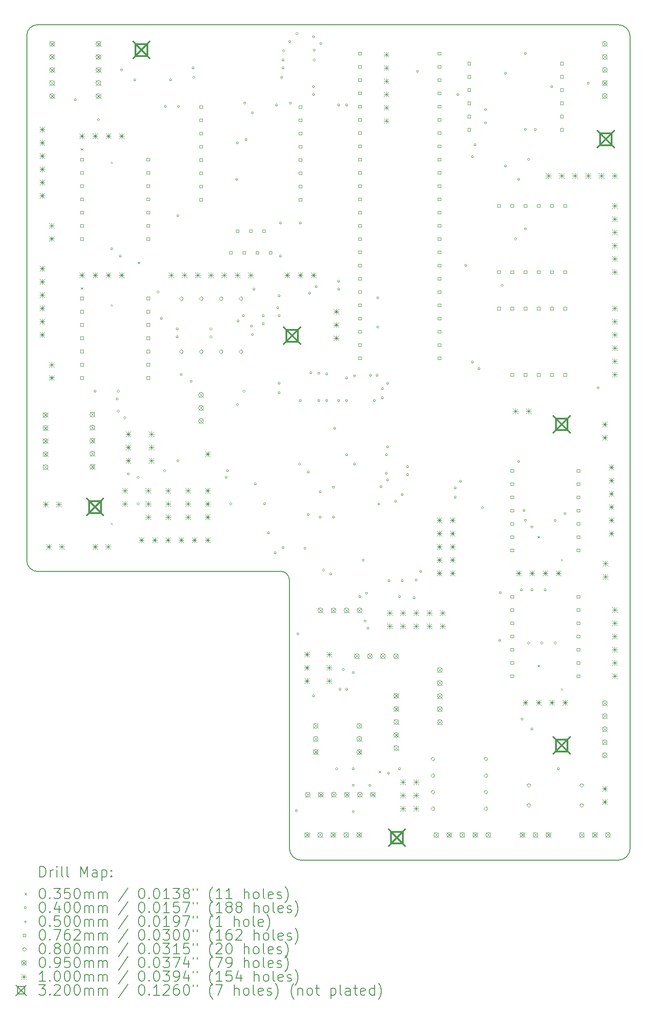
<source format=gbr>
%TF.GenerationSoftware,KiCad,Pcbnew,7.0.9*%
%TF.CreationDate,2023-12-08T00:00:21+01:00*%
%TF.ProjectId,kicad_RCJ,6b696361-645f-4524-934a-2e6b69636164,rev?*%
%TF.SameCoordinates,Original*%
%TF.FileFunction,Drillmap*%
%TF.FilePolarity,Positive*%
%FSLAX45Y45*%
G04 Gerber Fmt 4.5, Leading zero omitted, Abs format (unit mm)*
G04 Created by KiCad (PCBNEW 7.0.9) date 2023-12-08 00:00:21*
%MOMM*%
%LPD*%
G01*
G04 APERTURE LIST*
%ADD10C,0.150000*%
%ADD11C,0.200000*%
%ADD12C,0.100000*%
%ADD13C,0.320000*%
G04 APERTURE END LIST*
D10*
X3470000Y-3260000D02*
G75*
G03*
X3260000Y-3470000I0J-210000D01*
G01*
X3260000Y-13525500D02*
G75*
G03*
X3475000Y-13745047I215000J-4500D01*
G01*
X8300012Y-13910000D02*
G75*
G03*
X8128000Y-13740000I-170012J0D01*
G01*
X8300000Y-19050000D02*
G75*
G03*
X8530000Y-19280000I230000J0D01*
G01*
X14610000Y-19280000D02*
G75*
G03*
X14840000Y-19050000I-5000J235000D01*
G01*
X14840000Y-3495000D02*
G75*
G03*
X14605000Y-3260000I-235000J0D01*
G01*
X3475000Y-13745000D02*
X8128000Y-13740000D01*
X14840000Y-19050000D02*
X14840000Y-3495000D01*
X3260000Y-3470000D02*
X3260000Y-13525500D01*
X8300000Y-13910000D02*
X8300000Y-19050000D01*
X14605000Y-3260000D02*
X3470000Y-3260000D01*
X8530000Y-19280000D02*
X14610000Y-19280000D01*
D11*
D12*
X4300500Y-5634000D02*
X4335500Y-5669000D01*
X4335500Y-5634000D02*
X4300500Y-5669000D01*
X4300500Y-8301000D02*
X4335500Y-8336000D01*
X4335500Y-8301000D02*
X4300500Y-8336000D01*
X4872000Y-5888000D02*
X4907000Y-5923000D01*
X4907000Y-5888000D02*
X4872000Y-5923000D01*
X4872000Y-8618500D02*
X4907000Y-8653500D01*
X4907000Y-8618500D02*
X4872000Y-8653500D01*
X4872000Y-12809500D02*
X4907000Y-12844500D01*
X4907000Y-12809500D02*
X4872000Y-12844500D01*
X5392700Y-7805700D02*
X5427700Y-7840700D01*
X5427700Y-7805700D02*
X5392700Y-7840700D01*
X10015500Y-17572000D02*
X10050500Y-17607000D01*
X10050500Y-17572000D02*
X10015500Y-17607000D01*
X13063500Y-13063500D02*
X13098500Y-13098500D01*
X13098500Y-13063500D02*
X13063500Y-13098500D01*
X13063500Y-15540000D02*
X13098500Y-15575000D01*
X13098500Y-15540000D02*
X13063500Y-15575000D01*
X13508000Y-13508000D02*
X13543000Y-13543000D01*
X13543000Y-13508000D02*
X13508000Y-13543000D01*
X13508000Y-15984500D02*
X13543000Y-16019500D01*
X13543000Y-15984500D02*
X13508000Y-16019500D01*
X4211000Y-4699000D02*
G75*
G03*
X4211000Y-4699000I-20000J0D01*
G01*
X4592000Y-10287000D02*
G75*
G03*
X4592000Y-10287000I-20000J0D01*
G01*
X4655500Y-5080000D02*
G75*
G03*
X4655500Y-5080000I-20000J0D01*
G01*
X4909500Y-7556500D02*
G75*
G03*
X4909500Y-7556500I-20000J0D01*
G01*
X5014910Y-10435590D02*
G75*
G03*
X5014910Y-10435590I-20000J0D01*
G01*
X5036500Y-10287000D02*
G75*
G03*
X5036500Y-10287000I-20000J0D01*
G01*
X5036500Y-10668000D02*
G75*
G03*
X5036500Y-10668000I-20000J0D01*
G01*
X5074600Y-7696200D02*
G75*
G03*
X5074600Y-7696200I-20000J0D01*
G01*
X5100000Y-4127500D02*
G75*
G03*
X5100000Y-4127500I-20000J0D01*
G01*
X5163500Y-10795000D02*
G75*
G03*
X5163500Y-10795000I-20000J0D01*
G01*
X5227000Y-11874500D02*
G75*
G03*
X5227000Y-11874500I-20000J0D01*
G01*
X5354000Y-4318000D02*
G75*
G03*
X5354000Y-4318000I-20000J0D01*
G01*
X5417500Y-11938000D02*
G75*
G03*
X5417500Y-11938000I-20000J0D01*
G01*
X5417500Y-12446000D02*
G75*
G03*
X5417500Y-12446000I-20000J0D01*
G01*
X5798500Y-8382000D02*
G75*
G03*
X5798500Y-8382000I-20000J0D01*
G01*
X5862000Y-8890000D02*
G75*
G03*
X5862000Y-8890000I-20000J0D01*
G01*
X5925500Y-11811000D02*
G75*
G03*
X5925500Y-11811000I-20000J0D01*
G01*
X5938200Y-4826000D02*
G75*
G03*
X5938200Y-4826000I-20000J0D01*
G01*
X6039800Y-4318000D02*
G75*
G03*
X6039800Y-4318000I-20000J0D01*
G01*
X6166800Y-9093200D02*
G75*
G03*
X6166800Y-9093200I-20000J0D01*
G01*
X6166800Y-9245600D02*
G75*
G03*
X6166800Y-9245600I-20000J0D01*
G01*
X6179500Y-6921500D02*
G75*
G03*
X6179500Y-6921500I-20000J0D01*
G01*
X6179500Y-11620500D02*
G75*
G03*
X6179500Y-11620500I-20000J0D01*
G01*
X6192200Y-4826000D02*
G75*
G03*
X6192200Y-4826000I-20000J0D01*
G01*
X6243000Y-9969500D02*
G75*
G03*
X6243000Y-9969500I-20000J0D01*
G01*
X6433500Y-10096500D02*
G75*
G03*
X6433500Y-10096500I-20000J0D01*
G01*
X6471600Y-4089400D02*
G75*
G03*
X6471600Y-4089400I-20000J0D01*
G01*
X6484300Y-4267200D02*
G75*
G03*
X6484300Y-4267200I-20000J0D01*
G01*
X6814500Y-9093200D02*
G75*
G03*
X6814500Y-9093200I-20000J0D01*
G01*
X6814500Y-9245600D02*
G75*
G03*
X6814500Y-9245600I-20000J0D01*
G01*
X7106600Y-11938000D02*
G75*
G03*
X7106600Y-11938000I-20000J0D01*
G01*
X7132000Y-11811000D02*
G75*
G03*
X7132000Y-11811000I-20000J0D01*
G01*
X7195500Y-12446000D02*
G75*
G03*
X7195500Y-12446000I-20000J0D01*
G01*
X7309800Y-6223000D02*
G75*
G03*
X7309800Y-6223000I-20000J0D01*
G01*
X7322500Y-5524500D02*
G75*
G03*
X7322500Y-5524500I-20000J0D01*
G01*
X7322500Y-10541000D02*
G75*
G03*
X7322500Y-10541000I-20000J0D01*
G01*
X7335200Y-8940800D02*
G75*
G03*
X7335200Y-8940800I-20000J0D01*
G01*
X7436800Y-8839200D02*
G75*
G03*
X7436800Y-8839200I-20000J0D01*
G01*
X7449500Y-10287000D02*
G75*
G03*
X7449500Y-10287000I-20000J0D01*
G01*
X7462200Y-4762500D02*
G75*
G03*
X7462200Y-4762500I-20000J0D01*
G01*
X7487600Y-5461000D02*
G75*
G03*
X7487600Y-5461000I-20000J0D01*
G01*
X7591740Y-9039860D02*
G75*
G03*
X7591740Y-9039860I-20000J0D01*
G01*
X7606980Y-4950460D02*
G75*
G03*
X7606980Y-4950460I-20000J0D01*
G01*
X7609520Y-9199880D02*
G75*
G03*
X7609520Y-9199880I-20000J0D01*
G01*
X7640000Y-8331200D02*
G75*
G03*
X7640000Y-8331200I-20000J0D01*
G01*
X7665400Y-12065000D02*
G75*
G03*
X7665400Y-12065000I-20000J0D01*
G01*
X7817800Y-8839200D02*
G75*
G03*
X7817800Y-8839200I-20000J0D01*
G01*
X7817800Y-8991600D02*
G75*
G03*
X7817800Y-8991600I-20000J0D01*
G01*
X7843200Y-12446000D02*
G75*
G03*
X7843200Y-12446000I-20000J0D01*
G01*
X7919400Y-13004800D02*
G75*
G03*
X7919400Y-13004800I-20000J0D01*
G01*
X8046400Y-13385800D02*
G75*
G03*
X8046400Y-13385800I-20000J0D01*
G01*
X8071800Y-4800600D02*
G75*
G03*
X8071800Y-4800600I-20000J0D01*
G01*
X8097200Y-8686800D02*
G75*
G03*
X8097200Y-8686800I-20000J0D01*
G01*
X8122600Y-8458200D02*
G75*
G03*
X8122600Y-8458200I-20000J0D01*
G01*
X8122600Y-8839200D02*
G75*
G03*
X8122600Y-8839200I-20000J0D01*
G01*
X8122600Y-10134600D02*
G75*
G03*
X8122600Y-10134600I-20000J0D01*
G01*
X8122600Y-10312400D02*
G75*
G03*
X8122600Y-10312400I-20000J0D01*
G01*
X8148000Y-7061200D02*
G75*
G03*
X8148000Y-7061200I-20000J0D01*
G01*
X8148000Y-7696200D02*
G75*
G03*
X8148000Y-7696200I-20000J0D01*
G01*
X8173400Y-4267200D02*
G75*
G03*
X8173400Y-4267200I-20000J0D01*
G01*
X8198800Y-3937000D02*
G75*
G03*
X8198800Y-3937000I-20000J0D01*
G01*
X8198800Y-4089400D02*
G75*
G03*
X8198800Y-4089400I-20000J0D01*
G01*
X8198800Y-13284200D02*
G75*
G03*
X8198800Y-13284200I-20000J0D01*
G01*
X8211500Y-3759200D02*
G75*
G03*
X8211500Y-3759200I-20000J0D01*
G01*
X8325800Y-3581400D02*
G75*
G03*
X8325800Y-3581400I-20000J0D01*
G01*
X8338500Y-4762500D02*
G75*
G03*
X8338500Y-4762500I-20000J0D01*
G01*
X8452800Y-18333720D02*
G75*
G03*
X8452800Y-18333720I-20000J0D01*
G01*
X8465500Y-3429000D02*
G75*
G03*
X8465500Y-3429000I-20000J0D01*
G01*
X8484610Y-14940280D02*
G75*
G03*
X8484610Y-14940280I-20000J0D01*
G01*
X8516300Y-11684000D02*
G75*
G03*
X8516300Y-11684000I-20000J0D01*
G01*
X8529000Y-7061200D02*
G75*
G03*
X8529000Y-7061200I-20000J0D01*
G01*
X8529000Y-10464800D02*
G75*
G03*
X8529000Y-10464800I-20000J0D01*
G01*
X8617900Y-13296900D02*
G75*
G03*
X8617900Y-13296900I-20000J0D01*
G01*
X8681400Y-11836400D02*
G75*
G03*
X8681400Y-11836400I-20000J0D01*
G01*
X8681400Y-12649200D02*
G75*
G03*
X8681400Y-12649200I-20000J0D01*
G01*
X8706800Y-8407400D02*
G75*
G03*
X8706800Y-8407400I-20000J0D01*
G01*
X8732200Y-9931400D02*
G75*
G03*
X8732200Y-9931400I-20000J0D01*
G01*
X8783000Y-3492500D02*
G75*
G03*
X8783000Y-3492500I-20000J0D01*
G01*
X8783000Y-4445000D02*
G75*
G03*
X8783000Y-4445000I-20000J0D01*
G01*
X8783000Y-4597400D02*
G75*
G03*
X8783000Y-4597400I-20000J0D01*
G01*
X8783000Y-16129000D02*
G75*
G03*
X8783000Y-16129000I-20000J0D01*
G01*
X8795700Y-3746500D02*
G75*
G03*
X8795700Y-3746500I-20000J0D01*
G01*
X8795700Y-3937000D02*
G75*
G03*
X8795700Y-3937000I-20000J0D01*
G01*
X8833800Y-8280400D02*
G75*
G03*
X8833800Y-8280400I-20000J0D01*
G01*
X8884600Y-9944100D02*
G75*
G03*
X8884600Y-9944100I-20000J0D01*
G01*
X8884600Y-10464800D02*
G75*
G03*
X8884600Y-10464800I-20000J0D01*
G01*
X8910000Y-12217400D02*
G75*
G03*
X8910000Y-12217400I-20000J0D01*
G01*
X8910000Y-12700000D02*
G75*
G03*
X8910000Y-12700000I-20000J0D01*
G01*
X8922700Y-3619500D02*
G75*
G03*
X8922700Y-3619500I-20000J0D01*
G01*
X8973500Y-13716000D02*
G75*
G03*
X8973500Y-13716000I-20000J0D01*
G01*
X9037000Y-9956800D02*
G75*
G03*
X9037000Y-9956800I-20000J0D01*
G01*
X9037000Y-10464800D02*
G75*
G03*
X9037000Y-10464800I-20000J0D01*
G01*
X9113200Y-13792200D02*
G75*
G03*
X9113200Y-13792200I-20000J0D01*
G01*
X9164000Y-12128500D02*
G75*
G03*
X9164000Y-12128500I-20000J0D01*
G01*
X9164000Y-12700000D02*
G75*
G03*
X9164000Y-12700000I-20000J0D01*
G01*
X9189400Y-10998200D02*
G75*
G03*
X9189400Y-10998200I-20000J0D01*
G01*
X9227500Y-17526000D02*
G75*
G03*
X9227500Y-17526000I-20000J0D01*
G01*
X9265600Y-4800600D02*
G75*
G03*
X9265600Y-4800600I-20000J0D01*
G01*
X9265600Y-8178800D02*
G75*
G03*
X9265600Y-8178800I-20000J0D01*
G01*
X9265600Y-8331200D02*
G75*
G03*
X9265600Y-8331200I-20000J0D01*
G01*
X9265600Y-10464800D02*
G75*
G03*
X9265600Y-10464800I-20000J0D01*
G01*
X9291000Y-16002000D02*
G75*
G03*
X9291000Y-16002000I-20000J0D01*
G01*
X9354500Y-15621000D02*
G75*
G03*
X9354500Y-15621000I-20000J0D01*
G01*
X9418000Y-4800600D02*
G75*
G03*
X9418000Y-4800600I-20000J0D01*
G01*
X9418000Y-10033000D02*
G75*
G03*
X9418000Y-10033000I-20000J0D01*
G01*
X9418000Y-10464800D02*
G75*
G03*
X9418000Y-10464800I-20000J0D01*
G01*
X9418000Y-11506200D02*
G75*
G03*
X9418000Y-11506200I-20000J0D01*
G01*
X9418000Y-16002000D02*
G75*
G03*
X9418000Y-16002000I-20000J0D01*
G01*
X9545000Y-15684500D02*
G75*
G03*
X9545000Y-15684500I-20000J0D01*
G01*
X9545000Y-17526000D02*
G75*
G03*
X9545000Y-17526000I-20000J0D01*
G01*
X9545000Y-17843500D02*
G75*
G03*
X9545000Y-17843500I-20000J0D01*
G01*
X9545000Y-18351500D02*
G75*
G03*
X9545000Y-18351500I-20000J0D01*
G01*
X9570400Y-9994900D02*
G75*
G03*
X9570400Y-9994900I-20000J0D01*
G01*
X9570400Y-11684000D02*
G75*
G03*
X9570400Y-11684000I-20000J0D01*
G01*
X9672000Y-14224000D02*
G75*
G03*
X9672000Y-14224000I-20000J0D01*
G01*
X9735500Y-13525500D02*
G75*
G03*
X9735500Y-13525500I-20000J0D01*
G01*
X9773600Y-14693900D02*
G75*
G03*
X9773600Y-14693900I-20000J0D01*
G01*
X9799000Y-14160500D02*
G75*
G03*
X9799000Y-14160500I-20000J0D01*
G01*
X9828210Y-14829790D02*
G75*
G03*
X9828210Y-14829790I-20000J0D01*
G01*
X9862500Y-17843500D02*
G75*
G03*
X9862500Y-17843500I-20000J0D01*
G01*
X9875200Y-9982200D02*
G75*
G03*
X9875200Y-9982200I-20000J0D01*
G01*
X9951400Y-10464800D02*
G75*
G03*
X9951400Y-10464800I-20000J0D01*
G01*
X10002200Y-9982200D02*
G75*
G03*
X10002200Y-9982200I-20000J0D01*
G01*
X10014900Y-8496300D02*
G75*
G03*
X10014900Y-8496300I-20000J0D01*
G01*
X10014900Y-9055100D02*
G75*
G03*
X10014900Y-9055100I-20000J0D01*
G01*
X10078400Y-12115800D02*
G75*
G03*
X10078400Y-12115800I-20000J0D01*
G01*
X10103800Y-10236200D02*
G75*
G03*
X10103800Y-10236200I-20000J0D01*
G01*
X10103800Y-10414000D02*
G75*
G03*
X10103800Y-10414000I-20000J0D01*
G01*
X10180000Y-11506200D02*
G75*
G03*
X10180000Y-11506200I-20000J0D01*
G01*
X10180000Y-11861800D02*
G75*
G03*
X10180000Y-11861800I-20000J0D01*
G01*
X10205400Y-10134600D02*
G75*
G03*
X10205400Y-10134600I-20000J0D01*
G01*
X10205400Y-11353800D02*
G75*
G03*
X10205400Y-11353800I-20000J0D01*
G01*
X10205400Y-11988800D02*
G75*
G03*
X10205400Y-11988800I-20000J0D01*
G01*
X10222252Y-17610748D02*
G75*
G03*
X10222252Y-17610748I-20000J0D01*
G01*
X10230800Y-13919200D02*
G75*
G03*
X10230800Y-13919200I-20000J0D01*
G01*
X10357800Y-12395200D02*
G75*
G03*
X10357800Y-12395200I-20000J0D01*
G01*
X10434000Y-14224000D02*
G75*
G03*
X10434000Y-14224000I-20000J0D01*
G01*
X10434000Y-17526000D02*
G75*
G03*
X10434000Y-17526000I-20000J0D01*
G01*
X10484800Y-12268200D02*
G75*
G03*
X10484800Y-12268200I-20000J0D01*
G01*
X10484800Y-13919200D02*
G75*
G03*
X10484800Y-13919200I-20000J0D01*
G01*
X10586400Y-11734800D02*
G75*
G03*
X10586400Y-11734800I-20000J0D01*
G01*
X10586400Y-11887200D02*
G75*
G03*
X10586400Y-11887200I-20000J0D01*
G01*
X10713400Y-14249400D02*
G75*
G03*
X10713400Y-14249400I-20000J0D01*
G01*
X10751500Y-13906500D02*
G75*
G03*
X10751500Y-13906500I-20000J0D01*
G01*
X10776900Y-4152900D02*
G75*
G03*
X10776900Y-4152900I-20000J0D01*
G01*
X10840400Y-13741400D02*
G75*
G03*
X10840400Y-13741400I-20000J0D01*
G01*
X11500800Y-12141200D02*
G75*
G03*
X11500800Y-12141200I-20000J0D01*
G01*
X11500800Y-12319000D02*
G75*
G03*
X11500800Y-12319000I-20000J0D01*
G01*
X11551600Y-4597400D02*
G75*
G03*
X11551600Y-4597400I-20000J0D01*
G01*
X11602400Y-12014200D02*
G75*
G03*
X11602400Y-12014200I-20000J0D01*
G01*
X11704000Y-7874000D02*
G75*
G03*
X11704000Y-7874000I-20000J0D01*
G01*
X11831000Y-5791200D02*
G75*
G03*
X11831000Y-5791200I-20000J0D01*
G01*
X11831000Y-9728200D02*
G75*
G03*
X11831000Y-9728200I-20000J0D01*
G01*
X11881800Y-5562600D02*
G75*
G03*
X11881800Y-5562600I-20000J0D01*
G01*
X11958000Y-9855200D02*
G75*
G03*
X11958000Y-9855200I-20000J0D01*
G01*
X12021500Y-12522200D02*
G75*
G03*
X12021500Y-12522200I-20000J0D01*
G01*
X12085000Y-4889500D02*
G75*
G03*
X12085000Y-4889500I-20000J0D01*
G01*
X12085000Y-5143500D02*
G75*
G03*
X12085000Y-5143500I-20000J0D01*
G01*
X12355450Y-15062200D02*
G75*
G03*
X12355450Y-15062200I-20000J0D01*
G01*
X12364400Y-14152880D02*
G75*
G03*
X12364400Y-14152880I-20000J0D01*
G01*
X12402500Y-8255000D02*
G75*
G03*
X12402500Y-8255000I-20000J0D01*
G01*
X12466000Y-4191000D02*
G75*
G03*
X12466000Y-4191000I-20000J0D01*
G01*
X12466000Y-5969000D02*
G75*
G03*
X12466000Y-5969000I-20000J0D01*
G01*
X12656500Y-7366000D02*
G75*
G03*
X12656500Y-7366000I-20000J0D01*
G01*
X12720000Y-6223000D02*
G75*
G03*
X12720000Y-6223000I-20000J0D01*
G01*
X12720000Y-11633200D02*
G75*
G03*
X12720000Y-11633200I-20000J0D01*
G01*
X12770800Y-14097000D02*
G75*
G03*
X12770800Y-14097000I-20000J0D01*
G01*
X12783500Y-16573500D02*
G75*
G03*
X12783500Y-16573500I-20000J0D01*
G01*
X12821600Y-12573000D02*
G75*
G03*
X12821600Y-12573000I-20000J0D01*
G01*
X12847000Y-3810000D02*
G75*
G03*
X12847000Y-3810000I-20000J0D01*
G01*
X12847000Y-5270500D02*
G75*
G03*
X12847000Y-5270500I-20000J0D01*
G01*
X12847000Y-7175500D02*
G75*
G03*
X12847000Y-7175500I-20000J0D01*
G01*
X12847000Y-12763500D02*
G75*
G03*
X12847000Y-12763500I-20000J0D01*
G01*
X12910500Y-5842000D02*
G75*
G03*
X12910500Y-5842000I-20000J0D01*
G01*
X12910500Y-15113000D02*
G75*
G03*
X12910500Y-15113000I-20000J0D01*
G01*
X12974000Y-12890500D02*
G75*
G03*
X12974000Y-12890500I-20000J0D01*
G01*
X12974000Y-14097000D02*
G75*
G03*
X12974000Y-14097000I-20000J0D01*
G01*
X12974000Y-16764000D02*
G75*
G03*
X12974000Y-16764000I-20000J0D01*
G01*
X13037500Y-5270500D02*
G75*
G03*
X13037500Y-5270500I-20000J0D01*
G01*
X13164500Y-15113000D02*
G75*
G03*
X13164500Y-15113000I-20000J0D01*
G01*
X13228000Y-14097000D02*
G75*
G03*
X13228000Y-14097000I-20000J0D01*
G01*
X13355000Y-4445000D02*
G75*
G03*
X13355000Y-4445000I-20000J0D01*
G01*
X13418500Y-12763500D02*
G75*
G03*
X13418500Y-12763500I-20000J0D01*
G01*
X13418500Y-15113000D02*
G75*
G03*
X13418500Y-15113000I-20000J0D01*
G01*
X13482000Y-17526000D02*
G75*
G03*
X13482000Y-17526000I-20000J0D01*
G01*
X13609000Y-12636500D02*
G75*
G03*
X13609000Y-12636500I-20000J0D01*
G01*
X14053500Y-4381500D02*
G75*
G03*
X14053500Y-4381500I-20000J0D01*
G01*
X14244000Y-10223500D02*
G75*
G03*
X14244000Y-10223500I-20000J0D01*
G01*
X10015220Y-12423540D02*
X10015220Y-12473540D01*
X9990220Y-12448540D02*
X10040220Y-12448540D01*
X4344941Y-5868941D02*
X4344941Y-5815059D01*
X4291059Y-5815059D01*
X4291059Y-5868941D01*
X4344941Y-5868941D01*
X4344941Y-6122941D02*
X4344941Y-6069059D01*
X4291059Y-6069059D01*
X4291059Y-6122941D01*
X4344941Y-6122941D01*
X4344941Y-6376941D02*
X4344941Y-6323059D01*
X4291059Y-6323059D01*
X4291059Y-6376941D01*
X4344941Y-6376941D01*
X4344941Y-6630941D02*
X4344941Y-6577059D01*
X4291059Y-6577059D01*
X4291059Y-6630941D01*
X4344941Y-6630941D01*
X4344941Y-6884941D02*
X4344941Y-6831059D01*
X4291059Y-6831059D01*
X4291059Y-6884941D01*
X4344941Y-6884941D01*
X4344941Y-7138941D02*
X4344941Y-7085059D01*
X4291059Y-7085059D01*
X4291059Y-7138941D01*
X4344941Y-7138941D01*
X4344941Y-7392941D02*
X4344941Y-7339059D01*
X4291059Y-7339059D01*
X4291059Y-7392941D01*
X4344941Y-7392941D01*
X4344941Y-8533441D02*
X4344941Y-8479559D01*
X4291059Y-8479559D01*
X4291059Y-8533441D01*
X4344941Y-8533441D01*
X4344941Y-8787441D02*
X4344941Y-8733559D01*
X4291059Y-8733559D01*
X4291059Y-8787441D01*
X4344941Y-8787441D01*
X4344941Y-9041441D02*
X4344941Y-8987559D01*
X4291059Y-8987559D01*
X4291059Y-9041441D01*
X4344941Y-9041441D01*
X4344941Y-9295441D02*
X4344941Y-9241559D01*
X4291059Y-9241559D01*
X4291059Y-9295441D01*
X4344941Y-9295441D01*
X4344941Y-9549441D02*
X4344941Y-9495559D01*
X4291059Y-9495559D01*
X4291059Y-9549441D01*
X4344941Y-9549441D01*
X4344941Y-9803441D02*
X4344941Y-9749559D01*
X4291059Y-9749559D01*
X4291059Y-9803441D01*
X4344941Y-9803441D01*
X4344941Y-10057441D02*
X4344941Y-10003559D01*
X4291059Y-10003559D01*
X4291059Y-10057441D01*
X4344941Y-10057441D01*
X5614941Y-5868941D02*
X5614941Y-5815059D01*
X5561059Y-5815059D01*
X5561059Y-5868941D01*
X5614941Y-5868941D01*
X5614941Y-6122941D02*
X5614941Y-6069059D01*
X5561059Y-6069059D01*
X5561059Y-6122941D01*
X5614941Y-6122941D01*
X5614941Y-6376941D02*
X5614941Y-6323059D01*
X5561059Y-6323059D01*
X5561059Y-6376941D01*
X5614941Y-6376941D01*
X5614941Y-6630941D02*
X5614941Y-6577059D01*
X5561059Y-6577059D01*
X5561059Y-6630941D01*
X5614941Y-6630941D01*
X5614941Y-6884941D02*
X5614941Y-6831059D01*
X5561059Y-6831059D01*
X5561059Y-6884941D01*
X5614941Y-6884941D01*
X5614941Y-7138941D02*
X5614941Y-7085059D01*
X5561059Y-7085059D01*
X5561059Y-7138941D01*
X5614941Y-7138941D01*
X5614941Y-7392941D02*
X5614941Y-7339059D01*
X5561059Y-7339059D01*
X5561059Y-7392941D01*
X5614941Y-7392941D01*
X5614941Y-8533441D02*
X5614941Y-8479559D01*
X5561059Y-8479559D01*
X5561059Y-8533441D01*
X5614941Y-8533441D01*
X5614941Y-8787441D02*
X5614941Y-8733559D01*
X5561059Y-8733559D01*
X5561059Y-8787441D01*
X5614941Y-8787441D01*
X5614941Y-9041441D02*
X5614941Y-8987559D01*
X5561059Y-8987559D01*
X5561059Y-9041441D01*
X5614941Y-9041441D01*
X5614941Y-9295441D02*
X5614941Y-9241559D01*
X5561059Y-9241559D01*
X5561059Y-9295441D01*
X5614941Y-9295441D01*
X5614941Y-9549441D02*
X5614941Y-9495559D01*
X5561059Y-9495559D01*
X5561059Y-9549441D01*
X5614941Y-9549441D01*
X5614941Y-9803441D02*
X5614941Y-9749559D01*
X5561059Y-9749559D01*
X5561059Y-9803441D01*
X5614941Y-9803441D01*
X5614941Y-10057441D02*
X5614941Y-10003559D01*
X5561059Y-10003559D01*
X5561059Y-10057441D01*
X5614941Y-10057441D01*
X6630941Y-4861941D02*
X6630941Y-4808059D01*
X6577059Y-4808059D01*
X6577059Y-4861941D01*
X6630941Y-4861941D01*
X6630941Y-5115941D02*
X6630941Y-5062059D01*
X6577059Y-5062059D01*
X6577059Y-5115941D01*
X6630941Y-5115941D01*
X6630941Y-5369941D02*
X6630941Y-5316059D01*
X6577059Y-5316059D01*
X6577059Y-5369941D01*
X6630941Y-5369941D01*
X6630941Y-5623941D02*
X6630941Y-5570059D01*
X6577059Y-5570059D01*
X6577059Y-5623941D01*
X6630941Y-5623941D01*
X6630941Y-5877941D02*
X6630941Y-5824059D01*
X6577059Y-5824059D01*
X6577059Y-5877941D01*
X6630941Y-5877941D01*
X6630941Y-6131941D02*
X6630941Y-6078059D01*
X6577059Y-6078059D01*
X6577059Y-6131941D01*
X6630941Y-6131941D01*
X6630941Y-6385941D02*
X6630941Y-6332059D01*
X6577059Y-6332059D01*
X6577059Y-6385941D01*
X6630941Y-6385941D01*
X6630941Y-6639941D02*
X6630941Y-6586059D01*
X6577059Y-6586059D01*
X6577059Y-6639941D01*
X6630941Y-6639941D01*
X7202441Y-7655941D02*
X7202441Y-7602059D01*
X7148559Y-7602059D01*
X7148559Y-7655941D01*
X7202441Y-7655941D01*
X7327941Y-7240941D02*
X7327941Y-7187059D01*
X7274059Y-7187059D01*
X7274059Y-7240941D01*
X7327941Y-7240941D01*
X7456441Y-7655941D02*
X7456441Y-7602059D01*
X7402559Y-7602059D01*
X7402559Y-7655941D01*
X7456441Y-7655941D01*
X7581941Y-7240941D02*
X7581941Y-7187059D01*
X7528059Y-7187059D01*
X7528059Y-7240941D01*
X7581941Y-7240941D01*
X7710441Y-7655941D02*
X7710441Y-7602059D01*
X7656559Y-7602059D01*
X7656559Y-7655941D01*
X7710441Y-7655941D01*
X7835941Y-7240941D02*
X7835941Y-7187059D01*
X7782059Y-7187059D01*
X7782059Y-7240941D01*
X7835941Y-7240941D01*
X7964441Y-7655941D02*
X7964441Y-7602059D01*
X7910559Y-7602059D01*
X7910559Y-7655941D01*
X7964441Y-7655941D01*
X8535941Y-4861941D02*
X8535941Y-4808059D01*
X8482059Y-4808059D01*
X8482059Y-4861941D01*
X8535941Y-4861941D01*
X8535941Y-5115941D02*
X8535941Y-5062059D01*
X8482059Y-5062059D01*
X8482059Y-5115941D01*
X8535941Y-5115941D01*
X8535941Y-5369941D02*
X8535941Y-5316059D01*
X8482059Y-5316059D01*
X8482059Y-5369941D01*
X8535941Y-5369941D01*
X8535941Y-5623941D02*
X8535941Y-5570059D01*
X8482059Y-5570059D01*
X8482059Y-5623941D01*
X8535941Y-5623941D01*
X8535941Y-5877941D02*
X8535941Y-5824059D01*
X8482059Y-5824059D01*
X8482059Y-5877941D01*
X8535941Y-5877941D01*
X8535941Y-6131941D02*
X8535941Y-6078059D01*
X8482059Y-6078059D01*
X8482059Y-6131941D01*
X8535941Y-6131941D01*
X8535941Y-6385941D02*
X8535941Y-6332059D01*
X8482059Y-6332059D01*
X8482059Y-6385941D01*
X8535941Y-6385941D01*
X8535941Y-6639941D02*
X8535941Y-6586059D01*
X8482059Y-6586059D01*
X8482059Y-6639941D01*
X8535941Y-6639941D01*
X9678941Y-3836941D02*
X9678941Y-3783059D01*
X9625059Y-3783059D01*
X9625059Y-3836941D01*
X9678941Y-3836941D01*
X9678941Y-4090941D02*
X9678941Y-4037059D01*
X9625059Y-4037059D01*
X9625059Y-4090941D01*
X9678941Y-4090941D01*
X9678941Y-4344941D02*
X9678941Y-4291059D01*
X9625059Y-4291059D01*
X9625059Y-4344941D01*
X9678941Y-4344941D01*
X9678941Y-4598941D02*
X9678941Y-4545059D01*
X9625059Y-4545059D01*
X9625059Y-4598941D01*
X9678941Y-4598941D01*
X9678941Y-4852941D02*
X9678941Y-4799059D01*
X9625059Y-4799059D01*
X9625059Y-4852941D01*
X9678941Y-4852941D01*
X9678941Y-5106941D02*
X9678941Y-5053059D01*
X9625059Y-5053059D01*
X9625059Y-5106941D01*
X9678941Y-5106941D01*
X9678941Y-5360941D02*
X9678941Y-5307059D01*
X9625059Y-5307059D01*
X9625059Y-5360941D01*
X9678941Y-5360941D01*
X9678941Y-5614941D02*
X9678941Y-5561059D01*
X9625059Y-5561059D01*
X9625059Y-5614941D01*
X9678941Y-5614941D01*
X9678941Y-5868941D02*
X9678941Y-5815059D01*
X9625059Y-5815059D01*
X9625059Y-5868941D01*
X9678941Y-5868941D01*
X9678941Y-6122941D02*
X9678941Y-6069059D01*
X9625059Y-6069059D01*
X9625059Y-6122941D01*
X9678941Y-6122941D01*
X9678941Y-6376941D02*
X9678941Y-6323059D01*
X9625059Y-6323059D01*
X9625059Y-6376941D01*
X9678941Y-6376941D01*
X9678941Y-6630941D02*
X9678941Y-6577059D01*
X9625059Y-6577059D01*
X9625059Y-6630941D01*
X9678941Y-6630941D01*
X9678941Y-6884941D02*
X9678941Y-6831059D01*
X9625059Y-6831059D01*
X9625059Y-6884941D01*
X9678941Y-6884941D01*
X9678941Y-7138941D02*
X9678941Y-7085059D01*
X9625059Y-7085059D01*
X9625059Y-7138941D01*
X9678941Y-7138941D01*
X9678941Y-7392941D02*
X9678941Y-7339059D01*
X9625059Y-7339059D01*
X9625059Y-7392941D01*
X9678941Y-7392941D01*
X9678941Y-7646941D02*
X9678941Y-7593059D01*
X9625059Y-7593059D01*
X9625059Y-7646941D01*
X9678941Y-7646941D01*
X9678941Y-7900941D02*
X9678941Y-7847059D01*
X9625059Y-7847059D01*
X9625059Y-7900941D01*
X9678941Y-7900941D01*
X9678941Y-8154941D02*
X9678941Y-8101059D01*
X9625059Y-8101059D01*
X9625059Y-8154941D01*
X9678941Y-8154941D01*
X9678941Y-8408941D02*
X9678941Y-8355059D01*
X9625059Y-8355059D01*
X9625059Y-8408941D01*
X9678941Y-8408941D01*
X9678941Y-8662941D02*
X9678941Y-8609059D01*
X9625059Y-8609059D01*
X9625059Y-8662941D01*
X9678941Y-8662941D01*
X9678941Y-8916941D02*
X9678941Y-8863059D01*
X9625059Y-8863059D01*
X9625059Y-8916941D01*
X9678941Y-8916941D01*
X9678941Y-9170941D02*
X9678941Y-9117059D01*
X9625059Y-9117059D01*
X9625059Y-9170941D01*
X9678941Y-9170941D01*
X9678941Y-9424941D02*
X9678941Y-9371059D01*
X9625059Y-9371059D01*
X9625059Y-9424941D01*
X9678941Y-9424941D01*
X9678941Y-9678941D02*
X9678941Y-9625059D01*
X9625059Y-9625059D01*
X9625059Y-9678941D01*
X9678941Y-9678941D01*
X11202941Y-3836941D02*
X11202941Y-3783059D01*
X11149059Y-3783059D01*
X11149059Y-3836941D01*
X11202941Y-3836941D01*
X11202941Y-4090941D02*
X11202941Y-4037059D01*
X11149059Y-4037059D01*
X11149059Y-4090941D01*
X11202941Y-4090941D01*
X11202941Y-4344941D02*
X11202941Y-4291059D01*
X11149059Y-4291059D01*
X11149059Y-4344941D01*
X11202941Y-4344941D01*
X11202941Y-4598941D02*
X11202941Y-4545059D01*
X11149059Y-4545059D01*
X11149059Y-4598941D01*
X11202941Y-4598941D01*
X11202941Y-4852941D02*
X11202941Y-4799059D01*
X11149059Y-4799059D01*
X11149059Y-4852941D01*
X11202941Y-4852941D01*
X11202941Y-5106941D02*
X11202941Y-5053059D01*
X11149059Y-5053059D01*
X11149059Y-5106941D01*
X11202941Y-5106941D01*
X11202941Y-5360941D02*
X11202941Y-5307059D01*
X11149059Y-5307059D01*
X11149059Y-5360941D01*
X11202941Y-5360941D01*
X11202941Y-5614941D02*
X11202941Y-5561059D01*
X11149059Y-5561059D01*
X11149059Y-5614941D01*
X11202941Y-5614941D01*
X11202941Y-5868941D02*
X11202941Y-5815059D01*
X11149059Y-5815059D01*
X11149059Y-5868941D01*
X11202941Y-5868941D01*
X11202941Y-6122941D02*
X11202941Y-6069059D01*
X11149059Y-6069059D01*
X11149059Y-6122941D01*
X11202941Y-6122941D01*
X11202941Y-6376941D02*
X11202941Y-6323059D01*
X11149059Y-6323059D01*
X11149059Y-6376941D01*
X11202941Y-6376941D01*
X11202941Y-6630941D02*
X11202941Y-6577059D01*
X11149059Y-6577059D01*
X11149059Y-6630941D01*
X11202941Y-6630941D01*
X11202941Y-6884941D02*
X11202941Y-6831059D01*
X11149059Y-6831059D01*
X11149059Y-6884941D01*
X11202941Y-6884941D01*
X11202941Y-7138941D02*
X11202941Y-7085059D01*
X11149059Y-7085059D01*
X11149059Y-7138941D01*
X11202941Y-7138941D01*
X11202941Y-7392941D02*
X11202941Y-7339059D01*
X11149059Y-7339059D01*
X11149059Y-7392941D01*
X11202941Y-7392941D01*
X11202941Y-7646941D02*
X11202941Y-7593059D01*
X11149059Y-7593059D01*
X11149059Y-7646941D01*
X11202941Y-7646941D01*
X11202941Y-7900941D02*
X11202941Y-7847059D01*
X11149059Y-7847059D01*
X11149059Y-7900941D01*
X11202941Y-7900941D01*
X11202941Y-8154941D02*
X11202941Y-8101059D01*
X11149059Y-8101059D01*
X11149059Y-8154941D01*
X11202941Y-8154941D01*
X11202941Y-8408941D02*
X11202941Y-8355059D01*
X11149059Y-8355059D01*
X11149059Y-8408941D01*
X11202941Y-8408941D01*
X11202941Y-8662941D02*
X11202941Y-8609059D01*
X11149059Y-8609059D01*
X11149059Y-8662941D01*
X11202941Y-8662941D01*
X11202941Y-8916941D02*
X11202941Y-8863059D01*
X11149059Y-8863059D01*
X11149059Y-8916941D01*
X11202941Y-8916941D01*
X11202941Y-9170941D02*
X11202941Y-9117059D01*
X11149059Y-9117059D01*
X11149059Y-9170941D01*
X11202941Y-9170941D01*
X11202941Y-9424941D02*
X11202941Y-9371059D01*
X11149059Y-9371059D01*
X11149059Y-9424941D01*
X11202941Y-9424941D01*
X11202941Y-9678941D02*
X11202941Y-9625059D01*
X11149059Y-9625059D01*
X11149059Y-9678941D01*
X11202941Y-9678941D01*
X11774441Y-4027441D02*
X11774441Y-3973559D01*
X11720559Y-3973559D01*
X11720559Y-4027441D01*
X11774441Y-4027441D01*
X11774441Y-4281441D02*
X11774441Y-4227559D01*
X11720559Y-4227559D01*
X11720559Y-4281441D01*
X11774441Y-4281441D01*
X11774441Y-4535441D02*
X11774441Y-4481559D01*
X11720559Y-4481559D01*
X11720559Y-4535441D01*
X11774441Y-4535441D01*
X11774441Y-4789441D02*
X11774441Y-4735559D01*
X11720559Y-4735559D01*
X11720559Y-4789441D01*
X11774441Y-4789441D01*
X11774441Y-5043441D02*
X11774441Y-4989559D01*
X11720559Y-4989559D01*
X11720559Y-5043441D01*
X11774441Y-5043441D01*
X11774441Y-5297441D02*
X11774441Y-5243559D01*
X11720559Y-5243559D01*
X11720559Y-5297441D01*
X11774441Y-5297441D01*
X12345941Y-6757941D02*
X12345941Y-6704059D01*
X12292059Y-6704059D01*
X12292059Y-6757941D01*
X12345941Y-6757941D01*
X12345941Y-8027941D02*
X12345941Y-7974059D01*
X12292059Y-7974059D01*
X12292059Y-8027941D01*
X12345941Y-8027941D01*
X12345941Y-8726441D02*
X12345941Y-8672559D01*
X12292059Y-8672559D01*
X12292059Y-8726441D01*
X12345941Y-8726441D01*
X12599941Y-6757941D02*
X12599941Y-6704059D01*
X12546059Y-6704059D01*
X12546059Y-6757941D01*
X12599941Y-6757941D01*
X12599941Y-8027941D02*
X12599941Y-7974059D01*
X12546059Y-7974059D01*
X12546059Y-8027941D01*
X12599941Y-8027941D01*
X12599941Y-8726441D02*
X12599941Y-8672559D01*
X12546059Y-8672559D01*
X12546059Y-8726441D01*
X12599941Y-8726441D01*
X12599941Y-9996441D02*
X12599941Y-9942559D01*
X12546059Y-9942559D01*
X12546059Y-9996441D01*
X12599941Y-9996441D01*
X12599941Y-11837941D02*
X12599941Y-11784059D01*
X12546059Y-11784059D01*
X12546059Y-11837941D01*
X12599941Y-11837941D01*
X12599941Y-12091941D02*
X12599941Y-12038059D01*
X12546059Y-12038059D01*
X12546059Y-12091941D01*
X12599941Y-12091941D01*
X12599941Y-12345941D02*
X12599941Y-12292059D01*
X12546059Y-12292059D01*
X12546059Y-12345941D01*
X12599941Y-12345941D01*
X12599941Y-12599941D02*
X12599941Y-12546059D01*
X12546059Y-12546059D01*
X12546059Y-12599941D01*
X12599941Y-12599941D01*
X12599941Y-12853941D02*
X12599941Y-12800059D01*
X12546059Y-12800059D01*
X12546059Y-12853941D01*
X12599941Y-12853941D01*
X12599941Y-13107941D02*
X12599941Y-13054059D01*
X12546059Y-13054059D01*
X12546059Y-13107941D01*
X12599941Y-13107941D01*
X12599941Y-13361941D02*
X12599941Y-13308059D01*
X12546059Y-13308059D01*
X12546059Y-13361941D01*
X12599941Y-13361941D01*
X12599941Y-14250941D02*
X12599941Y-14197059D01*
X12546059Y-14197059D01*
X12546059Y-14250941D01*
X12599941Y-14250941D01*
X12599941Y-14504941D02*
X12599941Y-14451059D01*
X12546059Y-14451059D01*
X12546059Y-14504941D01*
X12599941Y-14504941D01*
X12599941Y-14758941D02*
X12599941Y-14705059D01*
X12546059Y-14705059D01*
X12546059Y-14758941D01*
X12599941Y-14758941D01*
X12599941Y-15012941D02*
X12599941Y-14959059D01*
X12546059Y-14959059D01*
X12546059Y-15012941D01*
X12599941Y-15012941D01*
X12599941Y-15266941D02*
X12599941Y-15213059D01*
X12546059Y-15213059D01*
X12546059Y-15266941D01*
X12599941Y-15266941D01*
X12599941Y-15520941D02*
X12599941Y-15467059D01*
X12546059Y-15467059D01*
X12546059Y-15520941D01*
X12599941Y-15520941D01*
X12599941Y-15774941D02*
X12599941Y-15721059D01*
X12546059Y-15721059D01*
X12546059Y-15774941D01*
X12599941Y-15774941D01*
X12853941Y-6757941D02*
X12853941Y-6704059D01*
X12800059Y-6704059D01*
X12800059Y-6757941D01*
X12853941Y-6757941D01*
X12853941Y-8027941D02*
X12853941Y-7974059D01*
X12800059Y-7974059D01*
X12800059Y-8027941D01*
X12853941Y-8027941D01*
X12853941Y-8726441D02*
X12853941Y-8672559D01*
X12800059Y-8672559D01*
X12800059Y-8726441D01*
X12853941Y-8726441D01*
X12853941Y-9996441D02*
X12853941Y-9942559D01*
X12800059Y-9942559D01*
X12800059Y-9996441D01*
X12853941Y-9996441D01*
X13107941Y-6757941D02*
X13107941Y-6704059D01*
X13054059Y-6704059D01*
X13054059Y-6757941D01*
X13107941Y-6757941D01*
X13107941Y-8027941D02*
X13107941Y-7974059D01*
X13054059Y-7974059D01*
X13054059Y-8027941D01*
X13107941Y-8027941D01*
X13107941Y-8726441D02*
X13107941Y-8672559D01*
X13054059Y-8672559D01*
X13054059Y-8726441D01*
X13107941Y-8726441D01*
X13107941Y-9996441D02*
X13107941Y-9942559D01*
X13054059Y-9942559D01*
X13054059Y-9996441D01*
X13107941Y-9996441D01*
X13361941Y-6757941D02*
X13361941Y-6704059D01*
X13308059Y-6704059D01*
X13308059Y-6757941D01*
X13361941Y-6757941D01*
X13361941Y-8027941D02*
X13361941Y-7974059D01*
X13308059Y-7974059D01*
X13308059Y-8027941D01*
X13361941Y-8027941D01*
X13361941Y-8726441D02*
X13361941Y-8672559D01*
X13308059Y-8672559D01*
X13308059Y-8726441D01*
X13361941Y-8726441D01*
X13361941Y-9996441D02*
X13361941Y-9942559D01*
X13308059Y-9942559D01*
X13308059Y-9996441D01*
X13361941Y-9996441D01*
X13552441Y-4027441D02*
X13552441Y-3973559D01*
X13498559Y-3973559D01*
X13498559Y-4027441D01*
X13552441Y-4027441D01*
X13552441Y-4281441D02*
X13552441Y-4227559D01*
X13498559Y-4227559D01*
X13498559Y-4281441D01*
X13552441Y-4281441D01*
X13552441Y-4535441D02*
X13552441Y-4481559D01*
X13498559Y-4481559D01*
X13498559Y-4535441D01*
X13552441Y-4535441D01*
X13552441Y-4789441D02*
X13552441Y-4735559D01*
X13498559Y-4735559D01*
X13498559Y-4789441D01*
X13552441Y-4789441D01*
X13552441Y-5043441D02*
X13552441Y-4989559D01*
X13498559Y-4989559D01*
X13498559Y-5043441D01*
X13552441Y-5043441D01*
X13552441Y-5297441D02*
X13552441Y-5243559D01*
X13498559Y-5243559D01*
X13498559Y-5297441D01*
X13552441Y-5297441D01*
X13615941Y-6757941D02*
X13615941Y-6704059D01*
X13562059Y-6704059D01*
X13562059Y-6757941D01*
X13615941Y-6757941D01*
X13615941Y-8027941D02*
X13615941Y-7974059D01*
X13562059Y-7974059D01*
X13562059Y-8027941D01*
X13615941Y-8027941D01*
X13615941Y-8726441D02*
X13615941Y-8672559D01*
X13562059Y-8672559D01*
X13562059Y-8726441D01*
X13615941Y-8726441D01*
X13615941Y-9996441D02*
X13615941Y-9942559D01*
X13562059Y-9942559D01*
X13562059Y-9996441D01*
X13615941Y-9996441D01*
X13869941Y-11837941D02*
X13869941Y-11784059D01*
X13816059Y-11784059D01*
X13816059Y-11837941D01*
X13869941Y-11837941D01*
X13869941Y-12091941D02*
X13869941Y-12038059D01*
X13816059Y-12038059D01*
X13816059Y-12091941D01*
X13869941Y-12091941D01*
X13869941Y-12345941D02*
X13869941Y-12292059D01*
X13816059Y-12292059D01*
X13816059Y-12345941D01*
X13869941Y-12345941D01*
X13869941Y-12599941D02*
X13869941Y-12546059D01*
X13816059Y-12546059D01*
X13816059Y-12599941D01*
X13869941Y-12599941D01*
X13869941Y-12853941D02*
X13869941Y-12800059D01*
X13816059Y-12800059D01*
X13816059Y-12853941D01*
X13869941Y-12853941D01*
X13869941Y-13107941D02*
X13869941Y-13054059D01*
X13816059Y-13054059D01*
X13816059Y-13107941D01*
X13869941Y-13107941D01*
X13869941Y-13361941D02*
X13869941Y-13308059D01*
X13816059Y-13308059D01*
X13816059Y-13361941D01*
X13869941Y-13361941D01*
X13869941Y-14250941D02*
X13869941Y-14197059D01*
X13816059Y-14197059D01*
X13816059Y-14250941D01*
X13869941Y-14250941D01*
X13869941Y-14504941D02*
X13869941Y-14451059D01*
X13816059Y-14451059D01*
X13816059Y-14504941D01*
X13869941Y-14504941D01*
X13869941Y-14758941D02*
X13869941Y-14705059D01*
X13816059Y-14705059D01*
X13816059Y-14758941D01*
X13869941Y-14758941D01*
X13869941Y-15012941D02*
X13869941Y-14959059D01*
X13816059Y-14959059D01*
X13816059Y-15012941D01*
X13869941Y-15012941D01*
X13869941Y-15266941D02*
X13869941Y-15213059D01*
X13816059Y-15213059D01*
X13816059Y-15266941D01*
X13869941Y-15266941D01*
X13869941Y-15520941D02*
X13869941Y-15467059D01*
X13816059Y-15467059D01*
X13816059Y-15520941D01*
X13869941Y-15520941D01*
X13869941Y-15774941D02*
X13869941Y-15721059D01*
X13816059Y-15721059D01*
X13816059Y-15774941D01*
X13869941Y-15774941D01*
X6223000Y-8549000D02*
X6263000Y-8509000D01*
X6223000Y-8469000D01*
X6183000Y-8509000D01*
X6223000Y-8549000D01*
X6223000Y-9565000D02*
X6263000Y-9525000D01*
X6223000Y-9485000D01*
X6183000Y-9525000D01*
X6223000Y-9565000D01*
X6604000Y-8549000D02*
X6644000Y-8509000D01*
X6604000Y-8469000D01*
X6564000Y-8509000D01*
X6604000Y-8549000D01*
X6604000Y-9565000D02*
X6644000Y-9525000D01*
X6604000Y-9485000D01*
X6564000Y-9525000D01*
X6604000Y-9565000D01*
X6985000Y-8549000D02*
X7025000Y-8509000D01*
X6985000Y-8469000D01*
X6945000Y-8509000D01*
X6985000Y-8549000D01*
X6985000Y-9565000D02*
X7025000Y-9525000D01*
X6985000Y-9485000D01*
X6945000Y-9525000D01*
X6985000Y-9565000D01*
X7366000Y-8549000D02*
X7406000Y-8509000D01*
X7366000Y-8469000D01*
X7326000Y-8509000D01*
X7366000Y-8549000D01*
X7366000Y-9565000D02*
X7406000Y-9525000D01*
X7366000Y-9485000D01*
X7326000Y-9525000D01*
X7366000Y-9565000D01*
X11049000Y-17375500D02*
X11089000Y-17335500D01*
X11049000Y-17295500D01*
X11009000Y-17335500D01*
X11049000Y-17375500D01*
X11049000Y-17693000D02*
X11089000Y-17653000D01*
X11049000Y-17613000D01*
X11009000Y-17653000D01*
X11049000Y-17693000D01*
X11049000Y-18010500D02*
X11089000Y-17970500D01*
X11049000Y-17930500D01*
X11009000Y-17970500D01*
X11049000Y-18010500D01*
X11049000Y-18328000D02*
X11089000Y-18288000D01*
X11049000Y-18248000D01*
X11009000Y-18288000D01*
X11049000Y-18328000D01*
X12065000Y-17375500D02*
X12105000Y-17335500D01*
X12065000Y-17295500D01*
X12025000Y-17335500D01*
X12065000Y-17375500D01*
X12065000Y-17693000D02*
X12105000Y-17653000D01*
X12065000Y-17613000D01*
X12025000Y-17653000D01*
X12065000Y-17693000D01*
X12065000Y-18010500D02*
X12105000Y-17970500D01*
X12065000Y-17930500D01*
X12025000Y-17970500D01*
X12065000Y-18010500D01*
X12065000Y-18328000D02*
X12105000Y-18288000D01*
X12065000Y-18248000D01*
X12025000Y-18288000D01*
X12065000Y-18328000D01*
X12890500Y-17883500D02*
X12930500Y-17843500D01*
X12890500Y-17803500D01*
X12850500Y-17843500D01*
X12890500Y-17883500D01*
X12890500Y-18264500D02*
X12930500Y-18224500D01*
X12890500Y-18184500D01*
X12850500Y-18224500D01*
X12890500Y-18264500D01*
X13906500Y-17883500D02*
X13946500Y-17843500D01*
X13906500Y-17803500D01*
X13866500Y-17843500D01*
X13906500Y-17883500D01*
X13906500Y-18264500D02*
X13946500Y-18224500D01*
X13906500Y-18184500D01*
X13866500Y-18224500D01*
X13906500Y-18264500D01*
X3572000Y-10696000D02*
X3667000Y-10791000D01*
X3667000Y-10696000D02*
X3572000Y-10791000D01*
X3667000Y-10743500D02*
G75*
G03*
X3667000Y-10743500I-47500J0D01*
G01*
X3572000Y-10946000D02*
X3667000Y-11041000D01*
X3667000Y-10946000D02*
X3572000Y-11041000D01*
X3667000Y-10993500D02*
G75*
G03*
X3667000Y-10993500I-47500J0D01*
G01*
X3572000Y-11196000D02*
X3667000Y-11291000D01*
X3667000Y-11196000D02*
X3572000Y-11291000D01*
X3667000Y-11243500D02*
G75*
G03*
X3667000Y-11243500I-47500J0D01*
G01*
X3572000Y-11446000D02*
X3667000Y-11541000D01*
X3667000Y-11446000D02*
X3572000Y-11541000D01*
X3667000Y-11493500D02*
G75*
G03*
X3667000Y-11493500I-47500J0D01*
G01*
X3572000Y-11696000D02*
X3667000Y-11791000D01*
X3667000Y-11696000D02*
X3572000Y-11791000D01*
X3667000Y-11743500D02*
G75*
G03*
X3667000Y-11743500I-47500J0D01*
G01*
X3699000Y-3580000D02*
X3794000Y-3675000D01*
X3794000Y-3580000D02*
X3699000Y-3675000D01*
X3794000Y-3627500D02*
G75*
G03*
X3794000Y-3627500I-47500J0D01*
G01*
X3699000Y-3830000D02*
X3794000Y-3925000D01*
X3794000Y-3830000D02*
X3699000Y-3925000D01*
X3794000Y-3877500D02*
G75*
G03*
X3794000Y-3877500I-47500J0D01*
G01*
X3699000Y-4080000D02*
X3794000Y-4175000D01*
X3794000Y-4080000D02*
X3699000Y-4175000D01*
X3794000Y-4127500D02*
G75*
G03*
X3794000Y-4127500I-47500J0D01*
G01*
X3699000Y-4330000D02*
X3794000Y-4425000D01*
X3794000Y-4330000D02*
X3699000Y-4425000D01*
X3794000Y-4377500D02*
G75*
G03*
X3794000Y-4377500I-47500J0D01*
G01*
X3699000Y-4580000D02*
X3794000Y-4675000D01*
X3794000Y-4580000D02*
X3699000Y-4675000D01*
X3794000Y-4627500D02*
G75*
G03*
X3794000Y-4627500I-47500J0D01*
G01*
X4472000Y-10688000D02*
X4567000Y-10783000D01*
X4567000Y-10688000D02*
X4472000Y-10783000D01*
X4567000Y-10735500D02*
G75*
G03*
X4567000Y-10735500I-47500J0D01*
G01*
X4472000Y-10938000D02*
X4567000Y-11033000D01*
X4567000Y-10938000D02*
X4472000Y-11033000D01*
X4567000Y-10985500D02*
G75*
G03*
X4567000Y-10985500I-47500J0D01*
G01*
X4472000Y-11188000D02*
X4567000Y-11283000D01*
X4567000Y-11188000D02*
X4472000Y-11283000D01*
X4567000Y-11235500D02*
G75*
G03*
X4567000Y-11235500I-47500J0D01*
G01*
X4472000Y-11438000D02*
X4567000Y-11533000D01*
X4567000Y-11438000D02*
X4472000Y-11533000D01*
X4567000Y-11485500D02*
G75*
G03*
X4567000Y-11485500I-47500J0D01*
G01*
X4472000Y-11688000D02*
X4567000Y-11783000D01*
X4567000Y-11688000D02*
X4472000Y-11783000D01*
X4567000Y-11735500D02*
G75*
G03*
X4567000Y-11735500I-47500J0D01*
G01*
X4588000Y-3580000D02*
X4683000Y-3675000D01*
X4683000Y-3580000D02*
X4588000Y-3675000D01*
X4683000Y-3627500D02*
G75*
G03*
X4683000Y-3627500I-47500J0D01*
G01*
X4588000Y-3830000D02*
X4683000Y-3925000D01*
X4683000Y-3830000D02*
X4588000Y-3925000D01*
X4683000Y-3877500D02*
G75*
G03*
X4683000Y-3877500I-47500J0D01*
G01*
X4588000Y-4080000D02*
X4683000Y-4175000D01*
X4683000Y-4080000D02*
X4588000Y-4175000D01*
X4683000Y-4127500D02*
G75*
G03*
X4683000Y-4127500I-47500J0D01*
G01*
X4588000Y-4330000D02*
X4683000Y-4425000D01*
X4683000Y-4330000D02*
X4588000Y-4425000D01*
X4683000Y-4377500D02*
G75*
G03*
X4683000Y-4377500I-47500J0D01*
G01*
X4588000Y-4580000D02*
X4683000Y-4675000D01*
X4683000Y-4580000D02*
X4588000Y-4675000D01*
X4683000Y-4627500D02*
G75*
G03*
X4683000Y-4627500I-47500J0D01*
G01*
X6556500Y-10311000D02*
X6651500Y-10406000D01*
X6651500Y-10311000D02*
X6556500Y-10406000D01*
X6651500Y-10358500D02*
G75*
G03*
X6651500Y-10358500I-47500J0D01*
G01*
X6556500Y-10561000D02*
X6651500Y-10656000D01*
X6651500Y-10561000D02*
X6556500Y-10656000D01*
X6651500Y-10608500D02*
G75*
G03*
X6651500Y-10608500I-47500J0D01*
G01*
X6556500Y-10811000D02*
X6651500Y-10906000D01*
X6651500Y-10811000D02*
X6556500Y-10906000D01*
X6651500Y-10858500D02*
G75*
G03*
X6651500Y-10858500I-47500J0D01*
G01*
X8592500Y-18748500D02*
X8687500Y-18843500D01*
X8687500Y-18748500D02*
X8592500Y-18843500D01*
X8687500Y-18796000D02*
G75*
G03*
X8687500Y-18796000I-47500J0D01*
G01*
X8604500Y-17975500D02*
X8699500Y-18070500D01*
X8699500Y-17975500D02*
X8604500Y-18070500D01*
X8699500Y-18023000D02*
G75*
G03*
X8699500Y-18023000I-47500J0D01*
G01*
X8757000Y-16657000D02*
X8852000Y-16752000D01*
X8852000Y-16657000D02*
X8757000Y-16752000D01*
X8852000Y-16704500D02*
G75*
G03*
X8852000Y-16704500I-47500J0D01*
G01*
X8757000Y-16907000D02*
X8852000Y-17002000D01*
X8852000Y-16907000D02*
X8757000Y-17002000D01*
X8852000Y-16954500D02*
G75*
G03*
X8852000Y-16954500I-47500J0D01*
G01*
X8757000Y-17157000D02*
X8852000Y-17252000D01*
X8852000Y-17157000D02*
X8757000Y-17252000D01*
X8852000Y-17204500D02*
G75*
G03*
X8852000Y-17204500I-47500J0D01*
G01*
X8842500Y-18748500D02*
X8937500Y-18843500D01*
X8937500Y-18748500D02*
X8842500Y-18843500D01*
X8937500Y-18796000D02*
G75*
G03*
X8937500Y-18796000I-47500J0D01*
G01*
X8848500Y-14441500D02*
X8943500Y-14536500D01*
X8943500Y-14441500D02*
X8848500Y-14536500D01*
X8943500Y-14489000D02*
G75*
G03*
X8943500Y-14489000I-47500J0D01*
G01*
X8854500Y-17975500D02*
X8949500Y-18070500D01*
X8949500Y-17975500D02*
X8854500Y-18070500D01*
X8949500Y-18023000D02*
G75*
G03*
X8949500Y-18023000I-47500J0D01*
G01*
X9092500Y-18748500D02*
X9187500Y-18843500D01*
X9187500Y-18748500D02*
X9092500Y-18843500D01*
X9187500Y-18796000D02*
G75*
G03*
X9187500Y-18796000I-47500J0D01*
G01*
X9098500Y-14441500D02*
X9193500Y-14536500D01*
X9193500Y-14441500D02*
X9098500Y-14536500D01*
X9193500Y-14489000D02*
G75*
G03*
X9193500Y-14489000I-47500J0D01*
G01*
X9104500Y-17975500D02*
X9199500Y-18070500D01*
X9199500Y-17975500D02*
X9104500Y-18070500D01*
X9199500Y-18023000D02*
G75*
G03*
X9199500Y-18023000I-47500J0D01*
G01*
X9342500Y-18748500D02*
X9437500Y-18843500D01*
X9437500Y-18748500D02*
X9342500Y-18843500D01*
X9437500Y-18796000D02*
G75*
G03*
X9437500Y-18796000I-47500J0D01*
G01*
X9348500Y-14441500D02*
X9443500Y-14536500D01*
X9443500Y-14441500D02*
X9348500Y-14536500D01*
X9443500Y-14489000D02*
G75*
G03*
X9443500Y-14489000I-47500J0D01*
G01*
X9354500Y-17975500D02*
X9449500Y-18070500D01*
X9449500Y-17975500D02*
X9354500Y-18070500D01*
X9449500Y-18023000D02*
G75*
G03*
X9449500Y-18023000I-47500J0D01*
G01*
X9547000Y-15319500D02*
X9642000Y-15414500D01*
X9642000Y-15319500D02*
X9547000Y-15414500D01*
X9642000Y-15367000D02*
G75*
G03*
X9642000Y-15367000I-47500J0D01*
G01*
X9592500Y-18748500D02*
X9687500Y-18843500D01*
X9687500Y-18748500D02*
X9592500Y-18843500D01*
X9687500Y-18796000D02*
G75*
G03*
X9687500Y-18796000I-47500J0D01*
G01*
X9593500Y-16657000D02*
X9688500Y-16752000D01*
X9688500Y-16657000D02*
X9593500Y-16752000D01*
X9688500Y-16704500D02*
G75*
G03*
X9688500Y-16704500I-47500J0D01*
G01*
X9593500Y-16907000D02*
X9688500Y-17002000D01*
X9688500Y-16907000D02*
X9593500Y-17002000D01*
X9688500Y-16954500D02*
G75*
G03*
X9688500Y-16954500I-47500J0D01*
G01*
X9593500Y-17157000D02*
X9688500Y-17252000D01*
X9688500Y-17157000D02*
X9593500Y-17252000D01*
X9688500Y-17204500D02*
G75*
G03*
X9688500Y-17204500I-47500J0D01*
G01*
X9598500Y-14441500D02*
X9693500Y-14536500D01*
X9693500Y-14441500D02*
X9598500Y-14536500D01*
X9693500Y-14489000D02*
G75*
G03*
X9693500Y-14489000I-47500J0D01*
G01*
X9604500Y-17975500D02*
X9699500Y-18070500D01*
X9699500Y-17975500D02*
X9604500Y-18070500D01*
X9699500Y-18023000D02*
G75*
G03*
X9699500Y-18023000I-47500J0D01*
G01*
X9797000Y-15319500D02*
X9892000Y-15414500D01*
X9892000Y-15319500D02*
X9797000Y-15414500D01*
X9892000Y-15367000D02*
G75*
G03*
X9892000Y-15367000I-47500J0D01*
G01*
X9854500Y-17975500D02*
X9949500Y-18070500D01*
X9949500Y-17975500D02*
X9854500Y-18070500D01*
X9949500Y-18023000D02*
G75*
G03*
X9949500Y-18023000I-47500J0D01*
G01*
X10047000Y-15319500D02*
X10142000Y-15414500D01*
X10142000Y-15319500D02*
X10047000Y-15414500D01*
X10142000Y-15367000D02*
G75*
G03*
X10142000Y-15367000I-47500J0D01*
G01*
X10297000Y-15319500D02*
X10392000Y-15414500D01*
X10392000Y-15319500D02*
X10297000Y-15414500D01*
X10392000Y-15367000D02*
G75*
G03*
X10392000Y-15367000I-47500J0D01*
G01*
X10303000Y-16081500D02*
X10398000Y-16176500D01*
X10398000Y-16081500D02*
X10303000Y-16176500D01*
X10398000Y-16129000D02*
G75*
G03*
X10398000Y-16129000I-47500J0D01*
G01*
X10303000Y-16331500D02*
X10398000Y-16426500D01*
X10398000Y-16331500D02*
X10303000Y-16426500D01*
X10398000Y-16379000D02*
G75*
G03*
X10398000Y-16379000I-47500J0D01*
G01*
X10303000Y-16581500D02*
X10398000Y-16676500D01*
X10398000Y-16581500D02*
X10303000Y-16676500D01*
X10398000Y-16629000D02*
G75*
G03*
X10398000Y-16629000I-47500J0D01*
G01*
X10303000Y-16831500D02*
X10398000Y-16926500D01*
X10398000Y-16831500D02*
X10303000Y-16926500D01*
X10398000Y-16879000D02*
G75*
G03*
X10398000Y-16879000I-47500J0D01*
G01*
X10303000Y-17081500D02*
X10398000Y-17176500D01*
X10398000Y-17081500D02*
X10303000Y-17176500D01*
X10398000Y-17129000D02*
G75*
G03*
X10398000Y-17129000I-47500J0D01*
G01*
X11069000Y-18748500D02*
X11164000Y-18843500D01*
X11164000Y-18748500D02*
X11069000Y-18843500D01*
X11164000Y-18796000D02*
G75*
G03*
X11164000Y-18796000I-47500J0D01*
G01*
X11139500Y-15585500D02*
X11234500Y-15680500D01*
X11234500Y-15585500D02*
X11139500Y-15680500D01*
X11234500Y-15633000D02*
G75*
G03*
X11234500Y-15633000I-47500J0D01*
G01*
X11139500Y-15835500D02*
X11234500Y-15930500D01*
X11234500Y-15835500D02*
X11139500Y-15930500D01*
X11234500Y-15883000D02*
G75*
G03*
X11234500Y-15883000I-47500J0D01*
G01*
X11139500Y-16085500D02*
X11234500Y-16180500D01*
X11234500Y-16085500D02*
X11139500Y-16180500D01*
X11234500Y-16133000D02*
G75*
G03*
X11234500Y-16133000I-47500J0D01*
G01*
X11139500Y-16335500D02*
X11234500Y-16430500D01*
X11234500Y-16335500D02*
X11139500Y-16430500D01*
X11234500Y-16383000D02*
G75*
G03*
X11234500Y-16383000I-47500J0D01*
G01*
X11139500Y-16585500D02*
X11234500Y-16680500D01*
X11234500Y-16585500D02*
X11139500Y-16680500D01*
X11234500Y-16633000D02*
G75*
G03*
X11234500Y-16633000I-47500J0D01*
G01*
X11319000Y-18748500D02*
X11414000Y-18843500D01*
X11414000Y-18748500D02*
X11319000Y-18843500D01*
X11414000Y-18796000D02*
G75*
G03*
X11414000Y-18796000I-47500J0D01*
G01*
X11569000Y-18748500D02*
X11664000Y-18843500D01*
X11664000Y-18748500D02*
X11569000Y-18843500D01*
X11664000Y-18796000D02*
G75*
G03*
X11664000Y-18796000I-47500J0D01*
G01*
X11819000Y-18748500D02*
X11914000Y-18843500D01*
X11914000Y-18748500D02*
X11819000Y-18843500D01*
X11914000Y-18796000D02*
G75*
G03*
X11914000Y-18796000I-47500J0D01*
G01*
X12069000Y-18748500D02*
X12164000Y-18843500D01*
X12164000Y-18748500D02*
X12069000Y-18843500D01*
X12164000Y-18796000D02*
G75*
G03*
X12164000Y-18796000I-47500J0D01*
G01*
X12724000Y-18748500D02*
X12819000Y-18843500D01*
X12819000Y-18748500D02*
X12724000Y-18843500D01*
X12819000Y-18796000D02*
G75*
G03*
X12819000Y-18796000I-47500J0D01*
G01*
X12974000Y-18748500D02*
X13069000Y-18843500D01*
X13069000Y-18748500D02*
X12974000Y-18843500D01*
X13069000Y-18796000D02*
G75*
G03*
X13069000Y-18796000I-47500J0D01*
G01*
X13224000Y-18748500D02*
X13319000Y-18843500D01*
X13319000Y-18748500D02*
X13224000Y-18843500D01*
X13319000Y-18796000D02*
G75*
G03*
X13319000Y-18796000I-47500J0D01*
G01*
X13863000Y-18748500D02*
X13958000Y-18843500D01*
X13958000Y-18748500D02*
X13863000Y-18843500D01*
X13958000Y-18796000D02*
G75*
G03*
X13958000Y-18796000I-47500J0D01*
G01*
X14113000Y-18748500D02*
X14208000Y-18843500D01*
X14208000Y-18748500D02*
X14113000Y-18843500D01*
X14208000Y-18796000D02*
G75*
G03*
X14208000Y-18796000I-47500J0D01*
G01*
X14303500Y-3580000D02*
X14398500Y-3675000D01*
X14398500Y-3580000D02*
X14303500Y-3675000D01*
X14398500Y-3627500D02*
G75*
G03*
X14398500Y-3627500I-47500J0D01*
G01*
X14303500Y-3830000D02*
X14398500Y-3925000D01*
X14398500Y-3830000D02*
X14303500Y-3925000D01*
X14398500Y-3877500D02*
G75*
G03*
X14398500Y-3877500I-47500J0D01*
G01*
X14303500Y-4080000D02*
X14398500Y-4175000D01*
X14398500Y-4080000D02*
X14303500Y-4175000D01*
X14398500Y-4127500D02*
G75*
G03*
X14398500Y-4127500I-47500J0D01*
G01*
X14303500Y-4330000D02*
X14398500Y-4425000D01*
X14398500Y-4330000D02*
X14303500Y-4425000D01*
X14398500Y-4377500D02*
G75*
G03*
X14398500Y-4377500I-47500J0D01*
G01*
X14303500Y-4580000D02*
X14398500Y-4675000D01*
X14398500Y-4580000D02*
X14303500Y-4675000D01*
X14398500Y-4627500D02*
G75*
G03*
X14398500Y-4627500I-47500J0D01*
G01*
X14303500Y-16220500D02*
X14398500Y-16315500D01*
X14398500Y-16220500D02*
X14303500Y-16315500D01*
X14398500Y-16268000D02*
G75*
G03*
X14398500Y-16268000I-47500J0D01*
G01*
X14303500Y-16470500D02*
X14398500Y-16565500D01*
X14398500Y-16470500D02*
X14303500Y-16565500D01*
X14398500Y-16518000D02*
G75*
G03*
X14398500Y-16518000I-47500J0D01*
G01*
X14303500Y-16720500D02*
X14398500Y-16815500D01*
X14398500Y-16720500D02*
X14303500Y-16815500D01*
X14398500Y-16768000D02*
G75*
G03*
X14398500Y-16768000I-47500J0D01*
G01*
X14303500Y-16970500D02*
X14398500Y-17065500D01*
X14398500Y-16970500D02*
X14303500Y-17065500D01*
X14398500Y-17018000D02*
G75*
G03*
X14398500Y-17018000I-47500J0D01*
G01*
X14303500Y-17220500D02*
X14398500Y-17315500D01*
X14398500Y-17220500D02*
X14303500Y-17315500D01*
X14398500Y-17268000D02*
G75*
G03*
X14398500Y-17268000I-47500J0D01*
G01*
X14363000Y-18748500D02*
X14458000Y-18843500D01*
X14458000Y-18748500D02*
X14363000Y-18843500D01*
X14458000Y-18796000D02*
G75*
G03*
X14458000Y-18796000I-47500J0D01*
G01*
X3506000Y-5220500D02*
X3606000Y-5320500D01*
X3606000Y-5220500D02*
X3506000Y-5320500D01*
X3556000Y-5220500D02*
X3556000Y-5320500D01*
X3506000Y-5270500D02*
X3606000Y-5270500D01*
X3506000Y-5474500D02*
X3606000Y-5574500D01*
X3606000Y-5474500D02*
X3506000Y-5574500D01*
X3556000Y-5474500D02*
X3556000Y-5574500D01*
X3506000Y-5524500D02*
X3606000Y-5524500D01*
X3506000Y-5728500D02*
X3606000Y-5828500D01*
X3606000Y-5728500D02*
X3506000Y-5828500D01*
X3556000Y-5728500D02*
X3556000Y-5828500D01*
X3506000Y-5778500D02*
X3606000Y-5778500D01*
X3506000Y-5982500D02*
X3606000Y-6082500D01*
X3606000Y-5982500D02*
X3506000Y-6082500D01*
X3556000Y-5982500D02*
X3556000Y-6082500D01*
X3506000Y-6032500D02*
X3606000Y-6032500D01*
X3506000Y-6236500D02*
X3606000Y-6336500D01*
X3606000Y-6236500D02*
X3506000Y-6336500D01*
X3556000Y-6236500D02*
X3556000Y-6336500D01*
X3506000Y-6286500D02*
X3606000Y-6286500D01*
X3506000Y-6490500D02*
X3606000Y-6590500D01*
X3606000Y-6490500D02*
X3506000Y-6590500D01*
X3556000Y-6490500D02*
X3556000Y-6590500D01*
X3506000Y-6540500D02*
X3606000Y-6540500D01*
X3506000Y-7887500D02*
X3606000Y-7987500D01*
X3606000Y-7887500D02*
X3506000Y-7987500D01*
X3556000Y-7887500D02*
X3556000Y-7987500D01*
X3506000Y-7937500D02*
X3606000Y-7937500D01*
X3506000Y-8141500D02*
X3606000Y-8241500D01*
X3606000Y-8141500D02*
X3506000Y-8241500D01*
X3556000Y-8141500D02*
X3556000Y-8241500D01*
X3506000Y-8191500D02*
X3606000Y-8191500D01*
X3506000Y-8395500D02*
X3606000Y-8495500D01*
X3606000Y-8395500D02*
X3506000Y-8495500D01*
X3556000Y-8395500D02*
X3556000Y-8495500D01*
X3506000Y-8445500D02*
X3606000Y-8445500D01*
X3506000Y-8649500D02*
X3606000Y-8749500D01*
X3606000Y-8649500D02*
X3506000Y-8749500D01*
X3556000Y-8649500D02*
X3556000Y-8749500D01*
X3506000Y-8699500D02*
X3606000Y-8699500D01*
X3506000Y-8903500D02*
X3606000Y-9003500D01*
X3606000Y-8903500D02*
X3506000Y-9003500D01*
X3556000Y-8903500D02*
X3556000Y-9003500D01*
X3506000Y-8953500D02*
X3606000Y-8953500D01*
X3506000Y-9157500D02*
X3606000Y-9257500D01*
X3606000Y-9157500D02*
X3506000Y-9257500D01*
X3556000Y-9157500D02*
X3556000Y-9257500D01*
X3506000Y-9207500D02*
X3606000Y-9207500D01*
X3573500Y-12407000D02*
X3673500Y-12507000D01*
X3673500Y-12407000D02*
X3573500Y-12507000D01*
X3623500Y-12407000D02*
X3623500Y-12507000D01*
X3573500Y-12457000D02*
X3673500Y-12457000D01*
X3633000Y-13221500D02*
X3733000Y-13321500D01*
X3733000Y-13221500D02*
X3633000Y-13321500D01*
X3683000Y-13221500D02*
X3683000Y-13321500D01*
X3633000Y-13271500D02*
X3733000Y-13271500D01*
X3685500Y-7062000D02*
X3785500Y-7162000D01*
X3785500Y-7062000D02*
X3685500Y-7162000D01*
X3735500Y-7062000D02*
X3735500Y-7162000D01*
X3685500Y-7112000D02*
X3785500Y-7112000D01*
X3685500Y-7312000D02*
X3785500Y-7412000D01*
X3785500Y-7312000D02*
X3685500Y-7412000D01*
X3735500Y-7312000D02*
X3735500Y-7412000D01*
X3685500Y-7362000D02*
X3785500Y-7362000D01*
X3685500Y-9729000D02*
X3785500Y-9829000D01*
X3785500Y-9729000D02*
X3685500Y-9829000D01*
X3735500Y-9729000D02*
X3735500Y-9829000D01*
X3685500Y-9779000D02*
X3785500Y-9779000D01*
X3685500Y-9979000D02*
X3785500Y-10079000D01*
X3785500Y-9979000D02*
X3685500Y-10079000D01*
X3735500Y-9979000D02*
X3735500Y-10079000D01*
X3685500Y-10029000D02*
X3785500Y-10029000D01*
X3823500Y-12407000D02*
X3923500Y-12507000D01*
X3923500Y-12407000D02*
X3823500Y-12507000D01*
X3873500Y-12407000D02*
X3873500Y-12507000D01*
X3823500Y-12457000D02*
X3923500Y-12457000D01*
X3883000Y-13221500D02*
X3983000Y-13321500D01*
X3983000Y-13221500D02*
X3883000Y-13321500D01*
X3933000Y-13221500D02*
X3933000Y-13321500D01*
X3883000Y-13271500D02*
X3983000Y-13271500D01*
X4268000Y-5347500D02*
X4368000Y-5447500D01*
X4368000Y-5347500D02*
X4268000Y-5447500D01*
X4318000Y-5347500D02*
X4318000Y-5447500D01*
X4268000Y-5397500D02*
X4368000Y-5397500D01*
X4268000Y-8014500D02*
X4368000Y-8114500D01*
X4368000Y-8014500D02*
X4268000Y-8114500D01*
X4318000Y-8014500D02*
X4318000Y-8114500D01*
X4268000Y-8064500D02*
X4368000Y-8064500D01*
X4522000Y-5347500D02*
X4622000Y-5447500D01*
X4622000Y-5347500D02*
X4522000Y-5447500D01*
X4572000Y-5347500D02*
X4572000Y-5447500D01*
X4522000Y-5397500D02*
X4622000Y-5397500D01*
X4522000Y-8014500D02*
X4622000Y-8114500D01*
X4622000Y-8014500D02*
X4522000Y-8114500D01*
X4572000Y-8014500D02*
X4572000Y-8114500D01*
X4522000Y-8064500D02*
X4622000Y-8064500D01*
X4522000Y-13221500D02*
X4622000Y-13321500D01*
X4622000Y-13221500D02*
X4522000Y-13321500D01*
X4572000Y-13221500D02*
X4572000Y-13321500D01*
X4522000Y-13271500D02*
X4622000Y-13271500D01*
X4772000Y-13221500D02*
X4872000Y-13321500D01*
X4872000Y-13221500D02*
X4772000Y-13321500D01*
X4822000Y-13221500D02*
X4822000Y-13321500D01*
X4772000Y-13271500D02*
X4872000Y-13271500D01*
X4776000Y-5347500D02*
X4876000Y-5447500D01*
X4876000Y-5347500D02*
X4776000Y-5447500D01*
X4826000Y-5347500D02*
X4826000Y-5447500D01*
X4776000Y-5397500D02*
X4876000Y-5397500D01*
X4776000Y-8014500D02*
X4876000Y-8114500D01*
X4876000Y-8014500D02*
X4776000Y-8114500D01*
X4826000Y-8014500D02*
X4826000Y-8114500D01*
X4776000Y-8064500D02*
X4876000Y-8064500D01*
X5030000Y-5347500D02*
X5130000Y-5447500D01*
X5130000Y-5347500D02*
X5030000Y-5447500D01*
X5080000Y-5347500D02*
X5080000Y-5447500D01*
X5030000Y-5397500D02*
X5130000Y-5397500D01*
X5030000Y-8014500D02*
X5130000Y-8114500D01*
X5130000Y-8014500D02*
X5030000Y-8114500D01*
X5080000Y-8014500D02*
X5080000Y-8114500D01*
X5030000Y-8064500D02*
X5130000Y-8064500D01*
X5093500Y-12143500D02*
X5193500Y-12243500D01*
X5193500Y-12143500D02*
X5093500Y-12243500D01*
X5143500Y-12143500D02*
X5143500Y-12243500D01*
X5093500Y-12193500D02*
X5193500Y-12193500D01*
X5093500Y-12397500D02*
X5193500Y-12497500D01*
X5193500Y-12397500D02*
X5093500Y-12497500D01*
X5143500Y-12397500D02*
X5143500Y-12497500D01*
X5093500Y-12447500D02*
X5193500Y-12447500D01*
X5157000Y-11061000D02*
X5257000Y-11161000D01*
X5257000Y-11061000D02*
X5157000Y-11161000D01*
X5207000Y-11061000D02*
X5207000Y-11161000D01*
X5157000Y-11111000D02*
X5257000Y-11111000D01*
X5157000Y-11315000D02*
X5257000Y-11415000D01*
X5257000Y-11315000D02*
X5157000Y-11415000D01*
X5207000Y-11315000D02*
X5207000Y-11415000D01*
X5157000Y-11365000D02*
X5257000Y-11365000D01*
X5157000Y-11569000D02*
X5257000Y-11669000D01*
X5257000Y-11569000D02*
X5157000Y-11669000D01*
X5207000Y-11569000D02*
X5207000Y-11669000D01*
X5157000Y-11619000D02*
X5257000Y-11619000D01*
X5411000Y-13094500D02*
X5511000Y-13194500D01*
X5511000Y-13094500D02*
X5411000Y-13194500D01*
X5461000Y-13094500D02*
X5461000Y-13194500D01*
X5411000Y-13144500D02*
X5511000Y-13144500D01*
X5540500Y-12143500D02*
X5640500Y-12243500D01*
X5640500Y-12143500D02*
X5540500Y-12243500D01*
X5590500Y-12143500D02*
X5590500Y-12243500D01*
X5540500Y-12193500D02*
X5640500Y-12193500D01*
X5540500Y-12397500D02*
X5640500Y-12497500D01*
X5640500Y-12397500D02*
X5540500Y-12497500D01*
X5590500Y-12397500D02*
X5590500Y-12497500D01*
X5540500Y-12447500D02*
X5640500Y-12447500D01*
X5540500Y-12651500D02*
X5640500Y-12751500D01*
X5640500Y-12651500D02*
X5540500Y-12751500D01*
X5590500Y-12651500D02*
X5590500Y-12751500D01*
X5540500Y-12701500D02*
X5640500Y-12701500D01*
X5599000Y-11059500D02*
X5699000Y-11159500D01*
X5699000Y-11059500D02*
X5599000Y-11159500D01*
X5649000Y-11059500D02*
X5649000Y-11159500D01*
X5599000Y-11109500D02*
X5699000Y-11109500D01*
X5599000Y-11313500D02*
X5699000Y-11413500D01*
X5699000Y-11313500D02*
X5599000Y-11413500D01*
X5649000Y-11313500D02*
X5649000Y-11413500D01*
X5599000Y-11363500D02*
X5699000Y-11363500D01*
X5599000Y-11567500D02*
X5699000Y-11667500D01*
X5699000Y-11567500D02*
X5599000Y-11667500D01*
X5649000Y-11567500D02*
X5649000Y-11667500D01*
X5599000Y-11617500D02*
X5699000Y-11617500D01*
X5665000Y-13094500D02*
X5765000Y-13194500D01*
X5765000Y-13094500D02*
X5665000Y-13194500D01*
X5715000Y-13094500D02*
X5715000Y-13194500D01*
X5665000Y-13144500D02*
X5765000Y-13144500D01*
X5919000Y-13094500D02*
X6019000Y-13194500D01*
X6019000Y-13094500D02*
X5919000Y-13194500D01*
X5969000Y-13094500D02*
X5969000Y-13194500D01*
X5919000Y-13144500D02*
X6019000Y-13144500D01*
X5921500Y-12143500D02*
X6021500Y-12243500D01*
X6021500Y-12143500D02*
X5921500Y-12243500D01*
X5971500Y-12143500D02*
X5971500Y-12243500D01*
X5921500Y-12193500D02*
X6021500Y-12193500D01*
X5921500Y-12397500D02*
X6021500Y-12497500D01*
X6021500Y-12397500D02*
X5921500Y-12497500D01*
X5971500Y-12397500D02*
X5971500Y-12497500D01*
X5921500Y-12447500D02*
X6021500Y-12447500D01*
X5921500Y-12651500D02*
X6021500Y-12751500D01*
X6021500Y-12651500D02*
X5921500Y-12751500D01*
X5971500Y-12651500D02*
X5971500Y-12751500D01*
X5921500Y-12701500D02*
X6021500Y-12701500D01*
X5982500Y-8014500D02*
X6082500Y-8114500D01*
X6082500Y-8014500D02*
X5982500Y-8114500D01*
X6032500Y-8014500D02*
X6032500Y-8114500D01*
X5982500Y-8064500D02*
X6082500Y-8064500D01*
X6173000Y-13094500D02*
X6273000Y-13194500D01*
X6273000Y-13094500D02*
X6173000Y-13194500D01*
X6223000Y-13094500D02*
X6223000Y-13194500D01*
X6173000Y-13144500D02*
X6273000Y-13144500D01*
X6236500Y-8014500D02*
X6336500Y-8114500D01*
X6336500Y-8014500D02*
X6236500Y-8114500D01*
X6286500Y-8014500D02*
X6286500Y-8114500D01*
X6236500Y-8064500D02*
X6336500Y-8064500D01*
X6302500Y-12143500D02*
X6402500Y-12243500D01*
X6402500Y-12143500D02*
X6302500Y-12243500D01*
X6352500Y-12143500D02*
X6352500Y-12243500D01*
X6302500Y-12193500D02*
X6402500Y-12193500D01*
X6302500Y-12397500D02*
X6402500Y-12497500D01*
X6402500Y-12397500D02*
X6302500Y-12497500D01*
X6352500Y-12397500D02*
X6352500Y-12497500D01*
X6302500Y-12447500D02*
X6402500Y-12447500D01*
X6302500Y-12651500D02*
X6402500Y-12751500D01*
X6402500Y-12651500D02*
X6302500Y-12751500D01*
X6352500Y-12651500D02*
X6352500Y-12751500D01*
X6302500Y-12701500D02*
X6402500Y-12701500D01*
X6427000Y-13094500D02*
X6527000Y-13194500D01*
X6527000Y-13094500D02*
X6427000Y-13194500D01*
X6477000Y-13094500D02*
X6477000Y-13194500D01*
X6427000Y-13144500D02*
X6527000Y-13144500D01*
X6490500Y-8014500D02*
X6590500Y-8114500D01*
X6590500Y-8014500D02*
X6490500Y-8114500D01*
X6540500Y-8014500D02*
X6540500Y-8114500D01*
X6490500Y-8064500D02*
X6590500Y-8064500D01*
X6681000Y-11443500D02*
X6781000Y-11543500D01*
X6781000Y-11443500D02*
X6681000Y-11543500D01*
X6731000Y-11443500D02*
X6731000Y-11543500D01*
X6681000Y-11493500D02*
X6781000Y-11493500D01*
X6681000Y-12143500D02*
X6781000Y-12243500D01*
X6781000Y-12143500D02*
X6681000Y-12243500D01*
X6731000Y-12143500D02*
X6731000Y-12243500D01*
X6681000Y-12193500D02*
X6781000Y-12193500D01*
X6681000Y-12397500D02*
X6781000Y-12497500D01*
X6781000Y-12397500D02*
X6681000Y-12497500D01*
X6731000Y-12397500D02*
X6731000Y-12497500D01*
X6681000Y-12447500D02*
X6781000Y-12447500D01*
X6681000Y-12651500D02*
X6781000Y-12751500D01*
X6781000Y-12651500D02*
X6681000Y-12751500D01*
X6731000Y-12651500D02*
X6731000Y-12751500D01*
X6681000Y-12701500D02*
X6781000Y-12701500D01*
X6681000Y-13094500D02*
X6781000Y-13194500D01*
X6781000Y-13094500D02*
X6681000Y-13194500D01*
X6731000Y-13094500D02*
X6731000Y-13194500D01*
X6681000Y-13144500D02*
X6781000Y-13144500D01*
X6744500Y-8014500D02*
X6844500Y-8114500D01*
X6844500Y-8014500D02*
X6744500Y-8114500D01*
X6794500Y-8014500D02*
X6794500Y-8114500D01*
X6744500Y-8064500D02*
X6844500Y-8064500D01*
X6998500Y-8014500D02*
X7098500Y-8114500D01*
X7098500Y-8014500D02*
X6998500Y-8114500D01*
X7048500Y-8014500D02*
X7048500Y-8114500D01*
X6998500Y-8064500D02*
X7098500Y-8064500D01*
X7252500Y-8014500D02*
X7352500Y-8114500D01*
X7352500Y-8014500D02*
X7252500Y-8114500D01*
X7302500Y-8014500D02*
X7302500Y-8114500D01*
X7252500Y-8064500D02*
X7352500Y-8064500D01*
X7506500Y-8014500D02*
X7606500Y-8114500D01*
X7606500Y-8014500D02*
X7506500Y-8114500D01*
X7556500Y-8014500D02*
X7556500Y-8114500D01*
X7506500Y-8064500D02*
X7606500Y-8064500D01*
X8205000Y-8014500D02*
X8305000Y-8114500D01*
X8305000Y-8014500D02*
X8205000Y-8114500D01*
X8255000Y-8014500D02*
X8255000Y-8114500D01*
X8205000Y-8064500D02*
X8305000Y-8064500D01*
X8459000Y-8014500D02*
X8559000Y-8114500D01*
X8559000Y-8014500D02*
X8459000Y-8114500D01*
X8509000Y-8014500D02*
X8509000Y-8114500D01*
X8459000Y-8064500D02*
X8559000Y-8064500D01*
X8586000Y-15285250D02*
X8686000Y-15385250D01*
X8686000Y-15285250D02*
X8586000Y-15385250D01*
X8636000Y-15285250D02*
X8636000Y-15385250D01*
X8586000Y-15335250D02*
X8686000Y-15335250D01*
X8586000Y-15539250D02*
X8686000Y-15639250D01*
X8686000Y-15539250D02*
X8586000Y-15639250D01*
X8636000Y-15539250D02*
X8636000Y-15639250D01*
X8586000Y-15589250D02*
X8686000Y-15589250D01*
X8586000Y-15793250D02*
X8686000Y-15893250D01*
X8686000Y-15793250D02*
X8586000Y-15893250D01*
X8636000Y-15793250D02*
X8636000Y-15893250D01*
X8586000Y-15843250D02*
X8686000Y-15843250D01*
X8713000Y-8014500D02*
X8813000Y-8114500D01*
X8813000Y-8014500D02*
X8713000Y-8114500D01*
X8763000Y-8014500D02*
X8763000Y-8114500D01*
X8713000Y-8064500D02*
X8813000Y-8064500D01*
X9010000Y-15285250D02*
X9110000Y-15385250D01*
X9110000Y-15285250D02*
X9010000Y-15385250D01*
X9060000Y-15285250D02*
X9060000Y-15385250D01*
X9010000Y-15335250D02*
X9110000Y-15335250D01*
X9010000Y-15539250D02*
X9110000Y-15639250D01*
X9110000Y-15539250D02*
X9010000Y-15639250D01*
X9060000Y-15539250D02*
X9060000Y-15639250D01*
X9010000Y-15589250D02*
X9110000Y-15589250D01*
X9010000Y-15793250D02*
X9110000Y-15893250D01*
X9110000Y-15793250D02*
X9010000Y-15893250D01*
X9060000Y-15793250D02*
X9060000Y-15893250D01*
X9010000Y-15843250D02*
X9110000Y-15843250D01*
X9149880Y-8710460D02*
X9249880Y-8810460D01*
X9249880Y-8710460D02*
X9149880Y-8810460D01*
X9199880Y-8710460D02*
X9199880Y-8810460D01*
X9149880Y-8760460D02*
X9249880Y-8760460D01*
X9149880Y-8964460D02*
X9249880Y-9064460D01*
X9249880Y-8964460D02*
X9149880Y-9064460D01*
X9199880Y-8964460D02*
X9199880Y-9064460D01*
X9149880Y-9014460D02*
X9249880Y-9014460D01*
X9149880Y-9218460D02*
X9249880Y-9318460D01*
X9249880Y-9218460D02*
X9149880Y-9318460D01*
X9199880Y-9218460D02*
X9199880Y-9318460D01*
X9149880Y-9268460D02*
X9249880Y-9268460D01*
X10110000Y-3782860D02*
X10210000Y-3882860D01*
X10210000Y-3782860D02*
X10110000Y-3882860D01*
X10160000Y-3782860D02*
X10160000Y-3882860D01*
X10110000Y-3832860D02*
X10210000Y-3832860D01*
X10110000Y-4036860D02*
X10210000Y-4136860D01*
X10210000Y-4036860D02*
X10110000Y-4136860D01*
X10160000Y-4036860D02*
X10160000Y-4136860D01*
X10110000Y-4086860D02*
X10210000Y-4086860D01*
X10110000Y-4290860D02*
X10210000Y-4390860D01*
X10210000Y-4290860D02*
X10110000Y-4390860D01*
X10160000Y-4290860D02*
X10160000Y-4390860D01*
X10110000Y-4340860D02*
X10210000Y-4340860D01*
X10110000Y-4544860D02*
X10210000Y-4644860D01*
X10210000Y-4544860D02*
X10110000Y-4644860D01*
X10160000Y-4544860D02*
X10160000Y-4644860D01*
X10110000Y-4594860D02*
X10210000Y-4594860D01*
X10110000Y-4798860D02*
X10210000Y-4898860D01*
X10210000Y-4798860D02*
X10110000Y-4898860D01*
X10160000Y-4798860D02*
X10160000Y-4898860D01*
X10110000Y-4848860D02*
X10210000Y-4848860D01*
X10110000Y-5052860D02*
X10210000Y-5152860D01*
X10210000Y-5052860D02*
X10110000Y-5152860D01*
X10160000Y-5052860D02*
X10160000Y-5152860D01*
X10110000Y-5102860D02*
X10210000Y-5102860D01*
X10173500Y-14491500D02*
X10273500Y-14591500D01*
X10273500Y-14491500D02*
X10173500Y-14591500D01*
X10223500Y-14491500D02*
X10223500Y-14591500D01*
X10173500Y-14541500D02*
X10273500Y-14541500D01*
X10173500Y-14745500D02*
X10273500Y-14845500D01*
X10273500Y-14745500D02*
X10173500Y-14845500D01*
X10223500Y-14745500D02*
X10223500Y-14845500D01*
X10173500Y-14795500D02*
X10273500Y-14795500D01*
X10427500Y-14491500D02*
X10527500Y-14591500D01*
X10527500Y-14491500D02*
X10427500Y-14591500D01*
X10477500Y-14491500D02*
X10477500Y-14591500D01*
X10427500Y-14541500D02*
X10527500Y-14541500D01*
X10427500Y-14745500D02*
X10527500Y-14845500D01*
X10527500Y-14745500D02*
X10427500Y-14845500D01*
X10477500Y-14745500D02*
X10477500Y-14845500D01*
X10427500Y-14795500D02*
X10527500Y-14795500D01*
X10427500Y-17730000D02*
X10527500Y-17830000D01*
X10527500Y-17730000D02*
X10427500Y-17830000D01*
X10477500Y-17730000D02*
X10477500Y-17830000D01*
X10427500Y-17780000D02*
X10527500Y-17780000D01*
X10427500Y-17984000D02*
X10527500Y-18084000D01*
X10527500Y-17984000D02*
X10427500Y-18084000D01*
X10477500Y-17984000D02*
X10477500Y-18084000D01*
X10427500Y-18034000D02*
X10527500Y-18034000D01*
X10427500Y-18238000D02*
X10527500Y-18338000D01*
X10527500Y-18238000D02*
X10427500Y-18338000D01*
X10477500Y-18238000D02*
X10477500Y-18338000D01*
X10427500Y-18288000D02*
X10527500Y-18288000D01*
X10681500Y-14491500D02*
X10781500Y-14591500D01*
X10781500Y-14491500D02*
X10681500Y-14591500D01*
X10731500Y-14491500D02*
X10731500Y-14591500D01*
X10681500Y-14541500D02*
X10781500Y-14541500D01*
X10681500Y-14745500D02*
X10781500Y-14845500D01*
X10781500Y-14745500D02*
X10681500Y-14845500D01*
X10731500Y-14745500D02*
X10731500Y-14845500D01*
X10681500Y-14795500D02*
X10781500Y-14795500D01*
X10681500Y-17730000D02*
X10781500Y-17830000D01*
X10781500Y-17730000D02*
X10681500Y-17830000D01*
X10731500Y-17730000D02*
X10731500Y-17830000D01*
X10681500Y-17780000D02*
X10781500Y-17780000D01*
X10681500Y-17984000D02*
X10781500Y-18084000D01*
X10781500Y-17984000D02*
X10681500Y-18084000D01*
X10731500Y-17984000D02*
X10731500Y-18084000D01*
X10681500Y-18034000D02*
X10781500Y-18034000D01*
X10681500Y-18238000D02*
X10781500Y-18338000D01*
X10781500Y-18238000D02*
X10681500Y-18338000D01*
X10731500Y-18238000D02*
X10731500Y-18338000D01*
X10681500Y-18288000D02*
X10781500Y-18288000D01*
X10935500Y-14491500D02*
X11035500Y-14591500D01*
X11035500Y-14491500D02*
X10935500Y-14591500D01*
X10985500Y-14491500D02*
X10985500Y-14591500D01*
X10935500Y-14541500D02*
X11035500Y-14541500D01*
X10935500Y-14745500D02*
X11035500Y-14845500D01*
X11035500Y-14745500D02*
X10935500Y-14845500D01*
X10985500Y-14745500D02*
X10985500Y-14845500D01*
X10935500Y-14795500D02*
X11035500Y-14795500D01*
X11126000Y-12713500D02*
X11226000Y-12813500D01*
X11226000Y-12713500D02*
X11126000Y-12813500D01*
X11176000Y-12713500D02*
X11176000Y-12813500D01*
X11126000Y-12763500D02*
X11226000Y-12763500D01*
X11126000Y-12967500D02*
X11226000Y-13067500D01*
X11226000Y-12967500D02*
X11126000Y-13067500D01*
X11176000Y-12967500D02*
X11176000Y-13067500D01*
X11126000Y-13017500D02*
X11226000Y-13017500D01*
X11126000Y-13221500D02*
X11226000Y-13321500D01*
X11226000Y-13221500D02*
X11126000Y-13321500D01*
X11176000Y-13221500D02*
X11176000Y-13321500D01*
X11126000Y-13271500D02*
X11226000Y-13271500D01*
X11126000Y-13475500D02*
X11226000Y-13575500D01*
X11226000Y-13475500D02*
X11126000Y-13575500D01*
X11176000Y-13475500D02*
X11176000Y-13575500D01*
X11126000Y-13525500D02*
X11226000Y-13525500D01*
X11126000Y-13729500D02*
X11226000Y-13829500D01*
X11226000Y-13729500D02*
X11126000Y-13829500D01*
X11176000Y-13729500D02*
X11176000Y-13829500D01*
X11126000Y-13779500D02*
X11226000Y-13779500D01*
X11189500Y-14491500D02*
X11289500Y-14591500D01*
X11289500Y-14491500D02*
X11189500Y-14591500D01*
X11239500Y-14491500D02*
X11239500Y-14591500D01*
X11189500Y-14541500D02*
X11289500Y-14541500D01*
X11189500Y-14745500D02*
X11289500Y-14845500D01*
X11289500Y-14745500D02*
X11189500Y-14845500D01*
X11239500Y-14745500D02*
X11239500Y-14845500D01*
X11189500Y-14795500D02*
X11289500Y-14795500D01*
X11380000Y-12713500D02*
X11480000Y-12813500D01*
X11480000Y-12713500D02*
X11380000Y-12813500D01*
X11430000Y-12713500D02*
X11430000Y-12813500D01*
X11380000Y-12763500D02*
X11480000Y-12763500D01*
X11380000Y-12967500D02*
X11480000Y-13067500D01*
X11480000Y-12967500D02*
X11380000Y-13067500D01*
X11430000Y-12967500D02*
X11430000Y-13067500D01*
X11380000Y-13017500D02*
X11480000Y-13017500D01*
X11380000Y-13221500D02*
X11480000Y-13321500D01*
X11480000Y-13221500D02*
X11380000Y-13321500D01*
X11430000Y-13221500D02*
X11430000Y-13321500D01*
X11380000Y-13271500D02*
X11480000Y-13271500D01*
X11380000Y-13475500D02*
X11480000Y-13575500D01*
X11480000Y-13475500D02*
X11380000Y-13575500D01*
X11430000Y-13475500D02*
X11430000Y-13575500D01*
X11380000Y-13525500D02*
X11480000Y-13525500D01*
X11380000Y-13729500D02*
X11480000Y-13829500D01*
X11480000Y-13729500D02*
X11380000Y-13829500D01*
X11430000Y-13729500D02*
X11430000Y-13829500D01*
X11380000Y-13779500D02*
X11480000Y-13779500D01*
X12584500Y-10620500D02*
X12684500Y-10720500D01*
X12684500Y-10620500D02*
X12584500Y-10720500D01*
X12634500Y-10620500D02*
X12634500Y-10720500D01*
X12584500Y-10670500D02*
X12684500Y-10670500D01*
X12650000Y-13729500D02*
X12750000Y-13829500D01*
X12750000Y-13729500D02*
X12650000Y-13829500D01*
X12700000Y-13729500D02*
X12700000Y-13829500D01*
X12650000Y-13779500D02*
X12750000Y-13779500D01*
X12777000Y-16206000D02*
X12877000Y-16306000D01*
X12877000Y-16206000D02*
X12777000Y-16306000D01*
X12827000Y-16206000D02*
X12827000Y-16306000D01*
X12777000Y-16256000D02*
X12877000Y-16256000D01*
X12838500Y-10620500D02*
X12938500Y-10720500D01*
X12938500Y-10620500D02*
X12838500Y-10720500D01*
X12888500Y-10620500D02*
X12888500Y-10720500D01*
X12838500Y-10670500D02*
X12938500Y-10670500D01*
X12904000Y-13729500D02*
X13004000Y-13829500D01*
X13004000Y-13729500D02*
X12904000Y-13829500D01*
X12954000Y-13729500D02*
X12954000Y-13829500D01*
X12904000Y-13779500D02*
X13004000Y-13779500D01*
X13031000Y-16206000D02*
X13131000Y-16306000D01*
X13131000Y-16206000D02*
X13031000Y-16306000D01*
X13081000Y-16206000D02*
X13081000Y-16306000D01*
X13031000Y-16256000D02*
X13131000Y-16256000D01*
X13158000Y-13729500D02*
X13258000Y-13829500D01*
X13258000Y-13729500D02*
X13158000Y-13829500D01*
X13208000Y-13729500D02*
X13208000Y-13829500D01*
X13158000Y-13779500D02*
X13258000Y-13779500D01*
X13221500Y-6109500D02*
X13321500Y-6209500D01*
X13321500Y-6109500D02*
X13221500Y-6209500D01*
X13271500Y-6109500D02*
X13271500Y-6209500D01*
X13221500Y-6159500D02*
X13321500Y-6159500D01*
X13285000Y-16206000D02*
X13385000Y-16306000D01*
X13385000Y-16206000D02*
X13285000Y-16306000D01*
X13335000Y-16206000D02*
X13335000Y-16306000D01*
X13285000Y-16256000D02*
X13385000Y-16256000D01*
X13412000Y-13729500D02*
X13512000Y-13829500D01*
X13512000Y-13729500D02*
X13412000Y-13829500D01*
X13462000Y-13729500D02*
X13462000Y-13829500D01*
X13412000Y-13779500D02*
X13512000Y-13779500D01*
X13475500Y-6109500D02*
X13575500Y-6209500D01*
X13575500Y-6109500D02*
X13475500Y-6209500D01*
X13525500Y-6109500D02*
X13525500Y-6209500D01*
X13475500Y-6159500D02*
X13575500Y-6159500D01*
X13539000Y-16206000D02*
X13639000Y-16306000D01*
X13639000Y-16206000D02*
X13539000Y-16306000D01*
X13589000Y-16206000D02*
X13589000Y-16306000D01*
X13539000Y-16256000D02*
X13639000Y-16256000D01*
X13729500Y-6109500D02*
X13829500Y-6209500D01*
X13829500Y-6109500D02*
X13729500Y-6209500D01*
X13779500Y-6109500D02*
X13779500Y-6209500D01*
X13729500Y-6159500D02*
X13829500Y-6159500D01*
X13983500Y-6109500D02*
X14083500Y-6209500D01*
X14083500Y-6109500D02*
X13983500Y-6209500D01*
X14033500Y-6109500D02*
X14033500Y-6209500D01*
X13983500Y-6159500D02*
X14083500Y-6159500D01*
X14237500Y-6109500D02*
X14337500Y-6209500D01*
X14337500Y-6109500D02*
X14237500Y-6209500D01*
X14287500Y-6109500D02*
X14287500Y-6209500D01*
X14237500Y-6159500D02*
X14337500Y-6159500D01*
X14301000Y-10876000D02*
X14401000Y-10976000D01*
X14401000Y-10876000D02*
X14301000Y-10976000D01*
X14351000Y-10876000D02*
X14351000Y-10976000D01*
X14301000Y-10926000D02*
X14401000Y-10926000D01*
X14301000Y-11126000D02*
X14401000Y-11226000D01*
X14401000Y-11126000D02*
X14301000Y-11226000D01*
X14351000Y-11126000D02*
X14351000Y-11226000D01*
X14301000Y-11176000D02*
X14401000Y-11176000D01*
X14301000Y-17861000D02*
X14401000Y-17961000D01*
X14401000Y-17861000D02*
X14301000Y-17961000D01*
X14351000Y-17861000D02*
X14351000Y-17961000D01*
X14301000Y-17911000D02*
X14401000Y-17911000D01*
X14301000Y-18111000D02*
X14401000Y-18211000D01*
X14401000Y-18111000D02*
X14301000Y-18211000D01*
X14351000Y-18111000D02*
X14351000Y-18211000D01*
X14301000Y-18161000D02*
X14401000Y-18161000D01*
X14312000Y-13543000D02*
X14412000Y-13643000D01*
X14412000Y-13543000D02*
X14312000Y-13643000D01*
X14362000Y-13543000D02*
X14362000Y-13643000D01*
X14312000Y-13593000D02*
X14412000Y-13593000D01*
X14312000Y-13793000D02*
X14412000Y-13893000D01*
X14412000Y-13793000D02*
X14312000Y-13893000D01*
X14362000Y-13793000D02*
X14362000Y-13893000D01*
X14312000Y-13843000D02*
X14412000Y-13843000D01*
X14428000Y-11697500D02*
X14528000Y-11797500D01*
X14528000Y-11697500D02*
X14428000Y-11797500D01*
X14478000Y-11697500D02*
X14478000Y-11797500D01*
X14428000Y-11747500D02*
X14528000Y-11747500D01*
X14428000Y-11951500D02*
X14528000Y-12051500D01*
X14528000Y-11951500D02*
X14428000Y-12051500D01*
X14478000Y-11951500D02*
X14478000Y-12051500D01*
X14428000Y-12001500D02*
X14528000Y-12001500D01*
X14428000Y-12205500D02*
X14528000Y-12305500D01*
X14528000Y-12205500D02*
X14428000Y-12305500D01*
X14478000Y-12205500D02*
X14478000Y-12305500D01*
X14428000Y-12255500D02*
X14528000Y-12255500D01*
X14428000Y-12459500D02*
X14528000Y-12559500D01*
X14528000Y-12459500D02*
X14428000Y-12559500D01*
X14478000Y-12459500D02*
X14478000Y-12559500D01*
X14428000Y-12509500D02*
X14528000Y-12509500D01*
X14428000Y-12713500D02*
X14528000Y-12813500D01*
X14528000Y-12713500D02*
X14428000Y-12813500D01*
X14478000Y-12713500D02*
X14478000Y-12813500D01*
X14428000Y-12763500D02*
X14528000Y-12763500D01*
X14428000Y-12967500D02*
X14528000Y-13067500D01*
X14528000Y-12967500D02*
X14428000Y-13067500D01*
X14478000Y-12967500D02*
X14478000Y-13067500D01*
X14428000Y-13017500D02*
X14528000Y-13017500D01*
X14489000Y-8647000D02*
X14589000Y-8747000D01*
X14589000Y-8647000D02*
X14489000Y-8747000D01*
X14539000Y-8647000D02*
X14539000Y-8747000D01*
X14489000Y-8697000D02*
X14589000Y-8697000D01*
X14489000Y-8901000D02*
X14589000Y-9001000D01*
X14589000Y-8901000D02*
X14489000Y-9001000D01*
X14539000Y-8901000D02*
X14539000Y-9001000D01*
X14489000Y-8951000D02*
X14589000Y-8951000D01*
X14489000Y-9155000D02*
X14589000Y-9255000D01*
X14589000Y-9155000D02*
X14489000Y-9255000D01*
X14539000Y-9155000D02*
X14539000Y-9255000D01*
X14489000Y-9205000D02*
X14589000Y-9205000D01*
X14489000Y-9409000D02*
X14589000Y-9509000D01*
X14589000Y-9409000D02*
X14489000Y-9509000D01*
X14539000Y-9409000D02*
X14539000Y-9509000D01*
X14489000Y-9459000D02*
X14589000Y-9459000D01*
X14489000Y-9663000D02*
X14589000Y-9763000D01*
X14589000Y-9663000D02*
X14489000Y-9763000D01*
X14539000Y-9663000D02*
X14539000Y-9763000D01*
X14489000Y-9713000D02*
X14589000Y-9713000D01*
X14489000Y-9917000D02*
X14589000Y-10017000D01*
X14589000Y-9917000D02*
X14489000Y-10017000D01*
X14539000Y-9917000D02*
X14539000Y-10017000D01*
X14489000Y-9967000D02*
X14589000Y-9967000D01*
X14491500Y-6109500D02*
X14591500Y-6209500D01*
X14591500Y-6109500D02*
X14491500Y-6209500D01*
X14541500Y-6109500D02*
X14541500Y-6209500D01*
X14491500Y-6159500D02*
X14591500Y-6159500D01*
X14491500Y-6681000D02*
X14591500Y-6781000D01*
X14591500Y-6681000D02*
X14491500Y-6781000D01*
X14541500Y-6681000D02*
X14541500Y-6781000D01*
X14491500Y-6731000D02*
X14591500Y-6731000D01*
X14491500Y-6935000D02*
X14591500Y-7035000D01*
X14591500Y-6935000D02*
X14491500Y-7035000D01*
X14541500Y-6935000D02*
X14541500Y-7035000D01*
X14491500Y-6985000D02*
X14591500Y-6985000D01*
X14491500Y-7189000D02*
X14591500Y-7289000D01*
X14591500Y-7189000D02*
X14491500Y-7289000D01*
X14541500Y-7189000D02*
X14541500Y-7289000D01*
X14491500Y-7239000D02*
X14591500Y-7239000D01*
X14491500Y-7443000D02*
X14591500Y-7543000D01*
X14591500Y-7443000D02*
X14491500Y-7543000D01*
X14541500Y-7443000D02*
X14541500Y-7543000D01*
X14491500Y-7493000D02*
X14591500Y-7493000D01*
X14491500Y-7697000D02*
X14591500Y-7797000D01*
X14591500Y-7697000D02*
X14491500Y-7797000D01*
X14541500Y-7697000D02*
X14541500Y-7797000D01*
X14491500Y-7747000D02*
X14591500Y-7747000D01*
X14491500Y-7951000D02*
X14591500Y-8051000D01*
X14591500Y-7951000D02*
X14491500Y-8051000D01*
X14541500Y-7951000D02*
X14541500Y-8051000D01*
X14491500Y-8001000D02*
X14591500Y-8001000D01*
X14491500Y-14428000D02*
X14591500Y-14528000D01*
X14591500Y-14428000D02*
X14491500Y-14528000D01*
X14541500Y-14428000D02*
X14541500Y-14528000D01*
X14491500Y-14478000D02*
X14591500Y-14478000D01*
X14491500Y-14682000D02*
X14591500Y-14782000D01*
X14591500Y-14682000D02*
X14491500Y-14782000D01*
X14541500Y-14682000D02*
X14541500Y-14782000D01*
X14491500Y-14732000D02*
X14591500Y-14732000D01*
X14491500Y-14936000D02*
X14591500Y-15036000D01*
X14591500Y-14936000D02*
X14491500Y-15036000D01*
X14541500Y-14936000D02*
X14541500Y-15036000D01*
X14491500Y-14986000D02*
X14591500Y-14986000D01*
X14491500Y-15190000D02*
X14591500Y-15290000D01*
X14591500Y-15190000D02*
X14491500Y-15290000D01*
X14541500Y-15190000D02*
X14541500Y-15290000D01*
X14491500Y-15240000D02*
X14591500Y-15240000D01*
X14491500Y-15444000D02*
X14591500Y-15544000D01*
X14591500Y-15444000D02*
X14491500Y-15544000D01*
X14541500Y-15444000D02*
X14541500Y-15544000D01*
X14491500Y-15494000D02*
X14591500Y-15494000D01*
X14491500Y-15698000D02*
X14591500Y-15798000D01*
X14591500Y-15698000D02*
X14491500Y-15798000D01*
X14541500Y-15698000D02*
X14541500Y-15798000D01*
X14491500Y-15748000D02*
X14591500Y-15748000D01*
D13*
X4412000Y-12349500D02*
X4732000Y-12669500D01*
X4732000Y-12349500D02*
X4412000Y-12669500D01*
X4685138Y-12622638D02*
X4685138Y-12396362D01*
X4458862Y-12396362D01*
X4458862Y-12622638D01*
X4685138Y-12622638D01*
X5301000Y-3586500D02*
X5621000Y-3906500D01*
X5621000Y-3586500D02*
X5301000Y-3906500D01*
X5574138Y-3859638D02*
X5574138Y-3633362D01*
X5347862Y-3633362D01*
X5347862Y-3859638D01*
X5574138Y-3859638D01*
X8191520Y-9062740D02*
X8511520Y-9382740D01*
X8511520Y-9062740D02*
X8191520Y-9382740D01*
X8464658Y-9335878D02*
X8464658Y-9109602D01*
X8238382Y-9109602D01*
X8238382Y-9335878D01*
X8464658Y-9335878D01*
X10203200Y-18686800D02*
X10523200Y-19006800D01*
X10523200Y-18686800D02*
X10203200Y-19006800D01*
X10476338Y-18959938D02*
X10476338Y-18733662D01*
X10250062Y-18733662D01*
X10250062Y-18959938D01*
X10476338Y-18959938D01*
X13365500Y-10762000D02*
X13685500Y-11082000D01*
X13685500Y-10762000D02*
X13365500Y-11082000D01*
X13638638Y-11035138D02*
X13638638Y-10808862D01*
X13412362Y-10808862D01*
X13412362Y-11035138D01*
X13638638Y-11035138D01*
X13365500Y-16921500D02*
X13685500Y-17241500D01*
X13685500Y-16921500D02*
X13365500Y-17241500D01*
X13638638Y-17194638D02*
X13638638Y-16968362D01*
X13412362Y-16968362D01*
X13412362Y-17194638D01*
X13638638Y-17194638D01*
X14211320Y-5295920D02*
X14531320Y-5615920D01*
X14531320Y-5295920D02*
X14211320Y-5615920D01*
X14484458Y-5569058D02*
X14484458Y-5342782D01*
X14258182Y-5342782D01*
X14258182Y-5569058D01*
X14484458Y-5569058D01*
D11*
X3513230Y-19598984D02*
X3513230Y-19398984D01*
X3513230Y-19398984D02*
X3560849Y-19398984D01*
X3560849Y-19398984D02*
X3589420Y-19408508D01*
X3589420Y-19408508D02*
X3608468Y-19427555D01*
X3608468Y-19427555D02*
X3617992Y-19446603D01*
X3617992Y-19446603D02*
X3627516Y-19484698D01*
X3627516Y-19484698D02*
X3627516Y-19513270D01*
X3627516Y-19513270D02*
X3617992Y-19551365D01*
X3617992Y-19551365D02*
X3608468Y-19570412D01*
X3608468Y-19570412D02*
X3589420Y-19589460D01*
X3589420Y-19589460D02*
X3560849Y-19598984D01*
X3560849Y-19598984D02*
X3513230Y-19598984D01*
X3713230Y-19598984D02*
X3713230Y-19465650D01*
X3713230Y-19503746D02*
X3722754Y-19484698D01*
X3722754Y-19484698D02*
X3732277Y-19475174D01*
X3732277Y-19475174D02*
X3751325Y-19465650D01*
X3751325Y-19465650D02*
X3770373Y-19465650D01*
X3837039Y-19598984D02*
X3837039Y-19465650D01*
X3837039Y-19398984D02*
X3827516Y-19408508D01*
X3827516Y-19408508D02*
X3837039Y-19418031D01*
X3837039Y-19418031D02*
X3846563Y-19408508D01*
X3846563Y-19408508D02*
X3837039Y-19398984D01*
X3837039Y-19398984D02*
X3837039Y-19418031D01*
X3960849Y-19598984D02*
X3941801Y-19589460D01*
X3941801Y-19589460D02*
X3932277Y-19570412D01*
X3932277Y-19570412D02*
X3932277Y-19398984D01*
X4065611Y-19598984D02*
X4046563Y-19589460D01*
X4046563Y-19589460D02*
X4037039Y-19570412D01*
X4037039Y-19570412D02*
X4037039Y-19398984D01*
X4294182Y-19598984D02*
X4294182Y-19398984D01*
X4294182Y-19398984D02*
X4360849Y-19541841D01*
X4360849Y-19541841D02*
X4427516Y-19398984D01*
X4427516Y-19398984D02*
X4427516Y-19598984D01*
X4608468Y-19598984D02*
X4608468Y-19494222D01*
X4608468Y-19494222D02*
X4598944Y-19475174D01*
X4598944Y-19475174D02*
X4579897Y-19465650D01*
X4579897Y-19465650D02*
X4541801Y-19465650D01*
X4541801Y-19465650D02*
X4522754Y-19475174D01*
X4608468Y-19589460D02*
X4589420Y-19598984D01*
X4589420Y-19598984D02*
X4541801Y-19598984D01*
X4541801Y-19598984D02*
X4522754Y-19589460D01*
X4522754Y-19589460D02*
X4513230Y-19570412D01*
X4513230Y-19570412D02*
X4513230Y-19551365D01*
X4513230Y-19551365D02*
X4522754Y-19532317D01*
X4522754Y-19532317D02*
X4541801Y-19522793D01*
X4541801Y-19522793D02*
X4589420Y-19522793D01*
X4589420Y-19522793D02*
X4608468Y-19513270D01*
X4703706Y-19465650D02*
X4703706Y-19665650D01*
X4703706Y-19475174D02*
X4722754Y-19465650D01*
X4722754Y-19465650D02*
X4760849Y-19465650D01*
X4760849Y-19465650D02*
X4779897Y-19475174D01*
X4779897Y-19475174D02*
X4789420Y-19484698D01*
X4789420Y-19484698D02*
X4798944Y-19503746D01*
X4798944Y-19503746D02*
X4798944Y-19560889D01*
X4798944Y-19560889D02*
X4789420Y-19579936D01*
X4789420Y-19579936D02*
X4779897Y-19589460D01*
X4779897Y-19589460D02*
X4760849Y-19598984D01*
X4760849Y-19598984D02*
X4722754Y-19598984D01*
X4722754Y-19598984D02*
X4703706Y-19589460D01*
X4884659Y-19579936D02*
X4894182Y-19589460D01*
X4894182Y-19589460D02*
X4884659Y-19598984D01*
X4884659Y-19598984D02*
X4875135Y-19589460D01*
X4875135Y-19589460D02*
X4884659Y-19579936D01*
X4884659Y-19579936D02*
X4884659Y-19598984D01*
X4884659Y-19475174D02*
X4894182Y-19484698D01*
X4894182Y-19484698D02*
X4884659Y-19494222D01*
X4884659Y-19494222D02*
X4875135Y-19484698D01*
X4875135Y-19484698D02*
X4884659Y-19475174D01*
X4884659Y-19475174D02*
X4884659Y-19494222D01*
D12*
X3217453Y-19910000D02*
X3252453Y-19945000D01*
X3252453Y-19910000D02*
X3217453Y-19945000D01*
D11*
X3551325Y-19818984D02*
X3570373Y-19818984D01*
X3570373Y-19818984D02*
X3589420Y-19828508D01*
X3589420Y-19828508D02*
X3598944Y-19838031D01*
X3598944Y-19838031D02*
X3608468Y-19857079D01*
X3608468Y-19857079D02*
X3617992Y-19895174D01*
X3617992Y-19895174D02*
X3617992Y-19942793D01*
X3617992Y-19942793D02*
X3608468Y-19980889D01*
X3608468Y-19980889D02*
X3598944Y-19999936D01*
X3598944Y-19999936D02*
X3589420Y-20009460D01*
X3589420Y-20009460D02*
X3570373Y-20018984D01*
X3570373Y-20018984D02*
X3551325Y-20018984D01*
X3551325Y-20018984D02*
X3532277Y-20009460D01*
X3532277Y-20009460D02*
X3522754Y-19999936D01*
X3522754Y-19999936D02*
X3513230Y-19980889D01*
X3513230Y-19980889D02*
X3503706Y-19942793D01*
X3503706Y-19942793D02*
X3503706Y-19895174D01*
X3503706Y-19895174D02*
X3513230Y-19857079D01*
X3513230Y-19857079D02*
X3522754Y-19838031D01*
X3522754Y-19838031D02*
X3532277Y-19828508D01*
X3532277Y-19828508D02*
X3551325Y-19818984D01*
X3703706Y-19999936D02*
X3713230Y-20009460D01*
X3713230Y-20009460D02*
X3703706Y-20018984D01*
X3703706Y-20018984D02*
X3694182Y-20009460D01*
X3694182Y-20009460D02*
X3703706Y-19999936D01*
X3703706Y-19999936D02*
X3703706Y-20018984D01*
X3779897Y-19818984D02*
X3903706Y-19818984D01*
X3903706Y-19818984D02*
X3837039Y-19895174D01*
X3837039Y-19895174D02*
X3865611Y-19895174D01*
X3865611Y-19895174D02*
X3884658Y-19904698D01*
X3884658Y-19904698D02*
X3894182Y-19914222D01*
X3894182Y-19914222D02*
X3903706Y-19933270D01*
X3903706Y-19933270D02*
X3903706Y-19980889D01*
X3903706Y-19980889D02*
X3894182Y-19999936D01*
X3894182Y-19999936D02*
X3884658Y-20009460D01*
X3884658Y-20009460D02*
X3865611Y-20018984D01*
X3865611Y-20018984D02*
X3808468Y-20018984D01*
X3808468Y-20018984D02*
X3789420Y-20009460D01*
X3789420Y-20009460D02*
X3779897Y-19999936D01*
X4084658Y-19818984D02*
X3989420Y-19818984D01*
X3989420Y-19818984D02*
X3979897Y-19914222D01*
X3979897Y-19914222D02*
X3989420Y-19904698D01*
X3989420Y-19904698D02*
X4008468Y-19895174D01*
X4008468Y-19895174D02*
X4056087Y-19895174D01*
X4056087Y-19895174D02*
X4075135Y-19904698D01*
X4075135Y-19904698D02*
X4084658Y-19914222D01*
X4084658Y-19914222D02*
X4094182Y-19933270D01*
X4094182Y-19933270D02*
X4094182Y-19980889D01*
X4094182Y-19980889D02*
X4084658Y-19999936D01*
X4084658Y-19999936D02*
X4075135Y-20009460D01*
X4075135Y-20009460D02*
X4056087Y-20018984D01*
X4056087Y-20018984D02*
X4008468Y-20018984D01*
X4008468Y-20018984D02*
X3989420Y-20009460D01*
X3989420Y-20009460D02*
X3979897Y-19999936D01*
X4217992Y-19818984D02*
X4237040Y-19818984D01*
X4237040Y-19818984D02*
X4256087Y-19828508D01*
X4256087Y-19828508D02*
X4265611Y-19838031D01*
X4265611Y-19838031D02*
X4275135Y-19857079D01*
X4275135Y-19857079D02*
X4284659Y-19895174D01*
X4284659Y-19895174D02*
X4284659Y-19942793D01*
X4284659Y-19942793D02*
X4275135Y-19980889D01*
X4275135Y-19980889D02*
X4265611Y-19999936D01*
X4265611Y-19999936D02*
X4256087Y-20009460D01*
X4256087Y-20009460D02*
X4237040Y-20018984D01*
X4237040Y-20018984D02*
X4217992Y-20018984D01*
X4217992Y-20018984D02*
X4198944Y-20009460D01*
X4198944Y-20009460D02*
X4189420Y-19999936D01*
X4189420Y-19999936D02*
X4179897Y-19980889D01*
X4179897Y-19980889D02*
X4170373Y-19942793D01*
X4170373Y-19942793D02*
X4170373Y-19895174D01*
X4170373Y-19895174D02*
X4179897Y-19857079D01*
X4179897Y-19857079D02*
X4189420Y-19838031D01*
X4189420Y-19838031D02*
X4198944Y-19828508D01*
X4198944Y-19828508D02*
X4217992Y-19818984D01*
X4370373Y-20018984D02*
X4370373Y-19885650D01*
X4370373Y-19904698D02*
X4379897Y-19895174D01*
X4379897Y-19895174D02*
X4398944Y-19885650D01*
X4398944Y-19885650D02*
X4427516Y-19885650D01*
X4427516Y-19885650D02*
X4446563Y-19895174D01*
X4446563Y-19895174D02*
X4456087Y-19914222D01*
X4456087Y-19914222D02*
X4456087Y-20018984D01*
X4456087Y-19914222D02*
X4465611Y-19895174D01*
X4465611Y-19895174D02*
X4484659Y-19885650D01*
X4484659Y-19885650D02*
X4513230Y-19885650D01*
X4513230Y-19885650D02*
X4532278Y-19895174D01*
X4532278Y-19895174D02*
X4541801Y-19914222D01*
X4541801Y-19914222D02*
X4541801Y-20018984D01*
X4637040Y-20018984D02*
X4637040Y-19885650D01*
X4637040Y-19904698D02*
X4646563Y-19895174D01*
X4646563Y-19895174D02*
X4665611Y-19885650D01*
X4665611Y-19885650D02*
X4694182Y-19885650D01*
X4694182Y-19885650D02*
X4713230Y-19895174D01*
X4713230Y-19895174D02*
X4722754Y-19914222D01*
X4722754Y-19914222D02*
X4722754Y-20018984D01*
X4722754Y-19914222D02*
X4732278Y-19895174D01*
X4732278Y-19895174D02*
X4751325Y-19885650D01*
X4751325Y-19885650D02*
X4779897Y-19885650D01*
X4779897Y-19885650D02*
X4798944Y-19895174D01*
X4798944Y-19895174D02*
X4808468Y-19914222D01*
X4808468Y-19914222D02*
X4808468Y-20018984D01*
X5198944Y-19809460D02*
X5027516Y-20066603D01*
X5456087Y-19818984D02*
X5475135Y-19818984D01*
X5475135Y-19818984D02*
X5494183Y-19828508D01*
X5494183Y-19828508D02*
X5503706Y-19838031D01*
X5503706Y-19838031D02*
X5513230Y-19857079D01*
X5513230Y-19857079D02*
X5522754Y-19895174D01*
X5522754Y-19895174D02*
X5522754Y-19942793D01*
X5522754Y-19942793D02*
X5513230Y-19980889D01*
X5513230Y-19980889D02*
X5503706Y-19999936D01*
X5503706Y-19999936D02*
X5494183Y-20009460D01*
X5494183Y-20009460D02*
X5475135Y-20018984D01*
X5475135Y-20018984D02*
X5456087Y-20018984D01*
X5456087Y-20018984D02*
X5437040Y-20009460D01*
X5437040Y-20009460D02*
X5427516Y-19999936D01*
X5427516Y-19999936D02*
X5417992Y-19980889D01*
X5417992Y-19980889D02*
X5408468Y-19942793D01*
X5408468Y-19942793D02*
X5408468Y-19895174D01*
X5408468Y-19895174D02*
X5417992Y-19857079D01*
X5417992Y-19857079D02*
X5427516Y-19838031D01*
X5427516Y-19838031D02*
X5437040Y-19828508D01*
X5437040Y-19828508D02*
X5456087Y-19818984D01*
X5608468Y-19999936D02*
X5617992Y-20009460D01*
X5617992Y-20009460D02*
X5608468Y-20018984D01*
X5608468Y-20018984D02*
X5598944Y-20009460D01*
X5598944Y-20009460D02*
X5608468Y-19999936D01*
X5608468Y-19999936D02*
X5608468Y-20018984D01*
X5741801Y-19818984D02*
X5760849Y-19818984D01*
X5760849Y-19818984D02*
X5779897Y-19828508D01*
X5779897Y-19828508D02*
X5789421Y-19838031D01*
X5789421Y-19838031D02*
X5798944Y-19857079D01*
X5798944Y-19857079D02*
X5808468Y-19895174D01*
X5808468Y-19895174D02*
X5808468Y-19942793D01*
X5808468Y-19942793D02*
X5798944Y-19980889D01*
X5798944Y-19980889D02*
X5789421Y-19999936D01*
X5789421Y-19999936D02*
X5779897Y-20009460D01*
X5779897Y-20009460D02*
X5760849Y-20018984D01*
X5760849Y-20018984D02*
X5741801Y-20018984D01*
X5741801Y-20018984D02*
X5722754Y-20009460D01*
X5722754Y-20009460D02*
X5713230Y-19999936D01*
X5713230Y-19999936D02*
X5703706Y-19980889D01*
X5703706Y-19980889D02*
X5694182Y-19942793D01*
X5694182Y-19942793D02*
X5694182Y-19895174D01*
X5694182Y-19895174D02*
X5703706Y-19857079D01*
X5703706Y-19857079D02*
X5713230Y-19838031D01*
X5713230Y-19838031D02*
X5722754Y-19828508D01*
X5722754Y-19828508D02*
X5741801Y-19818984D01*
X5998944Y-20018984D02*
X5884659Y-20018984D01*
X5941801Y-20018984D02*
X5941801Y-19818984D01*
X5941801Y-19818984D02*
X5922754Y-19847555D01*
X5922754Y-19847555D02*
X5903706Y-19866603D01*
X5903706Y-19866603D02*
X5884659Y-19876127D01*
X6065611Y-19818984D02*
X6189421Y-19818984D01*
X6189421Y-19818984D02*
X6122754Y-19895174D01*
X6122754Y-19895174D02*
X6151325Y-19895174D01*
X6151325Y-19895174D02*
X6170373Y-19904698D01*
X6170373Y-19904698D02*
X6179897Y-19914222D01*
X6179897Y-19914222D02*
X6189421Y-19933270D01*
X6189421Y-19933270D02*
X6189421Y-19980889D01*
X6189421Y-19980889D02*
X6179897Y-19999936D01*
X6179897Y-19999936D02*
X6170373Y-20009460D01*
X6170373Y-20009460D02*
X6151325Y-20018984D01*
X6151325Y-20018984D02*
X6094182Y-20018984D01*
X6094182Y-20018984D02*
X6075135Y-20009460D01*
X6075135Y-20009460D02*
X6065611Y-19999936D01*
X6303706Y-19904698D02*
X6284659Y-19895174D01*
X6284659Y-19895174D02*
X6275135Y-19885650D01*
X6275135Y-19885650D02*
X6265611Y-19866603D01*
X6265611Y-19866603D02*
X6265611Y-19857079D01*
X6265611Y-19857079D02*
X6275135Y-19838031D01*
X6275135Y-19838031D02*
X6284659Y-19828508D01*
X6284659Y-19828508D02*
X6303706Y-19818984D01*
X6303706Y-19818984D02*
X6341802Y-19818984D01*
X6341802Y-19818984D02*
X6360849Y-19828508D01*
X6360849Y-19828508D02*
X6370373Y-19838031D01*
X6370373Y-19838031D02*
X6379897Y-19857079D01*
X6379897Y-19857079D02*
X6379897Y-19866603D01*
X6379897Y-19866603D02*
X6370373Y-19885650D01*
X6370373Y-19885650D02*
X6360849Y-19895174D01*
X6360849Y-19895174D02*
X6341802Y-19904698D01*
X6341802Y-19904698D02*
X6303706Y-19904698D01*
X6303706Y-19904698D02*
X6284659Y-19914222D01*
X6284659Y-19914222D02*
X6275135Y-19923746D01*
X6275135Y-19923746D02*
X6265611Y-19942793D01*
X6265611Y-19942793D02*
X6265611Y-19980889D01*
X6265611Y-19980889D02*
X6275135Y-19999936D01*
X6275135Y-19999936D02*
X6284659Y-20009460D01*
X6284659Y-20009460D02*
X6303706Y-20018984D01*
X6303706Y-20018984D02*
X6341802Y-20018984D01*
X6341802Y-20018984D02*
X6360849Y-20009460D01*
X6360849Y-20009460D02*
X6370373Y-19999936D01*
X6370373Y-19999936D02*
X6379897Y-19980889D01*
X6379897Y-19980889D02*
X6379897Y-19942793D01*
X6379897Y-19942793D02*
X6370373Y-19923746D01*
X6370373Y-19923746D02*
X6360849Y-19914222D01*
X6360849Y-19914222D02*
X6341802Y-19904698D01*
X6456087Y-19818984D02*
X6456087Y-19857079D01*
X6532278Y-19818984D02*
X6532278Y-19857079D01*
X6827516Y-20095174D02*
X6817992Y-20085650D01*
X6817992Y-20085650D02*
X6798944Y-20057079D01*
X6798944Y-20057079D02*
X6789421Y-20038031D01*
X6789421Y-20038031D02*
X6779897Y-20009460D01*
X6779897Y-20009460D02*
X6770373Y-19961841D01*
X6770373Y-19961841D02*
X6770373Y-19923746D01*
X6770373Y-19923746D02*
X6779897Y-19876127D01*
X6779897Y-19876127D02*
X6789421Y-19847555D01*
X6789421Y-19847555D02*
X6798944Y-19828508D01*
X6798944Y-19828508D02*
X6817992Y-19799936D01*
X6817992Y-19799936D02*
X6827516Y-19790412D01*
X7008468Y-20018984D02*
X6894183Y-20018984D01*
X6951325Y-20018984D02*
X6951325Y-19818984D01*
X6951325Y-19818984D02*
X6932278Y-19847555D01*
X6932278Y-19847555D02*
X6913230Y-19866603D01*
X6913230Y-19866603D02*
X6894183Y-19876127D01*
X7198944Y-20018984D02*
X7084659Y-20018984D01*
X7141802Y-20018984D02*
X7141802Y-19818984D01*
X7141802Y-19818984D02*
X7122754Y-19847555D01*
X7122754Y-19847555D02*
X7103706Y-19866603D01*
X7103706Y-19866603D02*
X7084659Y-19876127D01*
X7437040Y-20018984D02*
X7437040Y-19818984D01*
X7522754Y-20018984D02*
X7522754Y-19914222D01*
X7522754Y-19914222D02*
X7513230Y-19895174D01*
X7513230Y-19895174D02*
X7494183Y-19885650D01*
X7494183Y-19885650D02*
X7465611Y-19885650D01*
X7465611Y-19885650D02*
X7446564Y-19895174D01*
X7446564Y-19895174D02*
X7437040Y-19904698D01*
X7646564Y-20018984D02*
X7627516Y-20009460D01*
X7627516Y-20009460D02*
X7617992Y-19999936D01*
X7617992Y-19999936D02*
X7608468Y-19980889D01*
X7608468Y-19980889D02*
X7608468Y-19923746D01*
X7608468Y-19923746D02*
X7617992Y-19904698D01*
X7617992Y-19904698D02*
X7627516Y-19895174D01*
X7627516Y-19895174D02*
X7646564Y-19885650D01*
X7646564Y-19885650D02*
X7675135Y-19885650D01*
X7675135Y-19885650D02*
X7694183Y-19895174D01*
X7694183Y-19895174D02*
X7703706Y-19904698D01*
X7703706Y-19904698D02*
X7713230Y-19923746D01*
X7713230Y-19923746D02*
X7713230Y-19980889D01*
X7713230Y-19980889D02*
X7703706Y-19999936D01*
X7703706Y-19999936D02*
X7694183Y-20009460D01*
X7694183Y-20009460D02*
X7675135Y-20018984D01*
X7675135Y-20018984D02*
X7646564Y-20018984D01*
X7827516Y-20018984D02*
X7808468Y-20009460D01*
X7808468Y-20009460D02*
X7798945Y-19990412D01*
X7798945Y-19990412D02*
X7798945Y-19818984D01*
X7979897Y-20009460D02*
X7960849Y-20018984D01*
X7960849Y-20018984D02*
X7922754Y-20018984D01*
X7922754Y-20018984D02*
X7903706Y-20009460D01*
X7903706Y-20009460D02*
X7894183Y-19990412D01*
X7894183Y-19990412D02*
X7894183Y-19914222D01*
X7894183Y-19914222D02*
X7903706Y-19895174D01*
X7903706Y-19895174D02*
X7922754Y-19885650D01*
X7922754Y-19885650D02*
X7960849Y-19885650D01*
X7960849Y-19885650D02*
X7979897Y-19895174D01*
X7979897Y-19895174D02*
X7989421Y-19914222D01*
X7989421Y-19914222D02*
X7989421Y-19933270D01*
X7989421Y-19933270D02*
X7894183Y-19952317D01*
X8065611Y-20009460D02*
X8084659Y-20018984D01*
X8084659Y-20018984D02*
X8122754Y-20018984D01*
X8122754Y-20018984D02*
X8141802Y-20009460D01*
X8141802Y-20009460D02*
X8151326Y-19990412D01*
X8151326Y-19990412D02*
X8151326Y-19980889D01*
X8151326Y-19980889D02*
X8141802Y-19961841D01*
X8141802Y-19961841D02*
X8122754Y-19952317D01*
X8122754Y-19952317D02*
X8094183Y-19952317D01*
X8094183Y-19952317D02*
X8075135Y-19942793D01*
X8075135Y-19942793D02*
X8065611Y-19923746D01*
X8065611Y-19923746D02*
X8065611Y-19914222D01*
X8065611Y-19914222D02*
X8075135Y-19895174D01*
X8075135Y-19895174D02*
X8094183Y-19885650D01*
X8094183Y-19885650D02*
X8122754Y-19885650D01*
X8122754Y-19885650D02*
X8141802Y-19895174D01*
X8217992Y-20095174D02*
X8227516Y-20085650D01*
X8227516Y-20085650D02*
X8246564Y-20057079D01*
X8246564Y-20057079D02*
X8256087Y-20038031D01*
X8256087Y-20038031D02*
X8265611Y-20009460D01*
X8265611Y-20009460D02*
X8275135Y-19961841D01*
X8275135Y-19961841D02*
X8275135Y-19923746D01*
X8275135Y-19923746D02*
X8265611Y-19876127D01*
X8265611Y-19876127D02*
X8256087Y-19847555D01*
X8256087Y-19847555D02*
X8246564Y-19828508D01*
X8246564Y-19828508D02*
X8227516Y-19799936D01*
X8227516Y-19799936D02*
X8217992Y-19790412D01*
D12*
X3252453Y-20191500D02*
G75*
G03*
X3252453Y-20191500I-20000J0D01*
G01*
D11*
X3551325Y-20082984D02*
X3570373Y-20082984D01*
X3570373Y-20082984D02*
X3589420Y-20092508D01*
X3589420Y-20092508D02*
X3598944Y-20102031D01*
X3598944Y-20102031D02*
X3608468Y-20121079D01*
X3608468Y-20121079D02*
X3617992Y-20159174D01*
X3617992Y-20159174D02*
X3617992Y-20206793D01*
X3617992Y-20206793D02*
X3608468Y-20244889D01*
X3608468Y-20244889D02*
X3598944Y-20263936D01*
X3598944Y-20263936D02*
X3589420Y-20273460D01*
X3589420Y-20273460D02*
X3570373Y-20282984D01*
X3570373Y-20282984D02*
X3551325Y-20282984D01*
X3551325Y-20282984D02*
X3532277Y-20273460D01*
X3532277Y-20273460D02*
X3522754Y-20263936D01*
X3522754Y-20263936D02*
X3513230Y-20244889D01*
X3513230Y-20244889D02*
X3503706Y-20206793D01*
X3503706Y-20206793D02*
X3503706Y-20159174D01*
X3503706Y-20159174D02*
X3513230Y-20121079D01*
X3513230Y-20121079D02*
X3522754Y-20102031D01*
X3522754Y-20102031D02*
X3532277Y-20092508D01*
X3532277Y-20092508D02*
X3551325Y-20082984D01*
X3703706Y-20263936D02*
X3713230Y-20273460D01*
X3713230Y-20273460D02*
X3703706Y-20282984D01*
X3703706Y-20282984D02*
X3694182Y-20273460D01*
X3694182Y-20273460D02*
X3703706Y-20263936D01*
X3703706Y-20263936D02*
X3703706Y-20282984D01*
X3884658Y-20149650D02*
X3884658Y-20282984D01*
X3837039Y-20073460D02*
X3789420Y-20216317D01*
X3789420Y-20216317D02*
X3913230Y-20216317D01*
X4027516Y-20082984D02*
X4046563Y-20082984D01*
X4046563Y-20082984D02*
X4065611Y-20092508D01*
X4065611Y-20092508D02*
X4075135Y-20102031D01*
X4075135Y-20102031D02*
X4084658Y-20121079D01*
X4084658Y-20121079D02*
X4094182Y-20159174D01*
X4094182Y-20159174D02*
X4094182Y-20206793D01*
X4094182Y-20206793D02*
X4084658Y-20244889D01*
X4084658Y-20244889D02*
X4075135Y-20263936D01*
X4075135Y-20263936D02*
X4065611Y-20273460D01*
X4065611Y-20273460D02*
X4046563Y-20282984D01*
X4046563Y-20282984D02*
X4027516Y-20282984D01*
X4027516Y-20282984D02*
X4008468Y-20273460D01*
X4008468Y-20273460D02*
X3998944Y-20263936D01*
X3998944Y-20263936D02*
X3989420Y-20244889D01*
X3989420Y-20244889D02*
X3979897Y-20206793D01*
X3979897Y-20206793D02*
X3979897Y-20159174D01*
X3979897Y-20159174D02*
X3989420Y-20121079D01*
X3989420Y-20121079D02*
X3998944Y-20102031D01*
X3998944Y-20102031D02*
X4008468Y-20092508D01*
X4008468Y-20092508D02*
X4027516Y-20082984D01*
X4217992Y-20082984D02*
X4237040Y-20082984D01*
X4237040Y-20082984D02*
X4256087Y-20092508D01*
X4256087Y-20092508D02*
X4265611Y-20102031D01*
X4265611Y-20102031D02*
X4275135Y-20121079D01*
X4275135Y-20121079D02*
X4284659Y-20159174D01*
X4284659Y-20159174D02*
X4284659Y-20206793D01*
X4284659Y-20206793D02*
X4275135Y-20244889D01*
X4275135Y-20244889D02*
X4265611Y-20263936D01*
X4265611Y-20263936D02*
X4256087Y-20273460D01*
X4256087Y-20273460D02*
X4237040Y-20282984D01*
X4237040Y-20282984D02*
X4217992Y-20282984D01*
X4217992Y-20282984D02*
X4198944Y-20273460D01*
X4198944Y-20273460D02*
X4189420Y-20263936D01*
X4189420Y-20263936D02*
X4179897Y-20244889D01*
X4179897Y-20244889D02*
X4170373Y-20206793D01*
X4170373Y-20206793D02*
X4170373Y-20159174D01*
X4170373Y-20159174D02*
X4179897Y-20121079D01*
X4179897Y-20121079D02*
X4189420Y-20102031D01*
X4189420Y-20102031D02*
X4198944Y-20092508D01*
X4198944Y-20092508D02*
X4217992Y-20082984D01*
X4370373Y-20282984D02*
X4370373Y-20149650D01*
X4370373Y-20168698D02*
X4379897Y-20159174D01*
X4379897Y-20159174D02*
X4398944Y-20149650D01*
X4398944Y-20149650D02*
X4427516Y-20149650D01*
X4427516Y-20149650D02*
X4446563Y-20159174D01*
X4446563Y-20159174D02*
X4456087Y-20178222D01*
X4456087Y-20178222D02*
X4456087Y-20282984D01*
X4456087Y-20178222D02*
X4465611Y-20159174D01*
X4465611Y-20159174D02*
X4484659Y-20149650D01*
X4484659Y-20149650D02*
X4513230Y-20149650D01*
X4513230Y-20149650D02*
X4532278Y-20159174D01*
X4532278Y-20159174D02*
X4541801Y-20178222D01*
X4541801Y-20178222D02*
X4541801Y-20282984D01*
X4637040Y-20282984D02*
X4637040Y-20149650D01*
X4637040Y-20168698D02*
X4646563Y-20159174D01*
X4646563Y-20159174D02*
X4665611Y-20149650D01*
X4665611Y-20149650D02*
X4694182Y-20149650D01*
X4694182Y-20149650D02*
X4713230Y-20159174D01*
X4713230Y-20159174D02*
X4722754Y-20178222D01*
X4722754Y-20178222D02*
X4722754Y-20282984D01*
X4722754Y-20178222D02*
X4732278Y-20159174D01*
X4732278Y-20159174D02*
X4751325Y-20149650D01*
X4751325Y-20149650D02*
X4779897Y-20149650D01*
X4779897Y-20149650D02*
X4798944Y-20159174D01*
X4798944Y-20159174D02*
X4808468Y-20178222D01*
X4808468Y-20178222D02*
X4808468Y-20282984D01*
X5198944Y-20073460D02*
X5027516Y-20330603D01*
X5456087Y-20082984D02*
X5475135Y-20082984D01*
X5475135Y-20082984D02*
X5494183Y-20092508D01*
X5494183Y-20092508D02*
X5503706Y-20102031D01*
X5503706Y-20102031D02*
X5513230Y-20121079D01*
X5513230Y-20121079D02*
X5522754Y-20159174D01*
X5522754Y-20159174D02*
X5522754Y-20206793D01*
X5522754Y-20206793D02*
X5513230Y-20244889D01*
X5513230Y-20244889D02*
X5503706Y-20263936D01*
X5503706Y-20263936D02*
X5494183Y-20273460D01*
X5494183Y-20273460D02*
X5475135Y-20282984D01*
X5475135Y-20282984D02*
X5456087Y-20282984D01*
X5456087Y-20282984D02*
X5437040Y-20273460D01*
X5437040Y-20273460D02*
X5427516Y-20263936D01*
X5427516Y-20263936D02*
X5417992Y-20244889D01*
X5417992Y-20244889D02*
X5408468Y-20206793D01*
X5408468Y-20206793D02*
X5408468Y-20159174D01*
X5408468Y-20159174D02*
X5417992Y-20121079D01*
X5417992Y-20121079D02*
X5427516Y-20102031D01*
X5427516Y-20102031D02*
X5437040Y-20092508D01*
X5437040Y-20092508D02*
X5456087Y-20082984D01*
X5608468Y-20263936D02*
X5617992Y-20273460D01*
X5617992Y-20273460D02*
X5608468Y-20282984D01*
X5608468Y-20282984D02*
X5598944Y-20273460D01*
X5598944Y-20273460D02*
X5608468Y-20263936D01*
X5608468Y-20263936D02*
X5608468Y-20282984D01*
X5741801Y-20082984D02*
X5760849Y-20082984D01*
X5760849Y-20082984D02*
X5779897Y-20092508D01*
X5779897Y-20092508D02*
X5789421Y-20102031D01*
X5789421Y-20102031D02*
X5798944Y-20121079D01*
X5798944Y-20121079D02*
X5808468Y-20159174D01*
X5808468Y-20159174D02*
X5808468Y-20206793D01*
X5808468Y-20206793D02*
X5798944Y-20244889D01*
X5798944Y-20244889D02*
X5789421Y-20263936D01*
X5789421Y-20263936D02*
X5779897Y-20273460D01*
X5779897Y-20273460D02*
X5760849Y-20282984D01*
X5760849Y-20282984D02*
X5741801Y-20282984D01*
X5741801Y-20282984D02*
X5722754Y-20273460D01*
X5722754Y-20273460D02*
X5713230Y-20263936D01*
X5713230Y-20263936D02*
X5703706Y-20244889D01*
X5703706Y-20244889D02*
X5694182Y-20206793D01*
X5694182Y-20206793D02*
X5694182Y-20159174D01*
X5694182Y-20159174D02*
X5703706Y-20121079D01*
X5703706Y-20121079D02*
X5713230Y-20102031D01*
X5713230Y-20102031D02*
X5722754Y-20092508D01*
X5722754Y-20092508D02*
X5741801Y-20082984D01*
X5998944Y-20282984D02*
X5884659Y-20282984D01*
X5941801Y-20282984D02*
X5941801Y-20082984D01*
X5941801Y-20082984D02*
X5922754Y-20111555D01*
X5922754Y-20111555D02*
X5903706Y-20130603D01*
X5903706Y-20130603D02*
X5884659Y-20140127D01*
X6179897Y-20082984D02*
X6084659Y-20082984D01*
X6084659Y-20082984D02*
X6075135Y-20178222D01*
X6075135Y-20178222D02*
X6084659Y-20168698D01*
X6084659Y-20168698D02*
X6103706Y-20159174D01*
X6103706Y-20159174D02*
X6151325Y-20159174D01*
X6151325Y-20159174D02*
X6170373Y-20168698D01*
X6170373Y-20168698D02*
X6179897Y-20178222D01*
X6179897Y-20178222D02*
X6189421Y-20197270D01*
X6189421Y-20197270D02*
X6189421Y-20244889D01*
X6189421Y-20244889D02*
X6179897Y-20263936D01*
X6179897Y-20263936D02*
X6170373Y-20273460D01*
X6170373Y-20273460D02*
X6151325Y-20282984D01*
X6151325Y-20282984D02*
X6103706Y-20282984D01*
X6103706Y-20282984D02*
X6084659Y-20273460D01*
X6084659Y-20273460D02*
X6075135Y-20263936D01*
X6256087Y-20082984D02*
X6389421Y-20082984D01*
X6389421Y-20082984D02*
X6303706Y-20282984D01*
X6456087Y-20082984D02*
X6456087Y-20121079D01*
X6532278Y-20082984D02*
X6532278Y-20121079D01*
X6827516Y-20359174D02*
X6817992Y-20349650D01*
X6817992Y-20349650D02*
X6798944Y-20321079D01*
X6798944Y-20321079D02*
X6789421Y-20302031D01*
X6789421Y-20302031D02*
X6779897Y-20273460D01*
X6779897Y-20273460D02*
X6770373Y-20225841D01*
X6770373Y-20225841D02*
X6770373Y-20187746D01*
X6770373Y-20187746D02*
X6779897Y-20140127D01*
X6779897Y-20140127D02*
X6789421Y-20111555D01*
X6789421Y-20111555D02*
X6798944Y-20092508D01*
X6798944Y-20092508D02*
X6817992Y-20063936D01*
X6817992Y-20063936D02*
X6827516Y-20054412D01*
X7008468Y-20282984D02*
X6894183Y-20282984D01*
X6951325Y-20282984D02*
X6951325Y-20082984D01*
X6951325Y-20082984D02*
X6932278Y-20111555D01*
X6932278Y-20111555D02*
X6913230Y-20130603D01*
X6913230Y-20130603D02*
X6894183Y-20140127D01*
X7122754Y-20168698D02*
X7103706Y-20159174D01*
X7103706Y-20159174D02*
X7094183Y-20149650D01*
X7094183Y-20149650D02*
X7084659Y-20130603D01*
X7084659Y-20130603D02*
X7084659Y-20121079D01*
X7084659Y-20121079D02*
X7094183Y-20102031D01*
X7094183Y-20102031D02*
X7103706Y-20092508D01*
X7103706Y-20092508D02*
X7122754Y-20082984D01*
X7122754Y-20082984D02*
X7160849Y-20082984D01*
X7160849Y-20082984D02*
X7179897Y-20092508D01*
X7179897Y-20092508D02*
X7189421Y-20102031D01*
X7189421Y-20102031D02*
X7198944Y-20121079D01*
X7198944Y-20121079D02*
X7198944Y-20130603D01*
X7198944Y-20130603D02*
X7189421Y-20149650D01*
X7189421Y-20149650D02*
X7179897Y-20159174D01*
X7179897Y-20159174D02*
X7160849Y-20168698D01*
X7160849Y-20168698D02*
X7122754Y-20168698D01*
X7122754Y-20168698D02*
X7103706Y-20178222D01*
X7103706Y-20178222D02*
X7094183Y-20187746D01*
X7094183Y-20187746D02*
X7084659Y-20206793D01*
X7084659Y-20206793D02*
X7084659Y-20244889D01*
X7084659Y-20244889D02*
X7094183Y-20263936D01*
X7094183Y-20263936D02*
X7103706Y-20273460D01*
X7103706Y-20273460D02*
X7122754Y-20282984D01*
X7122754Y-20282984D02*
X7160849Y-20282984D01*
X7160849Y-20282984D02*
X7179897Y-20273460D01*
X7179897Y-20273460D02*
X7189421Y-20263936D01*
X7189421Y-20263936D02*
X7198944Y-20244889D01*
X7198944Y-20244889D02*
X7198944Y-20206793D01*
X7198944Y-20206793D02*
X7189421Y-20187746D01*
X7189421Y-20187746D02*
X7179897Y-20178222D01*
X7179897Y-20178222D02*
X7160849Y-20168698D01*
X7313230Y-20168698D02*
X7294183Y-20159174D01*
X7294183Y-20159174D02*
X7284659Y-20149650D01*
X7284659Y-20149650D02*
X7275135Y-20130603D01*
X7275135Y-20130603D02*
X7275135Y-20121079D01*
X7275135Y-20121079D02*
X7284659Y-20102031D01*
X7284659Y-20102031D02*
X7294183Y-20092508D01*
X7294183Y-20092508D02*
X7313230Y-20082984D01*
X7313230Y-20082984D02*
X7351325Y-20082984D01*
X7351325Y-20082984D02*
X7370373Y-20092508D01*
X7370373Y-20092508D02*
X7379897Y-20102031D01*
X7379897Y-20102031D02*
X7389421Y-20121079D01*
X7389421Y-20121079D02*
X7389421Y-20130603D01*
X7389421Y-20130603D02*
X7379897Y-20149650D01*
X7379897Y-20149650D02*
X7370373Y-20159174D01*
X7370373Y-20159174D02*
X7351325Y-20168698D01*
X7351325Y-20168698D02*
X7313230Y-20168698D01*
X7313230Y-20168698D02*
X7294183Y-20178222D01*
X7294183Y-20178222D02*
X7284659Y-20187746D01*
X7284659Y-20187746D02*
X7275135Y-20206793D01*
X7275135Y-20206793D02*
X7275135Y-20244889D01*
X7275135Y-20244889D02*
X7284659Y-20263936D01*
X7284659Y-20263936D02*
X7294183Y-20273460D01*
X7294183Y-20273460D02*
X7313230Y-20282984D01*
X7313230Y-20282984D02*
X7351325Y-20282984D01*
X7351325Y-20282984D02*
X7370373Y-20273460D01*
X7370373Y-20273460D02*
X7379897Y-20263936D01*
X7379897Y-20263936D02*
X7389421Y-20244889D01*
X7389421Y-20244889D02*
X7389421Y-20206793D01*
X7389421Y-20206793D02*
X7379897Y-20187746D01*
X7379897Y-20187746D02*
X7370373Y-20178222D01*
X7370373Y-20178222D02*
X7351325Y-20168698D01*
X7627516Y-20282984D02*
X7627516Y-20082984D01*
X7713230Y-20282984D02*
X7713230Y-20178222D01*
X7713230Y-20178222D02*
X7703706Y-20159174D01*
X7703706Y-20159174D02*
X7684659Y-20149650D01*
X7684659Y-20149650D02*
X7656087Y-20149650D01*
X7656087Y-20149650D02*
X7637040Y-20159174D01*
X7637040Y-20159174D02*
X7627516Y-20168698D01*
X7837040Y-20282984D02*
X7817992Y-20273460D01*
X7817992Y-20273460D02*
X7808468Y-20263936D01*
X7808468Y-20263936D02*
X7798945Y-20244889D01*
X7798945Y-20244889D02*
X7798945Y-20187746D01*
X7798945Y-20187746D02*
X7808468Y-20168698D01*
X7808468Y-20168698D02*
X7817992Y-20159174D01*
X7817992Y-20159174D02*
X7837040Y-20149650D01*
X7837040Y-20149650D02*
X7865611Y-20149650D01*
X7865611Y-20149650D02*
X7884659Y-20159174D01*
X7884659Y-20159174D02*
X7894183Y-20168698D01*
X7894183Y-20168698D02*
X7903706Y-20187746D01*
X7903706Y-20187746D02*
X7903706Y-20244889D01*
X7903706Y-20244889D02*
X7894183Y-20263936D01*
X7894183Y-20263936D02*
X7884659Y-20273460D01*
X7884659Y-20273460D02*
X7865611Y-20282984D01*
X7865611Y-20282984D02*
X7837040Y-20282984D01*
X8017992Y-20282984D02*
X7998945Y-20273460D01*
X7998945Y-20273460D02*
X7989421Y-20254412D01*
X7989421Y-20254412D02*
X7989421Y-20082984D01*
X8170373Y-20273460D02*
X8151326Y-20282984D01*
X8151326Y-20282984D02*
X8113230Y-20282984D01*
X8113230Y-20282984D02*
X8094183Y-20273460D01*
X8094183Y-20273460D02*
X8084659Y-20254412D01*
X8084659Y-20254412D02*
X8084659Y-20178222D01*
X8084659Y-20178222D02*
X8094183Y-20159174D01*
X8094183Y-20159174D02*
X8113230Y-20149650D01*
X8113230Y-20149650D02*
X8151326Y-20149650D01*
X8151326Y-20149650D02*
X8170373Y-20159174D01*
X8170373Y-20159174D02*
X8179897Y-20178222D01*
X8179897Y-20178222D02*
X8179897Y-20197270D01*
X8179897Y-20197270D02*
X8084659Y-20216317D01*
X8256087Y-20273460D02*
X8275135Y-20282984D01*
X8275135Y-20282984D02*
X8313230Y-20282984D01*
X8313230Y-20282984D02*
X8332278Y-20273460D01*
X8332278Y-20273460D02*
X8341802Y-20254412D01*
X8341802Y-20254412D02*
X8341802Y-20244889D01*
X8341802Y-20244889D02*
X8332278Y-20225841D01*
X8332278Y-20225841D02*
X8313230Y-20216317D01*
X8313230Y-20216317D02*
X8284659Y-20216317D01*
X8284659Y-20216317D02*
X8265611Y-20206793D01*
X8265611Y-20206793D02*
X8256087Y-20187746D01*
X8256087Y-20187746D02*
X8256087Y-20178222D01*
X8256087Y-20178222D02*
X8265611Y-20159174D01*
X8265611Y-20159174D02*
X8284659Y-20149650D01*
X8284659Y-20149650D02*
X8313230Y-20149650D01*
X8313230Y-20149650D02*
X8332278Y-20159174D01*
X8408469Y-20359174D02*
X8417992Y-20349650D01*
X8417992Y-20349650D02*
X8437040Y-20321079D01*
X8437040Y-20321079D02*
X8446564Y-20302031D01*
X8446564Y-20302031D02*
X8456088Y-20273460D01*
X8456088Y-20273460D02*
X8465611Y-20225841D01*
X8465611Y-20225841D02*
X8465611Y-20187746D01*
X8465611Y-20187746D02*
X8456088Y-20140127D01*
X8456088Y-20140127D02*
X8446564Y-20111555D01*
X8446564Y-20111555D02*
X8437040Y-20092508D01*
X8437040Y-20092508D02*
X8417992Y-20063936D01*
X8417992Y-20063936D02*
X8408469Y-20054412D01*
D12*
X3227453Y-20430500D02*
X3227453Y-20480500D01*
X3202453Y-20455500D02*
X3252453Y-20455500D01*
D11*
X3551325Y-20346984D02*
X3570373Y-20346984D01*
X3570373Y-20346984D02*
X3589420Y-20356508D01*
X3589420Y-20356508D02*
X3598944Y-20366031D01*
X3598944Y-20366031D02*
X3608468Y-20385079D01*
X3608468Y-20385079D02*
X3617992Y-20423174D01*
X3617992Y-20423174D02*
X3617992Y-20470793D01*
X3617992Y-20470793D02*
X3608468Y-20508889D01*
X3608468Y-20508889D02*
X3598944Y-20527936D01*
X3598944Y-20527936D02*
X3589420Y-20537460D01*
X3589420Y-20537460D02*
X3570373Y-20546984D01*
X3570373Y-20546984D02*
X3551325Y-20546984D01*
X3551325Y-20546984D02*
X3532277Y-20537460D01*
X3532277Y-20537460D02*
X3522754Y-20527936D01*
X3522754Y-20527936D02*
X3513230Y-20508889D01*
X3513230Y-20508889D02*
X3503706Y-20470793D01*
X3503706Y-20470793D02*
X3503706Y-20423174D01*
X3503706Y-20423174D02*
X3513230Y-20385079D01*
X3513230Y-20385079D02*
X3522754Y-20366031D01*
X3522754Y-20366031D02*
X3532277Y-20356508D01*
X3532277Y-20356508D02*
X3551325Y-20346984D01*
X3703706Y-20527936D02*
X3713230Y-20537460D01*
X3713230Y-20537460D02*
X3703706Y-20546984D01*
X3703706Y-20546984D02*
X3694182Y-20537460D01*
X3694182Y-20537460D02*
X3703706Y-20527936D01*
X3703706Y-20527936D02*
X3703706Y-20546984D01*
X3894182Y-20346984D02*
X3798944Y-20346984D01*
X3798944Y-20346984D02*
X3789420Y-20442222D01*
X3789420Y-20442222D02*
X3798944Y-20432698D01*
X3798944Y-20432698D02*
X3817992Y-20423174D01*
X3817992Y-20423174D02*
X3865611Y-20423174D01*
X3865611Y-20423174D02*
X3884658Y-20432698D01*
X3884658Y-20432698D02*
X3894182Y-20442222D01*
X3894182Y-20442222D02*
X3903706Y-20461270D01*
X3903706Y-20461270D02*
X3903706Y-20508889D01*
X3903706Y-20508889D02*
X3894182Y-20527936D01*
X3894182Y-20527936D02*
X3884658Y-20537460D01*
X3884658Y-20537460D02*
X3865611Y-20546984D01*
X3865611Y-20546984D02*
X3817992Y-20546984D01*
X3817992Y-20546984D02*
X3798944Y-20537460D01*
X3798944Y-20537460D02*
X3789420Y-20527936D01*
X4027516Y-20346984D02*
X4046563Y-20346984D01*
X4046563Y-20346984D02*
X4065611Y-20356508D01*
X4065611Y-20356508D02*
X4075135Y-20366031D01*
X4075135Y-20366031D02*
X4084658Y-20385079D01*
X4084658Y-20385079D02*
X4094182Y-20423174D01*
X4094182Y-20423174D02*
X4094182Y-20470793D01*
X4094182Y-20470793D02*
X4084658Y-20508889D01*
X4084658Y-20508889D02*
X4075135Y-20527936D01*
X4075135Y-20527936D02*
X4065611Y-20537460D01*
X4065611Y-20537460D02*
X4046563Y-20546984D01*
X4046563Y-20546984D02*
X4027516Y-20546984D01*
X4027516Y-20546984D02*
X4008468Y-20537460D01*
X4008468Y-20537460D02*
X3998944Y-20527936D01*
X3998944Y-20527936D02*
X3989420Y-20508889D01*
X3989420Y-20508889D02*
X3979897Y-20470793D01*
X3979897Y-20470793D02*
X3979897Y-20423174D01*
X3979897Y-20423174D02*
X3989420Y-20385079D01*
X3989420Y-20385079D02*
X3998944Y-20366031D01*
X3998944Y-20366031D02*
X4008468Y-20356508D01*
X4008468Y-20356508D02*
X4027516Y-20346984D01*
X4217992Y-20346984D02*
X4237040Y-20346984D01*
X4237040Y-20346984D02*
X4256087Y-20356508D01*
X4256087Y-20356508D02*
X4265611Y-20366031D01*
X4265611Y-20366031D02*
X4275135Y-20385079D01*
X4275135Y-20385079D02*
X4284659Y-20423174D01*
X4284659Y-20423174D02*
X4284659Y-20470793D01*
X4284659Y-20470793D02*
X4275135Y-20508889D01*
X4275135Y-20508889D02*
X4265611Y-20527936D01*
X4265611Y-20527936D02*
X4256087Y-20537460D01*
X4256087Y-20537460D02*
X4237040Y-20546984D01*
X4237040Y-20546984D02*
X4217992Y-20546984D01*
X4217992Y-20546984D02*
X4198944Y-20537460D01*
X4198944Y-20537460D02*
X4189420Y-20527936D01*
X4189420Y-20527936D02*
X4179897Y-20508889D01*
X4179897Y-20508889D02*
X4170373Y-20470793D01*
X4170373Y-20470793D02*
X4170373Y-20423174D01*
X4170373Y-20423174D02*
X4179897Y-20385079D01*
X4179897Y-20385079D02*
X4189420Y-20366031D01*
X4189420Y-20366031D02*
X4198944Y-20356508D01*
X4198944Y-20356508D02*
X4217992Y-20346984D01*
X4370373Y-20546984D02*
X4370373Y-20413650D01*
X4370373Y-20432698D02*
X4379897Y-20423174D01*
X4379897Y-20423174D02*
X4398944Y-20413650D01*
X4398944Y-20413650D02*
X4427516Y-20413650D01*
X4427516Y-20413650D02*
X4446563Y-20423174D01*
X4446563Y-20423174D02*
X4456087Y-20442222D01*
X4456087Y-20442222D02*
X4456087Y-20546984D01*
X4456087Y-20442222D02*
X4465611Y-20423174D01*
X4465611Y-20423174D02*
X4484659Y-20413650D01*
X4484659Y-20413650D02*
X4513230Y-20413650D01*
X4513230Y-20413650D02*
X4532278Y-20423174D01*
X4532278Y-20423174D02*
X4541801Y-20442222D01*
X4541801Y-20442222D02*
X4541801Y-20546984D01*
X4637040Y-20546984D02*
X4637040Y-20413650D01*
X4637040Y-20432698D02*
X4646563Y-20423174D01*
X4646563Y-20423174D02*
X4665611Y-20413650D01*
X4665611Y-20413650D02*
X4694182Y-20413650D01*
X4694182Y-20413650D02*
X4713230Y-20423174D01*
X4713230Y-20423174D02*
X4722754Y-20442222D01*
X4722754Y-20442222D02*
X4722754Y-20546984D01*
X4722754Y-20442222D02*
X4732278Y-20423174D01*
X4732278Y-20423174D02*
X4751325Y-20413650D01*
X4751325Y-20413650D02*
X4779897Y-20413650D01*
X4779897Y-20413650D02*
X4798944Y-20423174D01*
X4798944Y-20423174D02*
X4808468Y-20442222D01*
X4808468Y-20442222D02*
X4808468Y-20546984D01*
X5198944Y-20337460D02*
X5027516Y-20594603D01*
X5456087Y-20346984D02*
X5475135Y-20346984D01*
X5475135Y-20346984D02*
X5494183Y-20356508D01*
X5494183Y-20356508D02*
X5503706Y-20366031D01*
X5503706Y-20366031D02*
X5513230Y-20385079D01*
X5513230Y-20385079D02*
X5522754Y-20423174D01*
X5522754Y-20423174D02*
X5522754Y-20470793D01*
X5522754Y-20470793D02*
X5513230Y-20508889D01*
X5513230Y-20508889D02*
X5503706Y-20527936D01*
X5503706Y-20527936D02*
X5494183Y-20537460D01*
X5494183Y-20537460D02*
X5475135Y-20546984D01*
X5475135Y-20546984D02*
X5456087Y-20546984D01*
X5456087Y-20546984D02*
X5437040Y-20537460D01*
X5437040Y-20537460D02*
X5427516Y-20527936D01*
X5427516Y-20527936D02*
X5417992Y-20508889D01*
X5417992Y-20508889D02*
X5408468Y-20470793D01*
X5408468Y-20470793D02*
X5408468Y-20423174D01*
X5408468Y-20423174D02*
X5417992Y-20385079D01*
X5417992Y-20385079D02*
X5427516Y-20366031D01*
X5427516Y-20366031D02*
X5437040Y-20356508D01*
X5437040Y-20356508D02*
X5456087Y-20346984D01*
X5608468Y-20527936D02*
X5617992Y-20537460D01*
X5617992Y-20537460D02*
X5608468Y-20546984D01*
X5608468Y-20546984D02*
X5598944Y-20537460D01*
X5598944Y-20537460D02*
X5608468Y-20527936D01*
X5608468Y-20527936D02*
X5608468Y-20546984D01*
X5741801Y-20346984D02*
X5760849Y-20346984D01*
X5760849Y-20346984D02*
X5779897Y-20356508D01*
X5779897Y-20356508D02*
X5789421Y-20366031D01*
X5789421Y-20366031D02*
X5798944Y-20385079D01*
X5798944Y-20385079D02*
X5808468Y-20423174D01*
X5808468Y-20423174D02*
X5808468Y-20470793D01*
X5808468Y-20470793D02*
X5798944Y-20508889D01*
X5798944Y-20508889D02*
X5789421Y-20527936D01*
X5789421Y-20527936D02*
X5779897Y-20537460D01*
X5779897Y-20537460D02*
X5760849Y-20546984D01*
X5760849Y-20546984D02*
X5741801Y-20546984D01*
X5741801Y-20546984D02*
X5722754Y-20537460D01*
X5722754Y-20537460D02*
X5713230Y-20527936D01*
X5713230Y-20527936D02*
X5703706Y-20508889D01*
X5703706Y-20508889D02*
X5694182Y-20470793D01*
X5694182Y-20470793D02*
X5694182Y-20423174D01*
X5694182Y-20423174D02*
X5703706Y-20385079D01*
X5703706Y-20385079D02*
X5713230Y-20366031D01*
X5713230Y-20366031D02*
X5722754Y-20356508D01*
X5722754Y-20356508D02*
X5741801Y-20346984D01*
X5998944Y-20546984D02*
X5884659Y-20546984D01*
X5941801Y-20546984D02*
X5941801Y-20346984D01*
X5941801Y-20346984D02*
X5922754Y-20375555D01*
X5922754Y-20375555D02*
X5903706Y-20394603D01*
X5903706Y-20394603D02*
X5884659Y-20404127D01*
X6094182Y-20546984D02*
X6132278Y-20546984D01*
X6132278Y-20546984D02*
X6151325Y-20537460D01*
X6151325Y-20537460D02*
X6160849Y-20527936D01*
X6160849Y-20527936D02*
X6179897Y-20499365D01*
X6179897Y-20499365D02*
X6189421Y-20461270D01*
X6189421Y-20461270D02*
X6189421Y-20385079D01*
X6189421Y-20385079D02*
X6179897Y-20366031D01*
X6179897Y-20366031D02*
X6170373Y-20356508D01*
X6170373Y-20356508D02*
X6151325Y-20346984D01*
X6151325Y-20346984D02*
X6113230Y-20346984D01*
X6113230Y-20346984D02*
X6094182Y-20356508D01*
X6094182Y-20356508D02*
X6084659Y-20366031D01*
X6084659Y-20366031D02*
X6075135Y-20385079D01*
X6075135Y-20385079D02*
X6075135Y-20432698D01*
X6075135Y-20432698D02*
X6084659Y-20451746D01*
X6084659Y-20451746D02*
X6094182Y-20461270D01*
X6094182Y-20461270D02*
X6113230Y-20470793D01*
X6113230Y-20470793D02*
X6151325Y-20470793D01*
X6151325Y-20470793D02*
X6170373Y-20461270D01*
X6170373Y-20461270D02*
X6179897Y-20451746D01*
X6179897Y-20451746D02*
X6189421Y-20432698D01*
X6256087Y-20346984D02*
X6389421Y-20346984D01*
X6389421Y-20346984D02*
X6303706Y-20546984D01*
X6456087Y-20346984D02*
X6456087Y-20385079D01*
X6532278Y-20346984D02*
X6532278Y-20385079D01*
X6827516Y-20623174D02*
X6817992Y-20613650D01*
X6817992Y-20613650D02*
X6798944Y-20585079D01*
X6798944Y-20585079D02*
X6789421Y-20566031D01*
X6789421Y-20566031D02*
X6779897Y-20537460D01*
X6779897Y-20537460D02*
X6770373Y-20489841D01*
X6770373Y-20489841D02*
X6770373Y-20451746D01*
X6770373Y-20451746D02*
X6779897Y-20404127D01*
X6779897Y-20404127D02*
X6789421Y-20375555D01*
X6789421Y-20375555D02*
X6798944Y-20356508D01*
X6798944Y-20356508D02*
X6817992Y-20327936D01*
X6817992Y-20327936D02*
X6827516Y-20318412D01*
X7008468Y-20546984D02*
X6894183Y-20546984D01*
X6951325Y-20546984D02*
X6951325Y-20346984D01*
X6951325Y-20346984D02*
X6932278Y-20375555D01*
X6932278Y-20375555D02*
X6913230Y-20394603D01*
X6913230Y-20394603D02*
X6894183Y-20404127D01*
X7246564Y-20546984D02*
X7246564Y-20346984D01*
X7332278Y-20546984D02*
X7332278Y-20442222D01*
X7332278Y-20442222D02*
X7322754Y-20423174D01*
X7322754Y-20423174D02*
X7303706Y-20413650D01*
X7303706Y-20413650D02*
X7275135Y-20413650D01*
X7275135Y-20413650D02*
X7256087Y-20423174D01*
X7256087Y-20423174D02*
X7246564Y-20432698D01*
X7456087Y-20546984D02*
X7437040Y-20537460D01*
X7437040Y-20537460D02*
X7427516Y-20527936D01*
X7427516Y-20527936D02*
X7417992Y-20508889D01*
X7417992Y-20508889D02*
X7417992Y-20451746D01*
X7417992Y-20451746D02*
X7427516Y-20432698D01*
X7427516Y-20432698D02*
X7437040Y-20423174D01*
X7437040Y-20423174D02*
X7456087Y-20413650D01*
X7456087Y-20413650D02*
X7484659Y-20413650D01*
X7484659Y-20413650D02*
X7503706Y-20423174D01*
X7503706Y-20423174D02*
X7513230Y-20432698D01*
X7513230Y-20432698D02*
X7522754Y-20451746D01*
X7522754Y-20451746D02*
X7522754Y-20508889D01*
X7522754Y-20508889D02*
X7513230Y-20527936D01*
X7513230Y-20527936D02*
X7503706Y-20537460D01*
X7503706Y-20537460D02*
X7484659Y-20546984D01*
X7484659Y-20546984D02*
X7456087Y-20546984D01*
X7637040Y-20546984D02*
X7617992Y-20537460D01*
X7617992Y-20537460D02*
X7608468Y-20518412D01*
X7608468Y-20518412D02*
X7608468Y-20346984D01*
X7789421Y-20537460D02*
X7770373Y-20546984D01*
X7770373Y-20546984D02*
X7732278Y-20546984D01*
X7732278Y-20546984D02*
X7713230Y-20537460D01*
X7713230Y-20537460D02*
X7703706Y-20518412D01*
X7703706Y-20518412D02*
X7703706Y-20442222D01*
X7703706Y-20442222D02*
X7713230Y-20423174D01*
X7713230Y-20423174D02*
X7732278Y-20413650D01*
X7732278Y-20413650D02*
X7770373Y-20413650D01*
X7770373Y-20413650D02*
X7789421Y-20423174D01*
X7789421Y-20423174D02*
X7798945Y-20442222D01*
X7798945Y-20442222D02*
X7798945Y-20461270D01*
X7798945Y-20461270D02*
X7703706Y-20480317D01*
X7865611Y-20623174D02*
X7875135Y-20613650D01*
X7875135Y-20613650D02*
X7894183Y-20585079D01*
X7894183Y-20585079D02*
X7903706Y-20566031D01*
X7903706Y-20566031D02*
X7913230Y-20537460D01*
X7913230Y-20537460D02*
X7922754Y-20489841D01*
X7922754Y-20489841D02*
X7922754Y-20451746D01*
X7922754Y-20451746D02*
X7913230Y-20404127D01*
X7913230Y-20404127D02*
X7903706Y-20375555D01*
X7903706Y-20375555D02*
X7894183Y-20356508D01*
X7894183Y-20356508D02*
X7875135Y-20327936D01*
X7875135Y-20327936D02*
X7865611Y-20318412D01*
D12*
X3241294Y-20746441D02*
X3241294Y-20692559D01*
X3187412Y-20692559D01*
X3187412Y-20746441D01*
X3241294Y-20746441D01*
D11*
X3551325Y-20610984D02*
X3570373Y-20610984D01*
X3570373Y-20610984D02*
X3589420Y-20620508D01*
X3589420Y-20620508D02*
X3598944Y-20630031D01*
X3598944Y-20630031D02*
X3608468Y-20649079D01*
X3608468Y-20649079D02*
X3617992Y-20687174D01*
X3617992Y-20687174D02*
X3617992Y-20734793D01*
X3617992Y-20734793D02*
X3608468Y-20772889D01*
X3608468Y-20772889D02*
X3598944Y-20791936D01*
X3598944Y-20791936D02*
X3589420Y-20801460D01*
X3589420Y-20801460D02*
X3570373Y-20810984D01*
X3570373Y-20810984D02*
X3551325Y-20810984D01*
X3551325Y-20810984D02*
X3532277Y-20801460D01*
X3532277Y-20801460D02*
X3522754Y-20791936D01*
X3522754Y-20791936D02*
X3513230Y-20772889D01*
X3513230Y-20772889D02*
X3503706Y-20734793D01*
X3503706Y-20734793D02*
X3503706Y-20687174D01*
X3503706Y-20687174D02*
X3513230Y-20649079D01*
X3513230Y-20649079D02*
X3522754Y-20630031D01*
X3522754Y-20630031D02*
X3532277Y-20620508D01*
X3532277Y-20620508D02*
X3551325Y-20610984D01*
X3703706Y-20791936D02*
X3713230Y-20801460D01*
X3713230Y-20801460D02*
X3703706Y-20810984D01*
X3703706Y-20810984D02*
X3694182Y-20801460D01*
X3694182Y-20801460D02*
X3703706Y-20791936D01*
X3703706Y-20791936D02*
X3703706Y-20810984D01*
X3779897Y-20610984D02*
X3913230Y-20610984D01*
X3913230Y-20610984D02*
X3827516Y-20810984D01*
X4075135Y-20610984D02*
X4037039Y-20610984D01*
X4037039Y-20610984D02*
X4017992Y-20620508D01*
X4017992Y-20620508D02*
X4008468Y-20630031D01*
X4008468Y-20630031D02*
X3989420Y-20658603D01*
X3989420Y-20658603D02*
X3979897Y-20696698D01*
X3979897Y-20696698D02*
X3979897Y-20772889D01*
X3979897Y-20772889D02*
X3989420Y-20791936D01*
X3989420Y-20791936D02*
X3998944Y-20801460D01*
X3998944Y-20801460D02*
X4017992Y-20810984D01*
X4017992Y-20810984D02*
X4056087Y-20810984D01*
X4056087Y-20810984D02*
X4075135Y-20801460D01*
X4075135Y-20801460D02*
X4084658Y-20791936D01*
X4084658Y-20791936D02*
X4094182Y-20772889D01*
X4094182Y-20772889D02*
X4094182Y-20725270D01*
X4094182Y-20725270D02*
X4084658Y-20706222D01*
X4084658Y-20706222D02*
X4075135Y-20696698D01*
X4075135Y-20696698D02*
X4056087Y-20687174D01*
X4056087Y-20687174D02*
X4017992Y-20687174D01*
X4017992Y-20687174D02*
X3998944Y-20696698D01*
X3998944Y-20696698D02*
X3989420Y-20706222D01*
X3989420Y-20706222D02*
X3979897Y-20725270D01*
X4170373Y-20630031D02*
X4179897Y-20620508D01*
X4179897Y-20620508D02*
X4198944Y-20610984D01*
X4198944Y-20610984D02*
X4246563Y-20610984D01*
X4246563Y-20610984D02*
X4265611Y-20620508D01*
X4265611Y-20620508D02*
X4275135Y-20630031D01*
X4275135Y-20630031D02*
X4284659Y-20649079D01*
X4284659Y-20649079D02*
X4284659Y-20668127D01*
X4284659Y-20668127D02*
X4275135Y-20696698D01*
X4275135Y-20696698D02*
X4160849Y-20810984D01*
X4160849Y-20810984D02*
X4284659Y-20810984D01*
X4370373Y-20810984D02*
X4370373Y-20677650D01*
X4370373Y-20696698D02*
X4379897Y-20687174D01*
X4379897Y-20687174D02*
X4398944Y-20677650D01*
X4398944Y-20677650D02*
X4427516Y-20677650D01*
X4427516Y-20677650D02*
X4446563Y-20687174D01*
X4446563Y-20687174D02*
X4456087Y-20706222D01*
X4456087Y-20706222D02*
X4456087Y-20810984D01*
X4456087Y-20706222D02*
X4465611Y-20687174D01*
X4465611Y-20687174D02*
X4484659Y-20677650D01*
X4484659Y-20677650D02*
X4513230Y-20677650D01*
X4513230Y-20677650D02*
X4532278Y-20687174D01*
X4532278Y-20687174D02*
X4541801Y-20706222D01*
X4541801Y-20706222D02*
X4541801Y-20810984D01*
X4637040Y-20810984D02*
X4637040Y-20677650D01*
X4637040Y-20696698D02*
X4646563Y-20687174D01*
X4646563Y-20687174D02*
X4665611Y-20677650D01*
X4665611Y-20677650D02*
X4694182Y-20677650D01*
X4694182Y-20677650D02*
X4713230Y-20687174D01*
X4713230Y-20687174D02*
X4722754Y-20706222D01*
X4722754Y-20706222D02*
X4722754Y-20810984D01*
X4722754Y-20706222D02*
X4732278Y-20687174D01*
X4732278Y-20687174D02*
X4751325Y-20677650D01*
X4751325Y-20677650D02*
X4779897Y-20677650D01*
X4779897Y-20677650D02*
X4798944Y-20687174D01*
X4798944Y-20687174D02*
X4808468Y-20706222D01*
X4808468Y-20706222D02*
X4808468Y-20810984D01*
X5198944Y-20601460D02*
X5027516Y-20858603D01*
X5456087Y-20610984D02*
X5475135Y-20610984D01*
X5475135Y-20610984D02*
X5494183Y-20620508D01*
X5494183Y-20620508D02*
X5503706Y-20630031D01*
X5503706Y-20630031D02*
X5513230Y-20649079D01*
X5513230Y-20649079D02*
X5522754Y-20687174D01*
X5522754Y-20687174D02*
X5522754Y-20734793D01*
X5522754Y-20734793D02*
X5513230Y-20772889D01*
X5513230Y-20772889D02*
X5503706Y-20791936D01*
X5503706Y-20791936D02*
X5494183Y-20801460D01*
X5494183Y-20801460D02*
X5475135Y-20810984D01*
X5475135Y-20810984D02*
X5456087Y-20810984D01*
X5456087Y-20810984D02*
X5437040Y-20801460D01*
X5437040Y-20801460D02*
X5427516Y-20791936D01*
X5427516Y-20791936D02*
X5417992Y-20772889D01*
X5417992Y-20772889D02*
X5408468Y-20734793D01*
X5408468Y-20734793D02*
X5408468Y-20687174D01*
X5408468Y-20687174D02*
X5417992Y-20649079D01*
X5417992Y-20649079D02*
X5427516Y-20630031D01*
X5427516Y-20630031D02*
X5437040Y-20620508D01*
X5437040Y-20620508D02*
X5456087Y-20610984D01*
X5608468Y-20791936D02*
X5617992Y-20801460D01*
X5617992Y-20801460D02*
X5608468Y-20810984D01*
X5608468Y-20810984D02*
X5598944Y-20801460D01*
X5598944Y-20801460D02*
X5608468Y-20791936D01*
X5608468Y-20791936D02*
X5608468Y-20810984D01*
X5741801Y-20610984D02*
X5760849Y-20610984D01*
X5760849Y-20610984D02*
X5779897Y-20620508D01*
X5779897Y-20620508D02*
X5789421Y-20630031D01*
X5789421Y-20630031D02*
X5798944Y-20649079D01*
X5798944Y-20649079D02*
X5808468Y-20687174D01*
X5808468Y-20687174D02*
X5808468Y-20734793D01*
X5808468Y-20734793D02*
X5798944Y-20772889D01*
X5798944Y-20772889D02*
X5789421Y-20791936D01*
X5789421Y-20791936D02*
X5779897Y-20801460D01*
X5779897Y-20801460D02*
X5760849Y-20810984D01*
X5760849Y-20810984D02*
X5741801Y-20810984D01*
X5741801Y-20810984D02*
X5722754Y-20801460D01*
X5722754Y-20801460D02*
X5713230Y-20791936D01*
X5713230Y-20791936D02*
X5703706Y-20772889D01*
X5703706Y-20772889D02*
X5694182Y-20734793D01*
X5694182Y-20734793D02*
X5694182Y-20687174D01*
X5694182Y-20687174D02*
X5703706Y-20649079D01*
X5703706Y-20649079D02*
X5713230Y-20630031D01*
X5713230Y-20630031D02*
X5722754Y-20620508D01*
X5722754Y-20620508D02*
X5741801Y-20610984D01*
X5875135Y-20610984D02*
X5998944Y-20610984D01*
X5998944Y-20610984D02*
X5932278Y-20687174D01*
X5932278Y-20687174D02*
X5960849Y-20687174D01*
X5960849Y-20687174D02*
X5979897Y-20696698D01*
X5979897Y-20696698D02*
X5989421Y-20706222D01*
X5989421Y-20706222D02*
X5998944Y-20725270D01*
X5998944Y-20725270D02*
X5998944Y-20772889D01*
X5998944Y-20772889D02*
X5989421Y-20791936D01*
X5989421Y-20791936D02*
X5979897Y-20801460D01*
X5979897Y-20801460D02*
X5960849Y-20810984D01*
X5960849Y-20810984D02*
X5903706Y-20810984D01*
X5903706Y-20810984D02*
X5884659Y-20801460D01*
X5884659Y-20801460D02*
X5875135Y-20791936D01*
X6122754Y-20610984D02*
X6141802Y-20610984D01*
X6141802Y-20610984D02*
X6160849Y-20620508D01*
X6160849Y-20620508D02*
X6170373Y-20630031D01*
X6170373Y-20630031D02*
X6179897Y-20649079D01*
X6179897Y-20649079D02*
X6189421Y-20687174D01*
X6189421Y-20687174D02*
X6189421Y-20734793D01*
X6189421Y-20734793D02*
X6179897Y-20772889D01*
X6179897Y-20772889D02*
X6170373Y-20791936D01*
X6170373Y-20791936D02*
X6160849Y-20801460D01*
X6160849Y-20801460D02*
X6141802Y-20810984D01*
X6141802Y-20810984D02*
X6122754Y-20810984D01*
X6122754Y-20810984D02*
X6103706Y-20801460D01*
X6103706Y-20801460D02*
X6094182Y-20791936D01*
X6094182Y-20791936D02*
X6084659Y-20772889D01*
X6084659Y-20772889D02*
X6075135Y-20734793D01*
X6075135Y-20734793D02*
X6075135Y-20687174D01*
X6075135Y-20687174D02*
X6084659Y-20649079D01*
X6084659Y-20649079D02*
X6094182Y-20630031D01*
X6094182Y-20630031D02*
X6103706Y-20620508D01*
X6103706Y-20620508D02*
X6122754Y-20610984D01*
X6313230Y-20610984D02*
X6332278Y-20610984D01*
X6332278Y-20610984D02*
X6351325Y-20620508D01*
X6351325Y-20620508D02*
X6360849Y-20630031D01*
X6360849Y-20630031D02*
X6370373Y-20649079D01*
X6370373Y-20649079D02*
X6379897Y-20687174D01*
X6379897Y-20687174D02*
X6379897Y-20734793D01*
X6379897Y-20734793D02*
X6370373Y-20772889D01*
X6370373Y-20772889D02*
X6360849Y-20791936D01*
X6360849Y-20791936D02*
X6351325Y-20801460D01*
X6351325Y-20801460D02*
X6332278Y-20810984D01*
X6332278Y-20810984D02*
X6313230Y-20810984D01*
X6313230Y-20810984D02*
X6294182Y-20801460D01*
X6294182Y-20801460D02*
X6284659Y-20791936D01*
X6284659Y-20791936D02*
X6275135Y-20772889D01*
X6275135Y-20772889D02*
X6265611Y-20734793D01*
X6265611Y-20734793D02*
X6265611Y-20687174D01*
X6265611Y-20687174D02*
X6275135Y-20649079D01*
X6275135Y-20649079D02*
X6284659Y-20630031D01*
X6284659Y-20630031D02*
X6294182Y-20620508D01*
X6294182Y-20620508D02*
X6313230Y-20610984D01*
X6456087Y-20610984D02*
X6456087Y-20649079D01*
X6532278Y-20610984D02*
X6532278Y-20649079D01*
X6827516Y-20887174D02*
X6817992Y-20877650D01*
X6817992Y-20877650D02*
X6798944Y-20849079D01*
X6798944Y-20849079D02*
X6789421Y-20830031D01*
X6789421Y-20830031D02*
X6779897Y-20801460D01*
X6779897Y-20801460D02*
X6770373Y-20753841D01*
X6770373Y-20753841D02*
X6770373Y-20715746D01*
X6770373Y-20715746D02*
X6779897Y-20668127D01*
X6779897Y-20668127D02*
X6789421Y-20639555D01*
X6789421Y-20639555D02*
X6798944Y-20620508D01*
X6798944Y-20620508D02*
X6817992Y-20591936D01*
X6817992Y-20591936D02*
X6827516Y-20582412D01*
X7008468Y-20810984D02*
X6894183Y-20810984D01*
X6951325Y-20810984D02*
X6951325Y-20610984D01*
X6951325Y-20610984D02*
X6932278Y-20639555D01*
X6932278Y-20639555D02*
X6913230Y-20658603D01*
X6913230Y-20658603D02*
X6894183Y-20668127D01*
X7179897Y-20610984D02*
X7141802Y-20610984D01*
X7141802Y-20610984D02*
X7122754Y-20620508D01*
X7122754Y-20620508D02*
X7113230Y-20630031D01*
X7113230Y-20630031D02*
X7094183Y-20658603D01*
X7094183Y-20658603D02*
X7084659Y-20696698D01*
X7084659Y-20696698D02*
X7084659Y-20772889D01*
X7084659Y-20772889D02*
X7094183Y-20791936D01*
X7094183Y-20791936D02*
X7103706Y-20801460D01*
X7103706Y-20801460D02*
X7122754Y-20810984D01*
X7122754Y-20810984D02*
X7160849Y-20810984D01*
X7160849Y-20810984D02*
X7179897Y-20801460D01*
X7179897Y-20801460D02*
X7189421Y-20791936D01*
X7189421Y-20791936D02*
X7198944Y-20772889D01*
X7198944Y-20772889D02*
X7198944Y-20725270D01*
X7198944Y-20725270D02*
X7189421Y-20706222D01*
X7189421Y-20706222D02*
X7179897Y-20696698D01*
X7179897Y-20696698D02*
X7160849Y-20687174D01*
X7160849Y-20687174D02*
X7122754Y-20687174D01*
X7122754Y-20687174D02*
X7103706Y-20696698D01*
X7103706Y-20696698D02*
X7094183Y-20706222D01*
X7094183Y-20706222D02*
X7084659Y-20725270D01*
X7275135Y-20630031D02*
X7284659Y-20620508D01*
X7284659Y-20620508D02*
X7303706Y-20610984D01*
X7303706Y-20610984D02*
X7351325Y-20610984D01*
X7351325Y-20610984D02*
X7370373Y-20620508D01*
X7370373Y-20620508D02*
X7379897Y-20630031D01*
X7379897Y-20630031D02*
X7389421Y-20649079D01*
X7389421Y-20649079D02*
X7389421Y-20668127D01*
X7389421Y-20668127D02*
X7379897Y-20696698D01*
X7379897Y-20696698D02*
X7265611Y-20810984D01*
X7265611Y-20810984D02*
X7389421Y-20810984D01*
X7627516Y-20810984D02*
X7627516Y-20610984D01*
X7713230Y-20810984D02*
X7713230Y-20706222D01*
X7713230Y-20706222D02*
X7703706Y-20687174D01*
X7703706Y-20687174D02*
X7684659Y-20677650D01*
X7684659Y-20677650D02*
X7656087Y-20677650D01*
X7656087Y-20677650D02*
X7637040Y-20687174D01*
X7637040Y-20687174D02*
X7627516Y-20696698D01*
X7837040Y-20810984D02*
X7817992Y-20801460D01*
X7817992Y-20801460D02*
X7808468Y-20791936D01*
X7808468Y-20791936D02*
X7798945Y-20772889D01*
X7798945Y-20772889D02*
X7798945Y-20715746D01*
X7798945Y-20715746D02*
X7808468Y-20696698D01*
X7808468Y-20696698D02*
X7817992Y-20687174D01*
X7817992Y-20687174D02*
X7837040Y-20677650D01*
X7837040Y-20677650D02*
X7865611Y-20677650D01*
X7865611Y-20677650D02*
X7884659Y-20687174D01*
X7884659Y-20687174D02*
X7894183Y-20696698D01*
X7894183Y-20696698D02*
X7903706Y-20715746D01*
X7903706Y-20715746D02*
X7903706Y-20772889D01*
X7903706Y-20772889D02*
X7894183Y-20791936D01*
X7894183Y-20791936D02*
X7884659Y-20801460D01*
X7884659Y-20801460D02*
X7865611Y-20810984D01*
X7865611Y-20810984D02*
X7837040Y-20810984D01*
X8017992Y-20810984D02*
X7998945Y-20801460D01*
X7998945Y-20801460D02*
X7989421Y-20782412D01*
X7989421Y-20782412D02*
X7989421Y-20610984D01*
X8170373Y-20801460D02*
X8151326Y-20810984D01*
X8151326Y-20810984D02*
X8113230Y-20810984D01*
X8113230Y-20810984D02*
X8094183Y-20801460D01*
X8094183Y-20801460D02*
X8084659Y-20782412D01*
X8084659Y-20782412D02*
X8084659Y-20706222D01*
X8084659Y-20706222D02*
X8094183Y-20687174D01*
X8094183Y-20687174D02*
X8113230Y-20677650D01*
X8113230Y-20677650D02*
X8151326Y-20677650D01*
X8151326Y-20677650D02*
X8170373Y-20687174D01*
X8170373Y-20687174D02*
X8179897Y-20706222D01*
X8179897Y-20706222D02*
X8179897Y-20725270D01*
X8179897Y-20725270D02*
X8084659Y-20744317D01*
X8256087Y-20801460D02*
X8275135Y-20810984D01*
X8275135Y-20810984D02*
X8313230Y-20810984D01*
X8313230Y-20810984D02*
X8332278Y-20801460D01*
X8332278Y-20801460D02*
X8341802Y-20782412D01*
X8341802Y-20782412D02*
X8341802Y-20772889D01*
X8341802Y-20772889D02*
X8332278Y-20753841D01*
X8332278Y-20753841D02*
X8313230Y-20744317D01*
X8313230Y-20744317D02*
X8284659Y-20744317D01*
X8284659Y-20744317D02*
X8265611Y-20734793D01*
X8265611Y-20734793D02*
X8256087Y-20715746D01*
X8256087Y-20715746D02*
X8256087Y-20706222D01*
X8256087Y-20706222D02*
X8265611Y-20687174D01*
X8265611Y-20687174D02*
X8284659Y-20677650D01*
X8284659Y-20677650D02*
X8313230Y-20677650D01*
X8313230Y-20677650D02*
X8332278Y-20687174D01*
X8408469Y-20887174D02*
X8417992Y-20877650D01*
X8417992Y-20877650D02*
X8437040Y-20849079D01*
X8437040Y-20849079D02*
X8446564Y-20830031D01*
X8446564Y-20830031D02*
X8456088Y-20801460D01*
X8456088Y-20801460D02*
X8465611Y-20753841D01*
X8465611Y-20753841D02*
X8465611Y-20715746D01*
X8465611Y-20715746D02*
X8456088Y-20668127D01*
X8456088Y-20668127D02*
X8446564Y-20639555D01*
X8446564Y-20639555D02*
X8437040Y-20620508D01*
X8437040Y-20620508D02*
X8417992Y-20591936D01*
X8417992Y-20591936D02*
X8408469Y-20582412D01*
D12*
X3212453Y-21023500D02*
X3252453Y-20983500D01*
X3212453Y-20943500D01*
X3172453Y-20983500D01*
X3212453Y-21023500D01*
D11*
X3551325Y-20874984D02*
X3570373Y-20874984D01*
X3570373Y-20874984D02*
X3589420Y-20884508D01*
X3589420Y-20884508D02*
X3598944Y-20894031D01*
X3598944Y-20894031D02*
X3608468Y-20913079D01*
X3608468Y-20913079D02*
X3617992Y-20951174D01*
X3617992Y-20951174D02*
X3617992Y-20998793D01*
X3617992Y-20998793D02*
X3608468Y-21036889D01*
X3608468Y-21036889D02*
X3598944Y-21055936D01*
X3598944Y-21055936D02*
X3589420Y-21065460D01*
X3589420Y-21065460D02*
X3570373Y-21074984D01*
X3570373Y-21074984D02*
X3551325Y-21074984D01*
X3551325Y-21074984D02*
X3532277Y-21065460D01*
X3532277Y-21065460D02*
X3522754Y-21055936D01*
X3522754Y-21055936D02*
X3513230Y-21036889D01*
X3513230Y-21036889D02*
X3503706Y-20998793D01*
X3503706Y-20998793D02*
X3503706Y-20951174D01*
X3503706Y-20951174D02*
X3513230Y-20913079D01*
X3513230Y-20913079D02*
X3522754Y-20894031D01*
X3522754Y-20894031D02*
X3532277Y-20884508D01*
X3532277Y-20884508D02*
X3551325Y-20874984D01*
X3703706Y-21055936D02*
X3713230Y-21065460D01*
X3713230Y-21065460D02*
X3703706Y-21074984D01*
X3703706Y-21074984D02*
X3694182Y-21065460D01*
X3694182Y-21065460D02*
X3703706Y-21055936D01*
X3703706Y-21055936D02*
X3703706Y-21074984D01*
X3827516Y-20960698D02*
X3808468Y-20951174D01*
X3808468Y-20951174D02*
X3798944Y-20941650D01*
X3798944Y-20941650D02*
X3789420Y-20922603D01*
X3789420Y-20922603D02*
X3789420Y-20913079D01*
X3789420Y-20913079D02*
X3798944Y-20894031D01*
X3798944Y-20894031D02*
X3808468Y-20884508D01*
X3808468Y-20884508D02*
X3827516Y-20874984D01*
X3827516Y-20874984D02*
X3865611Y-20874984D01*
X3865611Y-20874984D02*
X3884658Y-20884508D01*
X3884658Y-20884508D02*
X3894182Y-20894031D01*
X3894182Y-20894031D02*
X3903706Y-20913079D01*
X3903706Y-20913079D02*
X3903706Y-20922603D01*
X3903706Y-20922603D02*
X3894182Y-20941650D01*
X3894182Y-20941650D02*
X3884658Y-20951174D01*
X3884658Y-20951174D02*
X3865611Y-20960698D01*
X3865611Y-20960698D02*
X3827516Y-20960698D01*
X3827516Y-20960698D02*
X3808468Y-20970222D01*
X3808468Y-20970222D02*
X3798944Y-20979746D01*
X3798944Y-20979746D02*
X3789420Y-20998793D01*
X3789420Y-20998793D02*
X3789420Y-21036889D01*
X3789420Y-21036889D02*
X3798944Y-21055936D01*
X3798944Y-21055936D02*
X3808468Y-21065460D01*
X3808468Y-21065460D02*
X3827516Y-21074984D01*
X3827516Y-21074984D02*
X3865611Y-21074984D01*
X3865611Y-21074984D02*
X3884658Y-21065460D01*
X3884658Y-21065460D02*
X3894182Y-21055936D01*
X3894182Y-21055936D02*
X3903706Y-21036889D01*
X3903706Y-21036889D02*
X3903706Y-20998793D01*
X3903706Y-20998793D02*
X3894182Y-20979746D01*
X3894182Y-20979746D02*
X3884658Y-20970222D01*
X3884658Y-20970222D02*
X3865611Y-20960698D01*
X4027516Y-20874984D02*
X4046563Y-20874984D01*
X4046563Y-20874984D02*
X4065611Y-20884508D01*
X4065611Y-20884508D02*
X4075135Y-20894031D01*
X4075135Y-20894031D02*
X4084658Y-20913079D01*
X4084658Y-20913079D02*
X4094182Y-20951174D01*
X4094182Y-20951174D02*
X4094182Y-20998793D01*
X4094182Y-20998793D02*
X4084658Y-21036889D01*
X4084658Y-21036889D02*
X4075135Y-21055936D01*
X4075135Y-21055936D02*
X4065611Y-21065460D01*
X4065611Y-21065460D02*
X4046563Y-21074984D01*
X4046563Y-21074984D02*
X4027516Y-21074984D01*
X4027516Y-21074984D02*
X4008468Y-21065460D01*
X4008468Y-21065460D02*
X3998944Y-21055936D01*
X3998944Y-21055936D02*
X3989420Y-21036889D01*
X3989420Y-21036889D02*
X3979897Y-20998793D01*
X3979897Y-20998793D02*
X3979897Y-20951174D01*
X3979897Y-20951174D02*
X3989420Y-20913079D01*
X3989420Y-20913079D02*
X3998944Y-20894031D01*
X3998944Y-20894031D02*
X4008468Y-20884508D01*
X4008468Y-20884508D02*
X4027516Y-20874984D01*
X4217992Y-20874984D02*
X4237040Y-20874984D01*
X4237040Y-20874984D02*
X4256087Y-20884508D01*
X4256087Y-20884508D02*
X4265611Y-20894031D01*
X4265611Y-20894031D02*
X4275135Y-20913079D01*
X4275135Y-20913079D02*
X4284659Y-20951174D01*
X4284659Y-20951174D02*
X4284659Y-20998793D01*
X4284659Y-20998793D02*
X4275135Y-21036889D01*
X4275135Y-21036889D02*
X4265611Y-21055936D01*
X4265611Y-21055936D02*
X4256087Y-21065460D01*
X4256087Y-21065460D02*
X4237040Y-21074984D01*
X4237040Y-21074984D02*
X4217992Y-21074984D01*
X4217992Y-21074984D02*
X4198944Y-21065460D01*
X4198944Y-21065460D02*
X4189420Y-21055936D01*
X4189420Y-21055936D02*
X4179897Y-21036889D01*
X4179897Y-21036889D02*
X4170373Y-20998793D01*
X4170373Y-20998793D02*
X4170373Y-20951174D01*
X4170373Y-20951174D02*
X4179897Y-20913079D01*
X4179897Y-20913079D02*
X4189420Y-20894031D01*
X4189420Y-20894031D02*
X4198944Y-20884508D01*
X4198944Y-20884508D02*
X4217992Y-20874984D01*
X4370373Y-21074984D02*
X4370373Y-20941650D01*
X4370373Y-20960698D02*
X4379897Y-20951174D01*
X4379897Y-20951174D02*
X4398944Y-20941650D01*
X4398944Y-20941650D02*
X4427516Y-20941650D01*
X4427516Y-20941650D02*
X4446563Y-20951174D01*
X4446563Y-20951174D02*
X4456087Y-20970222D01*
X4456087Y-20970222D02*
X4456087Y-21074984D01*
X4456087Y-20970222D02*
X4465611Y-20951174D01*
X4465611Y-20951174D02*
X4484659Y-20941650D01*
X4484659Y-20941650D02*
X4513230Y-20941650D01*
X4513230Y-20941650D02*
X4532278Y-20951174D01*
X4532278Y-20951174D02*
X4541801Y-20970222D01*
X4541801Y-20970222D02*
X4541801Y-21074984D01*
X4637040Y-21074984D02*
X4637040Y-20941650D01*
X4637040Y-20960698D02*
X4646563Y-20951174D01*
X4646563Y-20951174D02*
X4665611Y-20941650D01*
X4665611Y-20941650D02*
X4694182Y-20941650D01*
X4694182Y-20941650D02*
X4713230Y-20951174D01*
X4713230Y-20951174D02*
X4722754Y-20970222D01*
X4722754Y-20970222D02*
X4722754Y-21074984D01*
X4722754Y-20970222D02*
X4732278Y-20951174D01*
X4732278Y-20951174D02*
X4751325Y-20941650D01*
X4751325Y-20941650D02*
X4779897Y-20941650D01*
X4779897Y-20941650D02*
X4798944Y-20951174D01*
X4798944Y-20951174D02*
X4808468Y-20970222D01*
X4808468Y-20970222D02*
X4808468Y-21074984D01*
X5198944Y-20865460D02*
X5027516Y-21122603D01*
X5456087Y-20874984D02*
X5475135Y-20874984D01*
X5475135Y-20874984D02*
X5494183Y-20884508D01*
X5494183Y-20884508D02*
X5503706Y-20894031D01*
X5503706Y-20894031D02*
X5513230Y-20913079D01*
X5513230Y-20913079D02*
X5522754Y-20951174D01*
X5522754Y-20951174D02*
X5522754Y-20998793D01*
X5522754Y-20998793D02*
X5513230Y-21036889D01*
X5513230Y-21036889D02*
X5503706Y-21055936D01*
X5503706Y-21055936D02*
X5494183Y-21065460D01*
X5494183Y-21065460D02*
X5475135Y-21074984D01*
X5475135Y-21074984D02*
X5456087Y-21074984D01*
X5456087Y-21074984D02*
X5437040Y-21065460D01*
X5437040Y-21065460D02*
X5427516Y-21055936D01*
X5427516Y-21055936D02*
X5417992Y-21036889D01*
X5417992Y-21036889D02*
X5408468Y-20998793D01*
X5408468Y-20998793D02*
X5408468Y-20951174D01*
X5408468Y-20951174D02*
X5417992Y-20913079D01*
X5417992Y-20913079D02*
X5427516Y-20894031D01*
X5427516Y-20894031D02*
X5437040Y-20884508D01*
X5437040Y-20884508D02*
X5456087Y-20874984D01*
X5608468Y-21055936D02*
X5617992Y-21065460D01*
X5617992Y-21065460D02*
X5608468Y-21074984D01*
X5608468Y-21074984D02*
X5598944Y-21065460D01*
X5598944Y-21065460D02*
X5608468Y-21055936D01*
X5608468Y-21055936D02*
X5608468Y-21074984D01*
X5741801Y-20874984D02*
X5760849Y-20874984D01*
X5760849Y-20874984D02*
X5779897Y-20884508D01*
X5779897Y-20884508D02*
X5789421Y-20894031D01*
X5789421Y-20894031D02*
X5798944Y-20913079D01*
X5798944Y-20913079D02*
X5808468Y-20951174D01*
X5808468Y-20951174D02*
X5808468Y-20998793D01*
X5808468Y-20998793D02*
X5798944Y-21036889D01*
X5798944Y-21036889D02*
X5789421Y-21055936D01*
X5789421Y-21055936D02*
X5779897Y-21065460D01*
X5779897Y-21065460D02*
X5760849Y-21074984D01*
X5760849Y-21074984D02*
X5741801Y-21074984D01*
X5741801Y-21074984D02*
X5722754Y-21065460D01*
X5722754Y-21065460D02*
X5713230Y-21055936D01*
X5713230Y-21055936D02*
X5703706Y-21036889D01*
X5703706Y-21036889D02*
X5694182Y-20998793D01*
X5694182Y-20998793D02*
X5694182Y-20951174D01*
X5694182Y-20951174D02*
X5703706Y-20913079D01*
X5703706Y-20913079D02*
X5713230Y-20894031D01*
X5713230Y-20894031D02*
X5722754Y-20884508D01*
X5722754Y-20884508D02*
X5741801Y-20874984D01*
X5875135Y-20874984D02*
X5998944Y-20874984D01*
X5998944Y-20874984D02*
X5932278Y-20951174D01*
X5932278Y-20951174D02*
X5960849Y-20951174D01*
X5960849Y-20951174D02*
X5979897Y-20960698D01*
X5979897Y-20960698D02*
X5989421Y-20970222D01*
X5989421Y-20970222D02*
X5998944Y-20989270D01*
X5998944Y-20989270D02*
X5998944Y-21036889D01*
X5998944Y-21036889D02*
X5989421Y-21055936D01*
X5989421Y-21055936D02*
X5979897Y-21065460D01*
X5979897Y-21065460D02*
X5960849Y-21074984D01*
X5960849Y-21074984D02*
X5903706Y-21074984D01*
X5903706Y-21074984D02*
X5884659Y-21065460D01*
X5884659Y-21065460D02*
X5875135Y-21055936D01*
X6189421Y-21074984D02*
X6075135Y-21074984D01*
X6132278Y-21074984D02*
X6132278Y-20874984D01*
X6132278Y-20874984D02*
X6113230Y-20903555D01*
X6113230Y-20903555D02*
X6094182Y-20922603D01*
X6094182Y-20922603D02*
X6075135Y-20932127D01*
X6370373Y-20874984D02*
X6275135Y-20874984D01*
X6275135Y-20874984D02*
X6265611Y-20970222D01*
X6265611Y-20970222D02*
X6275135Y-20960698D01*
X6275135Y-20960698D02*
X6294182Y-20951174D01*
X6294182Y-20951174D02*
X6341802Y-20951174D01*
X6341802Y-20951174D02*
X6360849Y-20960698D01*
X6360849Y-20960698D02*
X6370373Y-20970222D01*
X6370373Y-20970222D02*
X6379897Y-20989270D01*
X6379897Y-20989270D02*
X6379897Y-21036889D01*
X6379897Y-21036889D02*
X6370373Y-21055936D01*
X6370373Y-21055936D02*
X6360849Y-21065460D01*
X6360849Y-21065460D02*
X6341802Y-21074984D01*
X6341802Y-21074984D02*
X6294182Y-21074984D01*
X6294182Y-21074984D02*
X6275135Y-21065460D01*
X6275135Y-21065460D02*
X6265611Y-21055936D01*
X6456087Y-20874984D02*
X6456087Y-20913079D01*
X6532278Y-20874984D02*
X6532278Y-20913079D01*
X6827516Y-21151174D02*
X6817992Y-21141650D01*
X6817992Y-21141650D02*
X6798944Y-21113079D01*
X6798944Y-21113079D02*
X6789421Y-21094031D01*
X6789421Y-21094031D02*
X6779897Y-21065460D01*
X6779897Y-21065460D02*
X6770373Y-21017841D01*
X6770373Y-21017841D02*
X6770373Y-20979746D01*
X6770373Y-20979746D02*
X6779897Y-20932127D01*
X6779897Y-20932127D02*
X6789421Y-20903555D01*
X6789421Y-20903555D02*
X6798944Y-20884508D01*
X6798944Y-20884508D02*
X6817992Y-20855936D01*
X6817992Y-20855936D02*
X6827516Y-20846412D01*
X6894183Y-20894031D02*
X6903706Y-20884508D01*
X6903706Y-20884508D02*
X6922754Y-20874984D01*
X6922754Y-20874984D02*
X6970373Y-20874984D01*
X6970373Y-20874984D02*
X6989421Y-20884508D01*
X6989421Y-20884508D02*
X6998944Y-20894031D01*
X6998944Y-20894031D02*
X7008468Y-20913079D01*
X7008468Y-20913079D02*
X7008468Y-20932127D01*
X7008468Y-20932127D02*
X6998944Y-20960698D01*
X6998944Y-20960698D02*
X6884659Y-21074984D01*
X6884659Y-21074984D02*
X7008468Y-21074984D01*
X7132278Y-20874984D02*
X7151325Y-20874984D01*
X7151325Y-20874984D02*
X7170373Y-20884508D01*
X7170373Y-20884508D02*
X7179897Y-20894031D01*
X7179897Y-20894031D02*
X7189421Y-20913079D01*
X7189421Y-20913079D02*
X7198944Y-20951174D01*
X7198944Y-20951174D02*
X7198944Y-20998793D01*
X7198944Y-20998793D02*
X7189421Y-21036889D01*
X7189421Y-21036889D02*
X7179897Y-21055936D01*
X7179897Y-21055936D02*
X7170373Y-21065460D01*
X7170373Y-21065460D02*
X7151325Y-21074984D01*
X7151325Y-21074984D02*
X7132278Y-21074984D01*
X7132278Y-21074984D02*
X7113230Y-21065460D01*
X7113230Y-21065460D02*
X7103706Y-21055936D01*
X7103706Y-21055936D02*
X7094183Y-21036889D01*
X7094183Y-21036889D02*
X7084659Y-20998793D01*
X7084659Y-20998793D02*
X7084659Y-20951174D01*
X7084659Y-20951174D02*
X7094183Y-20913079D01*
X7094183Y-20913079D02*
X7103706Y-20894031D01*
X7103706Y-20894031D02*
X7113230Y-20884508D01*
X7113230Y-20884508D02*
X7132278Y-20874984D01*
X7437040Y-21074984D02*
X7437040Y-20874984D01*
X7522754Y-21074984D02*
X7522754Y-20970222D01*
X7522754Y-20970222D02*
X7513230Y-20951174D01*
X7513230Y-20951174D02*
X7494183Y-20941650D01*
X7494183Y-20941650D02*
X7465611Y-20941650D01*
X7465611Y-20941650D02*
X7446564Y-20951174D01*
X7446564Y-20951174D02*
X7437040Y-20960698D01*
X7646564Y-21074984D02*
X7627516Y-21065460D01*
X7627516Y-21065460D02*
X7617992Y-21055936D01*
X7617992Y-21055936D02*
X7608468Y-21036889D01*
X7608468Y-21036889D02*
X7608468Y-20979746D01*
X7608468Y-20979746D02*
X7617992Y-20960698D01*
X7617992Y-20960698D02*
X7627516Y-20951174D01*
X7627516Y-20951174D02*
X7646564Y-20941650D01*
X7646564Y-20941650D02*
X7675135Y-20941650D01*
X7675135Y-20941650D02*
X7694183Y-20951174D01*
X7694183Y-20951174D02*
X7703706Y-20960698D01*
X7703706Y-20960698D02*
X7713230Y-20979746D01*
X7713230Y-20979746D02*
X7713230Y-21036889D01*
X7713230Y-21036889D02*
X7703706Y-21055936D01*
X7703706Y-21055936D02*
X7694183Y-21065460D01*
X7694183Y-21065460D02*
X7675135Y-21074984D01*
X7675135Y-21074984D02*
X7646564Y-21074984D01*
X7827516Y-21074984D02*
X7808468Y-21065460D01*
X7808468Y-21065460D02*
X7798945Y-21046412D01*
X7798945Y-21046412D02*
X7798945Y-20874984D01*
X7979897Y-21065460D02*
X7960849Y-21074984D01*
X7960849Y-21074984D02*
X7922754Y-21074984D01*
X7922754Y-21074984D02*
X7903706Y-21065460D01*
X7903706Y-21065460D02*
X7894183Y-21046412D01*
X7894183Y-21046412D02*
X7894183Y-20970222D01*
X7894183Y-20970222D02*
X7903706Y-20951174D01*
X7903706Y-20951174D02*
X7922754Y-20941650D01*
X7922754Y-20941650D02*
X7960849Y-20941650D01*
X7960849Y-20941650D02*
X7979897Y-20951174D01*
X7979897Y-20951174D02*
X7989421Y-20970222D01*
X7989421Y-20970222D02*
X7989421Y-20989270D01*
X7989421Y-20989270D02*
X7894183Y-21008317D01*
X8065611Y-21065460D02*
X8084659Y-21074984D01*
X8084659Y-21074984D02*
X8122754Y-21074984D01*
X8122754Y-21074984D02*
X8141802Y-21065460D01*
X8141802Y-21065460D02*
X8151326Y-21046412D01*
X8151326Y-21046412D02*
X8151326Y-21036889D01*
X8151326Y-21036889D02*
X8141802Y-21017841D01*
X8141802Y-21017841D02*
X8122754Y-21008317D01*
X8122754Y-21008317D02*
X8094183Y-21008317D01*
X8094183Y-21008317D02*
X8075135Y-20998793D01*
X8075135Y-20998793D02*
X8065611Y-20979746D01*
X8065611Y-20979746D02*
X8065611Y-20970222D01*
X8065611Y-20970222D02*
X8075135Y-20951174D01*
X8075135Y-20951174D02*
X8094183Y-20941650D01*
X8094183Y-20941650D02*
X8122754Y-20941650D01*
X8122754Y-20941650D02*
X8141802Y-20951174D01*
X8217992Y-21151174D02*
X8227516Y-21141650D01*
X8227516Y-21141650D02*
X8246564Y-21113079D01*
X8246564Y-21113079D02*
X8256087Y-21094031D01*
X8256087Y-21094031D02*
X8265611Y-21065460D01*
X8265611Y-21065460D02*
X8275135Y-21017841D01*
X8275135Y-21017841D02*
X8275135Y-20979746D01*
X8275135Y-20979746D02*
X8265611Y-20932127D01*
X8265611Y-20932127D02*
X8256087Y-20903555D01*
X8256087Y-20903555D02*
X8246564Y-20884508D01*
X8246564Y-20884508D02*
X8227516Y-20855936D01*
X8227516Y-20855936D02*
X8217992Y-20846412D01*
D12*
X3157453Y-21200000D02*
X3252453Y-21295000D01*
X3252453Y-21200000D02*
X3157453Y-21295000D01*
X3252453Y-21247500D02*
G75*
G03*
X3252453Y-21247500I-47500J0D01*
G01*
D11*
X3551325Y-21138984D02*
X3570373Y-21138984D01*
X3570373Y-21138984D02*
X3589420Y-21148508D01*
X3589420Y-21148508D02*
X3598944Y-21158031D01*
X3598944Y-21158031D02*
X3608468Y-21177079D01*
X3608468Y-21177079D02*
X3617992Y-21215174D01*
X3617992Y-21215174D02*
X3617992Y-21262793D01*
X3617992Y-21262793D02*
X3608468Y-21300889D01*
X3608468Y-21300889D02*
X3598944Y-21319936D01*
X3598944Y-21319936D02*
X3589420Y-21329460D01*
X3589420Y-21329460D02*
X3570373Y-21338984D01*
X3570373Y-21338984D02*
X3551325Y-21338984D01*
X3551325Y-21338984D02*
X3532277Y-21329460D01*
X3532277Y-21329460D02*
X3522754Y-21319936D01*
X3522754Y-21319936D02*
X3513230Y-21300889D01*
X3513230Y-21300889D02*
X3503706Y-21262793D01*
X3503706Y-21262793D02*
X3503706Y-21215174D01*
X3503706Y-21215174D02*
X3513230Y-21177079D01*
X3513230Y-21177079D02*
X3522754Y-21158031D01*
X3522754Y-21158031D02*
X3532277Y-21148508D01*
X3532277Y-21148508D02*
X3551325Y-21138984D01*
X3703706Y-21319936D02*
X3713230Y-21329460D01*
X3713230Y-21329460D02*
X3703706Y-21338984D01*
X3703706Y-21338984D02*
X3694182Y-21329460D01*
X3694182Y-21329460D02*
X3703706Y-21319936D01*
X3703706Y-21319936D02*
X3703706Y-21338984D01*
X3808468Y-21338984D02*
X3846563Y-21338984D01*
X3846563Y-21338984D02*
X3865611Y-21329460D01*
X3865611Y-21329460D02*
X3875135Y-21319936D01*
X3875135Y-21319936D02*
X3894182Y-21291365D01*
X3894182Y-21291365D02*
X3903706Y-21253270D01*
X3903706Y-21253270D02*
X3903706Y-21177079D01*
X3903706Y-21177079D02*
X3894182Y-21158031D01*
X3894182Y-21158031D02*
X3884658Y-21148508D01*
X3884658Y-21148508D02*
X3865611Y-21138984D01*
X3865611Y-21138984D02*
X3827516Y-21138984D01*
X3827516Y-21138984D02*
X3808468Y-21148508D01*
X3808468Y-21148508D02*
X3798944Y-21158031D01*
X3798944Y-21158031D02*
X3789420Y-21177079D01*
X3789420Y-21177079D02*
X3789420Y-21224698D01*
X3789420Y-21224698D02*
X3798944Y-21243746D01*
X3798944Y-21243746D02*
X3808468Y-21253270D01*
X3808468Y-21253270D02*
X3827516Y-21262793D01*
X3827516Y-21262793D02*
X3865611Y-21262793D01*
X3865611Y-21262793D02*
X3884658Y-21253270D01*
X3884658Y-21253270D02*
X3894182Y-21243746D01*
X3894182Y-21243746D02*
X3903706Y-21224698D01*
X4084658Y-21138984D02*
X3989420Y-21138984D01*
X3989420Y-21138984D02*
X3979897Y-21234222D01*
X3979897Y-21234222D02*
X3989420Y-21224698D01*
X3989420Y-21224698D02*
X4008468Y-21215174D01*
X4008468Y-21215174D02*
X4056087Y-21215174D01*
X4056087Y-21215174D02*
X4075135Y-21224698D01*
X4075135Y-21224698D02*
X4084658Y-21234222D01*
X4084658Y-21234222D02*
X4094182Y-21253270D01*
X4094182Y-21253270D02*
X4094182Y-21300889D01*
X4094182Y-21300889D02*
X4084658Y-21319936D01*
X4084658Y-21319936D02*
X4075135Y-21329460D01*
X4075135Y-21329460D02*
X4056087Y-21338984D01*
X4056087Y-21338984D02*
X4008468Y-21338984D01*
X4008468Y-21338984D02*
X3989420Y-21329460D01*
X3989420Y-21329460D02*
X3979897Y-21319936D01*
X4217992Y-21138984D02*
X4237040Y-21138984D01*
X4237040Y-21138984D02*
X4256087Y-21148508D01*
X4256087Y-21148508D02*
X4265611Y-21158031D01*
X4265611Y-21158031D02*
X4275135Y-21177079D01*
X4275135Y-21177079D02*
X4284659Y-21215174D01*
X4284659Y-21215174D02*
X4284659Y-21262793D01*
X4284659Y-21262793D02*
X4275135Y-21300889D01*
X4275135Y-21300889D02*
X4265611Y-21319936D01*
X4265611Y-21319936D02*
X4256087Y-21329460D01*
X4256087Y-21329460D02*
X4237040Y-21338984D01*
X4237040Y-21338984D02*
X4217992Y-21338984D01*
X4217992Y-21338984D02*
X4198944Y-21329460D01*
X4198944Y-21329460D02*
X4189420Y-21319936D01*
X4189420Y-21319936D02*
X4179897Y-21300889D01*
X4179897Y-21300889D02*
X4170373Y-21262793D01*
X4170373Y-21262793D02*
X4170373Y-21215174D01*
X4170373Y-21215174D02*
X4179897Y-21177079D01*
X4179897Y-21177079D02*
X4189420Y-21158031D01*
X4189420Y-21158031D02*
X4198944Y-21148508D01*
X4198944Y-21148508D02*
X4217992Y-21138984D01*
X4370373Y-21338984D02*
X4370373Y-21205650D01*
X4370373Y-21224698D02*
X4379897Y-21215174D01*
X4379897Y-21215174D02*
X4398944Y-21205650D01*
X4398944Y-21205650D02*
X4427516Y-21205650D01*
X4427516Y-21205650D02*
X4446563Y-21215174D01*
X4446563Y-21215174D02*
X4456087Y-21234222D01*
X4456087Y-21234222D02*
X4456087Y-21338984D01*
X4456087Y-21234222D02*
X4465611Y-21215174D01*
X4465611Y-21215174D02*
X4484659Y-21205650D01*
X4484659Y-21205650D02*
X4513230Y-21205650D01*
X4513230Y-21205650D02*
X4532278Y-21215174D01*
X4532278Y-21215174D02*
X4541801Y-21234222D01*
X4541801Y-21234222D02*
X4541801Y-21338984D01*
X4637040Y-21338984D02*
X4637040Y-21205650D01*
X4637040Y-21224698D02*
X4646563Y-21215174D01*
X4646563Y-21215174D02*
X4665611Y-21205650D01*
X4665611Y-21205650D02*
X4694182Y-21205650D01*
X4694182Y-21205650D02*
X4713230Y-21215174D01*
X4713230Y-21215174D02*
X4722754Y-21234222D01*
X4722754Y-21234222D02*
X4722754Y-21338984D01*
X4722754Y-21234222D02*
X4732278Y-21215174D01*
X4732278Y-21215174D02*
X4751325Y-21205650D01*
X4751325Y-21205650D02*
X4779897Y-21205650D01*
X4779897Y-21205650D02*
X4798944Y-21215174D01*
X4798944Y-21215174D02*
X4808468Y-21234222D01*
X4808468Y-21234222D02*
X4808468Y-21338984D01*
X5198944Y-21129460D02*
X5027516Y-21386603D01*
X5456087Y-21138984D02*
X5475135Y-21138984D01*
X5475135Y-21138984D02*
X5494183Y-21148508D01*
X5494183Y-21148508D02*
X5503706Y-21158031D01*
X5503706Y-21158031D02*
X5513230Y-21177079D01*
X5513230Y-21177079D02*
X5522754Y-21215174D01*
X5522754Y-21215174D02*
X5522754Y-21262793D01*
X5522754Y-21262793D02*
X5513230Y-21300889D01*
X5513230Y-21300889D02*
X5503706Y-21319936D01*
X5503706Y-21319936D02*
X5494183Y-21329460D01*
X5494183Y-21329460D02*
X5475135Y-21338984D01*
X5475135Y-21338984D02*
X5456087Y-21338984D01*
X5456087Y-21338984D02*
X5437040Y-21329460D01*
X5437040Y-21329460D02*
X5427516Y-21319936D01*
X5427516Y-21319936D02*
X5417992Y-21300889D01*
X5417992Y-21300889D02*
X5408468Y-21262793D01*
X5408468Y-21262793D02*
X5408468Y-21215174D01*
X5408468Y-21215174D02*
X5417992Y-21177079D01*
X5417992Y-21177079D02*
X5427516Y-21158031D01*
X5427516Y-21158031D02*
X5437040Y-21148508D01*
X5437040Y-21148508D02*
X5456087Y-21138984D01*
X5608468Y-21319936D02*
X5617992Y-21329460D01*
X5617992Y-21329460D02*
X5608468Y-21338984D01*
X5608468Y-21338984D02*
X5598944Y-21329460D01*
X5598944Y-21329460D02*
X5608468Y-21319936D01*
X5608468Y-21319936D02*
X5608468Y-21338984D01*
X5741801Y-21138984D02*
X5760849Y-21138984D01*
X5760849Y-21138984D02*
X5779897Y-21148508D01*
X5779897Y-21148508D02*
X5789421Y-21158031D01*
X5789421Y-21158031D02*
X5798944Y-21177079D01*
X5798944Y-21177079D02*
X5808468Y-21215174D01*
X5808468Y-21215174D02*
X5808468Y-21262793D01*
X5808468Y-21262793D02*
X5798944Y-21300889D01*
X5798944Y-21300889D02*
X5789421Y-21319936D01*
X5789421Y-21319936D02*
X5779897Y-21329460D01*
X5779897Y-21329460D02*
X5760849Y-21338984D01*
X5760849Y-21338984D02*
X5741801Y-21338984D01*
X5741801Y-21338984D02*
X5722754Y-21329460D01*
X5722754Y-21329460D02*
X5713230Y-21319936D01*
X5713230Y-21319936D02*
X5703706Y-21300889D01*
X5703706Y-21300889D02*
X5694182Y-21262793D01*
X5694182Y-21262793D02*
X5694182Y-21215174D01*
X5694182Y-21215174D02*
X5703706Y-21177079D01*
X5703706Y-21177079D02*
X5713230Y-21158031D01*
X5713230Y-21158031D02*
X5722754Y-21148508D01*
X5722754Y-21148508D02*
X5741801Y-21138984D01*
X5875135Y-21138984D02*
X5998944Y-21138984D01*
X5998944Y-21138984D02*
X5932278Y-21215174D01*
X5932278Y-21215174D02*
X5960849Y-21215174D01*
X5960849Y-21215174D02*
X5979897Y-21224698D01*
X5979897Y-21224698D02*
X5989421Y-21234222D01*
X5989421Y-21234222D02*
X5998944Y-21253270D01*
X5998944Y-21253270D02*
X5998944Y-21300889D01*
X5998944Y-21300889D02*
X5989421Y-21319936D01*
X5989421Y-21319936D02*
X5979897Y-21329460D01*
X5979897Y-21329460D02*
X5960849Y-21338984D01*
X5960849Y-21338984D02*
X5903706Y-21338984D01*
X5903706Y-21338984D02*
X5884659Y-21329460D01*
X5884659Y-21329460D02*
X5875135Y-21319936D01*
X6065611Y-21138984D02*
X6198944Y-21138984D01*
X6198944Y-21138984D02*
X6113230Y-21338984D01*
X6360849Y-21205650D02*
X6360849Y-21338984D01*
X6313230Y-21129460D02*
X6265611Y-21272317D01*
X6265611Y-21272317D02*
X6389421Y-21272317D01*
X6456087Y-21138984D02*
X6456087Y-21177079D01*
X6532278Y-21138984D02*
X6532278Y-21177079D01*
X6827516Y-21415174D02*
X6817992Y-21405650D01*
X6817992Y-21405650D02*
X6798944Y-21377079D01*
X6798944Y-21377079D02*
X6789421Y-21358031D01*
X6789421Y-21358031D02*
X6779897Y-21329460D01*
X6779897Y-21329460D02*
X6770373Y-21281841D01*
X6770373Y-21281841D02*
X6770373Y-21243746D01*
X6770373Y-21243746D02*
X6779897Y-21196127D01*
X6779897Y-21196127D02*
X6789421Y-21167555D01*
X6789421Y-21167555D02*
X6798944Y-21148508D01*
X6798944Y-21148508D02*
X6817992Y-21119936D01*
X6817992Y-21119936D02*
X6827516Y-21110412D01*
X6884659Y-21138984D02*
X7017992Y-21138984D01*
X7017992Y-21138984D02*
X6932278Y-21338984D01*
X7103706Y-21338984D02*
X7141802Y-21338984D01*
X7141802Y-21338984D02*
X7160849Y-21329460D01*
X7160849Y-21329460D02*
X7170373Y-21319936D01*
X7170373Y-21319936D02*
X7189421Y-21291365D01*
X7189421Y-21291365D02*
X7198944Y-21253270D01*
X7198944Y-21253270D02*
X7198944Y-21177079D01*
X7198944Y-21177079D02*
X7189421Y-21158031D01*
X7189421Y-21158031D02*
X7179897Y-21148508D01*
X7179897Y-21148508D02*
X7160849Y-21138984D01*
X7160849Y-21138984D02*
X7122754Y-21138984D01*
X7122754Y-21138984D02*
X7103706Y-21148508D01*
X7103706Y-21148508D02*
X7094183Y-21158031D01*
X7094183Y-21158031D02*
X7084659Y-21177079D01*
X7084659Y-21177079D02*
X7084659Y-21224698D01*
X7084659Y-21224698D02*
X7094183Y-21243746D01*
X7094183Y-21243746D02*
X7103706Y-21253270D01*
X7103706Y-21253270D02*
X7122754Y-21262793D01*
X7122754Y-21262793D02*
X7160849Y-21262793D01*
X7160849Y-21262793D02*
X7179897Y-21253270D01*
X7179897Y-21253270D02*
X7189421Y-21243746D01*
X7189421Y-21243746D02*
X7198944Y-21224698D01*
X7437040Y-21338984D02*
X7437040Y-21138984D01*
X7522754Y-21338984D02*
X7522754Y-21234222D01*
X7522754Y-21234222D02*
X7513230Y-21215174D01*
X7513230Y-21215174D02*
X7494183Y-21205650D01*
X7494183Y-21205650D02*
X7465611Y-21205650D01*
X7465611Y-21205650D02*
X7446564Y-21215174D01*
X7446564Y-21215174D02*
X7437040Y-21224698D01*
X7646564Y-21338984D02*
X7627516Y-21329460D01*
X7627516Y-21329460D02*
X7617992Y-21319936D01*
X7617992Y-21319936D02*
X7608468Y-21300889D01*
X7608468Y-21300889D02*
X7608468Y-21243746D01*
X7608468Y-21243746D02*
X7617992Y-21224698D01*
X7617992Y-21224698D02*
X7627516Y-21215174D01*
X7627516Y-21215174D02*
X7646564Y-21205650D01*
X7646564Y-21205650D02*
X7675135Y-21205650D01*
X7675135Y-21205650D02*
X7694183Y-21215174D01*
X7694183Y-21215174D02*
X7703706Y-21224698D01*
X7703706Y-21224698D02*
X7713230Y-21243746D01*
X7713230Y-21243746D02*
X7713230Y-21300889D01*
X7713230Y-21300889D02*
X7703706Y-21319936D01*
X7703706Y-21319936D02*
X7694183Y-21329460D01*
X7694183Y-21329460D02*
X7675135Y-21338984D01*
X7675135Y-21338984D02*
X7646564Y-21338984D01*
X7827516Y-21338984D02*
X7808468Y-21329460D01*
X7808468Y-21329460D02*
X7798945Y-21310412D01*
X7798945Y-21310412D02*
X7798945Y-21138984D01*
X7979897Y-21329460D02*
X7960849Y-21338984D01*
X7960849Y-21338984D02*
X7922754Y-21338984D01*
X7922754Y-21338984D02*
X7903706Y-21329460D01*
X7903706Y-21329460D02*
X7894183Y-21310412D01*
X7894183Y-21310412D02*
X7894183Y-21234222D01*
X7894183Y-21234222D02*
X7903706Y-21215174D01*
X7903706Y-21215174D02*
X7922754Y-21205650D01*
X7922754Y-21205650D02*
X7960849Y-21205650D01*
X7960849Y-21205650D02*
X7979897Y-21215174D01*
X7979897Y-21215174D02*
X7989421Y-21234222D01*
X7989421Y-21234222D02*
X7989421Y-21253270D01*
X7989421Y-21253270D02*
X7894183Y-21272317D01*
X8065611Y-21329460D02*
X8084659Y-21338984D01*
X8084659Y-21338984D02*
X8122754Y-21338984D01*
X8122754Y-21338984D02*
X8141802Y-21329460D01*
X8141802Y-21329460D02*
X8151326Y-21310412D01*
X8151326Y-21310412D02*
X8151326Y-21300889D01*
X8151326Y-21300889D02*
X8141802Y-21281841D01*
X8141802Y-21281841D02*
X8122754Y-21272317D01*
X8122754Y-21272317D02*
X8094183Y-21272317D01*
X8094183Y-21272317D02*
X8075135Y-21262793D01*
X8075135Y-21262793D02*
X8065611Y-21243746D01*
X8065611Y-21243746D02*
X8065611Y-21234222D01*
X8065611Y-21234222D02*
X8075135Y-21215174D01*
X8075135Y-21215174D02*
X8094183Y-21205650D01*
X8094183Y-21205650D02*
X8122754Y-21205650D01*
X8122754Y-21205650D02*
X8141802Y-21215174D01*
X8217992Y-21415174D02*
X8227516Y-21405650D01*
X8227516Y-21405650D02*
X8246564Y-21377079D01*
X8246564Y-21377079D02*
X8256087Y-21358031D01*
X8256087Y-21358031D02*
X8265611Y-21329460D01*
X8265611Y-21329460D02*
X8275135Y-21281841D01*
X8275135Y-21281841D02*
X8275135Y-21243746D01*
X8275135Y-21243746D02*
X8265611Y-21196127D01*
X8265611Y-21196127D02*
X8256087Y-21167555D01*
X8256087Y-21167555D02*
X8246564Y-21148508D01*
X8246564Y-21148508D02*
X8227516Y-21119936D01*
X8227516Y-21119936D02*
X8217992Y-21110412D01*
D12*
X3152453Y-21461500D02*
X3252453Y-21561500D01*
X3252453Y-21461500D02*
X3152453Y-21561500D01*
X3202453Y-21461500D02*
X3202453Y-21561500D01*
X3152453Y-21511500D02*
X3252453Y-21511500D01*
D11*
X3617992Y-21602984D02*
X3503706Y-21602984D01*
X3560849Y-21602984D02*
X3560849Y-21402984D01*
X3560849Y-21402984D02*
X3541801Y-21431555D01*
X3541801Y-21431555D02*
X3522754Y-21450603D01*
X3522754Y-21450603D02*
X3503706Y-21460127D01*
X3703706Y-21583936D02*
X3713230Y-21593460D01*
X3713230Y-21593460D02*
X3703706Y-21602984D01*
X3703706Y-21602984D02*
X3694182Y-21593460D01*
X3694182Y-21593460D02*
X3703706Y-21583936D01*
X3703706Y-21583936D02*
X3703706Y-21602984D01*
X3837039Y-21402984D02*
X3856087Y-21402984D01*
X3856087Y-21402984D02*
X3875135Y-21412508D01*
X3875135Y-21412508D02*
X3884658Y-21422031D01*
X3884658Y-21422031D02*
X3894182Y-21441079D01*
X3894182Y-21441079D02*
X3903706Y-21479174D01*
X3903706Y-21479174D02*
X3903706Y-21526793D01*
X3903706Y-21526793D02*
X3894182Y-21564889D01*
X3894182Y-21564889D02*
X3884658Y-21583936D01*
X3884658Y-21583936D02*
X3875135Y-21593460D01*
X3875135Y-21593460D02*
X3856087Y-21602984D01*
X3856087Y-21602984D02*
X3837039Y-21602984D01*
X3837039Y-21602984D02*
X3817992Y-21593460D01*
X3817992Y-21593460D02*
X3808468Y-21583936D01*
X3808468Y-21583936D02*
X3798944Y-21564889D01*
X3798944Y-21564889D02*
X3789420Y-21526793D01*
X3789420Y-21526793D02*
X3789420Y-21479174D01*
X3789420Y-21479174D02*
X3798944Y-21441079D01*
X3798944Y-21441079D02*
X3808468Y-21422031D01*
X3808468Y-21422031D02*
X3817992Y-21412508D01*
X3817992Y-21412508D02*
X3837039Y-21402984D01*
X4027516Y-21402984D02*
X4046563Y-21402984D01*
X4046563Y-21402984D02*
X4065611Y-21412508D01*
X4065611Y-21412508D02*
X4075135Y-21422031D01*
X4075135Y-21422031D02*
X4084658Y-21441079D01*
X4084658Y-21441079D02*
X4094182Y-21479174D01*
X4094182Y-21479174D02*
X4094182Y-21526793D01*
X4094182Y-21526793D02*
X4084658Y-21564889D01*
X4084658Y-21564889D02*
X4075135Y-21583936D01*
X4075135Y-21583936D02*
X4065611Y-21593460D01*
X4065611Y-21593460D02*
X4046563Y-21602984D01*
X4046563Y-21602984D02*
X4027516Y-21602984D01*
X4027516Y-21602984D02*
X4008468Y-21593460D01*
X4008468Y-21593460D02*
X3998944Y-21583936D01*
X3998944Y-21583936D02*
X3989420Y-21564889D01*
X3989420Y-21564889D02*
X3979897Y-21526793D01*
X3979897Y-21526793D02*
X3979897Y-21479174D01*
X3979897Y-21479174D02*
X3989420Y-21441079D01*
X3989420Y-21441079D02*
X3998944Y-21422031D01*
X3998944Y-21422031D02*
X4008468Y-21412508D01*
X4008468Y-21412508D02*
X4027516Y-21402984D01*
X4217992Y-21402984D02*
X4237040Y-21402984D01*
X4237040Y-21402984D02*
X4256087Y-21412508D01*
X4256087Y-21412508D02*
X4265611Y-21422031D01*
X4265611Y-21422031D02*
X4275135Y-21441079D01*
X4275135Y-21441079D02*
X4284659Y-21479174D01*
X4284659Y-21479174D02*
X4284659Y-21526793D01*
X4284659Y-21526793D02*
X4275135Y-21564889D01*
X4275135Y-21564889D02*
X4265611Y-21583936D01*
X4265611Y-21583936D02*
X4256087Y-21593460D01*
X4256087Y-21593460D02*
X4237040Y-21602984D01*
X4237040Y-21602984D02*
X4217992Y-21602984D01*
X4217992Y-21602984D02*
X4198944Y-21593460D01*
X4198944Y-21593460D02*
X4189420Y-21583936D01*
X4189420Y-21583936D02*
X4179897Y-21564889D01*
X4179897Y-21564889D02*
X4170373Y-21526793D01*
X4170373Y-21526793D02*
X4170373Y-21479174D01*
X4170373Y-21479174D02*
X4179897Y-21441079D01*
X4179897Y-21441079D02*
X4189420Y-21422031D01*
X4189420Y-21422031D02*
X4198944Y-21412508D01*
X4198944Y-21412508D02*
X4217992Y-21402984D01*
X4370373Y-21602984D02*
X4370373Y-21469650D01*
X4370373Y-21488698D02*
X4379897Y-21479174D01*
X4379897Y-21479174D02*
X4398944Y-21469650D01*
X4398944Y-21469650D02*
X4427516Y-21469650D01*
X4427516Y-21469650D02*
X4446563Y-21479174D01*
X4446563Y-21479174D02*
X4456087Y-21498222D01*
X4456087Y-21498222D02*
X4456087Y-21602984D01*
X4456087Y-21498222D02*
X4465611Y-21479174D01*
X4465611Y-21479174D02*
X4484659Y-21469650D01*
X4484659Y-21469650D02*
X4513230Y-21469650D01*
X4513230Y-21469650D02*
X4532278Y-21479174D01*
X4532278Y-21479174D02*
X4541801Y-21498222D01*
X4541801Y-21498222D02*
X4541801Y-21602984D01*
X4637040Y-21602984D02*
X4637040Y-21469650D01*
X4637040Y-21488698D02*
X4646563Y-21479174D01*
X4646563Y-21479174D02*
X4665611Y-21469650D01*
X4665611Y-21469650D02*
X4694182Y-21469650D01*
X4694182Y-21469650D02*
X4713230Y-21479174D01*
X4713230Y-21479174D02*
X4722754Y-21498222D01*
X4722754Y-21498222D02*
X4722754Y-21602984D01*
X4722754Y-21498222D02*
X4732278Y-21479174D01*
X4732278Y-21479174D02*
X4751325Y-21469650D01*
X4751325Y-21469650D02*
X4779897Y-21469650D01*
X4779897Y-21469650D02*
X4798944Y-21479174D01*
X4798944Y-21479174D02*
X4808468Y-21498222D01*
X4808468Y-21498222D02*
X4808468Y-21602984D01*
X5198944Y-21393460D02*
X5027516Y-21650603D01*
X5456087Y-21402984D02*
X5475135Y-21402984D01*
X5475135Y-21402984D02*
X5494183Y-21412508D01*
X5494183Y-21412508D02*
X5503706Y-21422031D01*
X5503706Y-21422031D02*
X5513230Y-21441079D01*
X5513230Y-21441079D02*
X5522754Y-21479174D01*
X5522754Y-21479174D02*
X5522754Y-21526793D01*
X5522754Y-21526793D02*
X5513230Y-21564889D01*
X5513230Y-21564889D02*
X5503706Y-21583936D01*
X5503706Y-21583936D02*
X5494183Y-21593460D01*
X5494183Y-21593460D02*
X5475135Y-21602984D01*
X5475135Y-21602984D02*
X5456087Y-21602984D01*
X5456087Y-21602984D02*
X5437040Y-21593460D01*
X5437040Y-21593460D02*
X5427516Y-21583936D01*
X5427516Y-21583936D02*
X5417992Y-21564889D01*
X5417992Y-21564889D02*
X5408468Y-21526793D01*
X5408468Y-21526793D02*
X5408468Y-21479174D01*
X5408468Y-21479174D02*
X5417992Y-21441079D01*
X5417992Y-21441079D02*
X5427516Y-21422031D01*
X5427516Y-21422031D02*
X5437040Y-21412508D01*
X5437040Y-21412508D02*
X5456087Y-21402984D01*
X5608468Y-21583936D02*
X5617992Y-21593460D01*
X5617992Y-21593460D02*
X5608468Y-21602984D01*
X5608468Y-21602984D02*
X5598944Y-21593460D01*
X5598944Y-21593460D02*
X5608468Y-21583936D01*
X5608468Y-21583936D02*
X5608468Y-21602984D01*
X5741801Y-21402984D02*
X5760849Y-21402984D01*
X5760849Y-21402984D02*
X5779897Y-21412508D01*
X5779897Y-21412508D02*
X5789421Y-21422031D01*
X5789421Y-21422031D02*
X5798944Y-21441079D01*
X5798944Y-21441079D02*
X5808468Y-21479174D01*
X5808468Y-21479174D02*
X5808468Y-21526793D01*
X5808468Y-21526793D02*
X5798944Y-21564889D01*
X5798944Y-21564889D02*
X5789421Y-21583936D01*
X5789421Y-21583936D02*
X5779897Y-21593460D01*
X5779897Y-21593460D02*
X5760849Y-21602984D01*
X5760849Y-21602984D02*
X5741801Y-21602984D01*
X5741801Y-21602984D02*
X5722754Y-21593460D01*
X5722754Y-21593460D02*
X5713230Y-21583936D01*
X5713230Y-21583936D02*
X5703706Y-21564889D01*
X5703706Y-21564889D02*
X5694182Y-21526793D01*
X5694182Y-21526793D02*
X5694182Y-21479174D01*
X5694182Y-21479174D02*
X5703706Y-21441079D01*
X5703706Y-21441079D02*
X5713230Y-21422031D01*
X5713230Y-21422031D02*
X5722754Y-21412508D01*
X5722754Y-21412508D02*
X5741801Y-21402984D01*
X5875135Y-21402984D02*
X5998944Y-21402984D01*
X5998944Y-21402984D02*
X5932278Y-21479174D01*
X5932278Y-21479174D02*
X5960849Y-21479174D01*
X5960849Y-21479174D02*
X5979897Y-21488698D01*
X5979897Y-21488698D02*
X5989421Y-21498222D01*
X5989421Y-21498222D02*
X5998944Y-21517270D01*
X5998944Y-21517270D02*
X5998944Y-21564889D01*
X5998944Y-21564889D02*
X5989421Y-21583936D01*
X5989421Y-21583936D02*
X5979897Y-21593460D01*
X5979897Y-21593460D02*
X5960849Y-21602984D01*
X5960849Y-21602984D02*
X5903706Y-21602984D01*
X5903706Y-21602984D02*
X5884659Y-21593460D01*
X5884659Y-21593460D02*
X5875135Y-21583936D01*
X6094182Y-21602984D02*
X6132278Y-21602984D01*
X6132278Y-21602984D02*
X6151325Y-21593460D01*
X6151325Y-21593460D02*
X6160849Y-21583936D01*
X6160849Y-21583936D02*
X6179897Y-21555365D01*
X6179897Y-21555365D02*
X6189421Y-21517270D01*
X6189421Y-21517270D02*
X6189421Y-21441079D01*
X6189421Y-21441079D02*
X6179897Y-21422031D01*
X6179897Y-21422031D02*
X6170373Y-21412508D01*
X6170373Y-21412508D02*
X6151325Y-21402984D01*
X6151325Y-21402984D02*
X6113230Y-21402984D01*
X6113230Y-21402984D02*
X6094182Y-21412508D01*
X6094182Y-21412508D02*
X6084659Y-21422031D01*
X6084659Y-21422031D02*
X6075135Y-21441079D01*
X6075135Y-21441079D02*
X6075135Y-21488698D01*
X6075135Y-21488698D02*
X6084659Y-21507746D01*
X6084659Y-21507746D02*
X6094182Y-21517270D01*
X6094182Y-21517270D02*
X6113230Y-21526793D01*
X6113230Y-21526793D02*
X6151325Y-21526793D01*
X6151325Y-21526793D02*
X6170373Y-21517270D01*
X6170373Y-21517270D02*
X6179897Y-21507746D01*
X6179897Y-21507746D02*
X6189421Y-21488698D01*
X6360849Y-21469650D02*
X6360849Y-21602984D01*
X6313230Y-21393460D02*
X6265611Y-21536317D01*
X6265611Y-21536317D02*
X6389421Y-21536317D01*
X6456087Y-21402984D02*
X6456087Y-21441079D01*
X6532278Y-21402984D02*
X6532278Y-21441079D01*
X6827516Y-21679174D02*
X6817992Y-21669650D01*
X6817992Y-21669650D02*
X6798944Y-21641079D01*
X6798944Y-21641079D02*
X6789421Y-21622031D01*
X6789421Y-21622031D02*
X6779897Y-21593460D01*
X6779897Y-21593460D02*
X6770373Y-21545841D01*
X6770373Y-21545841D02*
X6770373Y-21507746D01*
X6770373Y-21507746D02*
X6779897Y-21460127D01*
X6779897Y-21460127D02*
X6789421Y-21431555D01*
X6789421Y-21431555D02*
X6798944Y-21412508D01*
X6798944Y-21412508D02*
X6817992Y-21383936D01*
X6817992Y-21383936D02*
X6827516Y-21374412D01*
X7008468Y-21602984D02*
X6894183Y-21602984D01*
X6951325Y-21602984D02*
X6951325Y-21402984D01*
X6951325Y-21402984D02*
X6932278Y-21431555D01*
X6932278Y-21431555D02*
X6913230Y-21450603D01*
X6913230Y-21450603D02*
X6894183Y-21460127D01*
X7189421Y-21402984D02*
X7094183Y-21402984D01*
X7094183Y-21402984D02*
X7084659Y-21498222D01*
X7084659Y-21498222D02*
X7094183Y-21488698D01*
X7094183Y-21488698D02*
X7113230Y-21479174D01*
X7113230Y-21479174D02*
X7160849Y-21479174D01*
X7160849Y-21479174D02*
X7179897Y-21488698D01*
X7179897Y-21488698D02*
X7189421Y-21498222D01*
X7189421Y-21498222D02*
X7198944Y-21517270D01*
X7198944Y-21517270D02*
X7198944Y-21564889D01*
X7198944Y-21564889D02*
X7189421Y-21583936D01*
X7189421Y-21583936D02*
X7179897Y-21593460D01*
X7179897Y-21593460D02*
X7160849Y-21602984D01*
X7160849Y-21602984D02*
X7113230Y-21602984D01*
X7113230Y-21602984D02*
X7094183Y-21593460D01*
X7094183Y-21593460D02*
X7084659Y-21583936D01*
X7370373Y-21469650D02*
X7370373Y-21602984D01*
X7322754Y-21393460D02*
X7275135Y-21536317D01*
X7275135Y-21536317D02*
X7398944Y-21536317D01*
X7627516Y-21602984D02*
X7627516Y-21402984D01*
X7713230Y-21602984D02*
X7713230Y-21498222D01*
X7713230Y-21498222D02*
X7703706Y-21479174D01*
X7703706Y-21479174D02*
X7684659Y-21469650D01*
X7684659Y-21469650D02*
X7656087Y-21469650D01*
X7656087Y-21469650D02*
X7637040Y-21479174D01*
X7637040Y-21479174D02*
X7627516Y-21488698D01*
X7837040Y-21602984D02*
X7817992Y-21593460D01*
X7817992Y-21593460D02*
X7808468Y-21583936D01*
X7808468Y-21583936D02*
X7798945Y-21564889D01*
X7798945Y-21564889D02*
X7798945Y-21507746D01*
X7798945Y-21507746D02*
X7808468Y-21488698D01*
X7808468Y-21488698D02*
X7817992Y-21479174D01*
X7817992Y-21479174D02*
X7837040Y-21469650D01*
X7837040Y-21469650D02*
X7865611Y-21469650D01*
X7865611Y-21469650D02*
X7884659Y-21479174D01*
X7884659Y-21479174D02*
X7894183Y-21488698D01*
X7894183Y-21488698D02*
X7903706Y-21507746D01*
X7903706Y-21507746D02*
X7903706Y-21564889D01*
X7903706Y-21564889D02*
X7894183Y-21583936D01*
X7894183Y-21583936D02*
X7884659Y-21593460D01*
X7884659Y-21593460D02*
X7865611Y-21602984D01*
X7865611Y-21602984D02*
X7837040Y-21602984D01*
X8017992Y-21602984D02*
X7998945Y-21593460D01*
X7998945Y-21593460D02*
X7989421Y-21574412D01*
X7989421Y-21574412D02*
X7989421Y-21402984D01*
X8170373Y-21593460D02*
X8151326Y-21602984D01*
X8151326Y-21602984D02*
X8113230Y-21602984D01*
X8113230Y-21602984D02*
X8094183Y-21593460D01*
X8094183Y-21593460D02*
X8084659Y-21574412D01*
X8084659Y-21574412D02*
X8084659Y-21498222D01*
X8084659Y-21498222D02*
X8094183Y-21479174D01*
X8094183Y-21479174D02*
X8113230Y-21469650D01*
X8113230Y-21469650D02*
X8151326Y-21469650D01*
X8151326Y-21469650D02*
X8170373Y-21479174D01*
X8170373Y-21479174D02*
X8179897Y-21498222D01*
X8179897Y-21498222D02*
X8179897Y-21517270D01*
X8179897Y-21517270D02*
X8084659Y-21536317D01*
X8256087Y-21593460D02*
X8275135Y-21602984D01*
X8275135Y-21602984D02*
X8313230Y-21602984D01*
X8313230Y-21602984D02*
X8332278Y-21593460D01*
X8332278Y-21593460D02*
X8341802Y-21574412D01*
X8341802Y-21574412D02*
X8341802Y-21564889D01*
X8341802Y-21564889D02*
X8332278Y-21545841D01*
X8332278Y-21545841D02*
X8313230Y-21536317D01*
X8313230Y-21536317D02*
X8284659Y-21536317D01*
X8284659Y-21536317D02*
X8265611Y-21526793D01*
X8265611Y-21526793D02*
X8256087Y-21507746D01*
X8256087Y-21507746D02*
X8256087Y-21498222D01*
X8256087Y-21498222D02*
X8265611Y-21479174D01*
X8265611Y-21479174D02*
X8284659Y-21469650D01*
X8284659Y-21469650D02*
X8313230Y-21469650D01*
X8313230Y-21469650D02*
X8332278Y-21479174D01*
X8408469Y-21679174D02*
X8417992Y-21669650D01*
X8417992Y-21669650D02*
X8437040Y-21641079D01*
X8437040Y-21641079D02*
X8446564Y-21622031D01*
X8446564Y-21622031D02*
X8456088Y-21593460D01*
X8456088Y-21593460D02*
X8465611Y-21545841D01*
X8465611Y-21545841D02*
X8465611Y-21507746D01*
X8465611Y-21507746D02*
X8456088Y-21460127D01*
X8456088Y-21460127D02*
X8446564Y-21431555D01*
X8446564Y-21431555D02*
X8437040Y-21412508D01*
X8437040Y-21412508D02*
X8417992Y-21383936D01*
X8417992Y-21383936D02*
X8408469Y-21374412D01*
X3052453Y-21675500D02*
X3252453Y-21875500D01*
X3252453Y-21675500D02*
X3052453Y-21875500D01*
X3223164Y-21846211D02*
X3223164Y-21704789D01*
X3081742Y-21704789D01*
X3081742Y-21846211D01*
X3223164Y-21846211D01*
X3494182Y-21666984D02*
X3617992Y-21666984D01*
X3617992Y-21666984D02*
X3551325Y-21743174D01*
X3551325Y-21743174D02*
X3579897Y-21743174D01*
X3579897Y-21743174D02*
X3598944Y-21752698D01*
X3598944Y-21752698D02*
X3608468Y-21762222D01*
X3608468Y-21762222D02*
X3617992Y-21781270D01*
X3617992Y-21781270D02*
X3617992Y-21828889D01*
X3617992Y-21828889D02*
X3608468Y-21847936D01*
X3608468Y-21847936D02*
X3598944Y-21857460D01*
X3598944Y-21857460D02*
X3579897Y-21866984D01*
X3579897Y-21866984D02*
X3522754Y-21866984D01*
X3522754Y-21866984D02*
X3503706Y-21857460D01*
X3503706Y-21857460D02*
X3494182Y-21847936D01*
X3703706Y-21847936D02*
X3713230Y-21857460D01*
X3713230Y-21857460D02*
X3703706Y-21866984D01*
X3703706Y-21866984D02*
X3694182Y-21857460D01*
X3694182Y-21857460D02*
X3703706Y-21847936D01*
X3703706Y-21847936D02*
X3703706Y-21866984D01*
X3789420Y-21686031D02*
X3798944Y-21676508D01*
X3798944Y-21676508D02*
X3817992Y-21666984D01*
X3817992Y-21666984D02*
X3865611Y-21666984D01*
X3865611Y-21666984D02*
X3884658Y-21676508D01*
X3884658Y-21676508D02*
X3894182Y-21686031D01*
X3894182Y-21686031D02*
X3903706Y-21705079D01*
X3903706Y-21705079D02*
X3903706Y-21724127D01*
X3903706Y-21724127D02*
X3894182Y-21752698D01*
X3894182Y-21752698D02*
X3779897Y-21866984D01*
X3779897Y-21866984D02*
X3903706Y-21866984D01*
X4027516Y-21666984D02*
X4046563Y-21666984D01*
X4046563Y-21666984D02*
X4065611Y-21676508D01*
X4065611Y-21676508D02*
X4075135Y-21686031D01*
X4075135Y-21686031D02*
X4084658Y-21705079D01*
X4084658Y-21705079D02*
X4094182Y-21743174D01*
X4094182Y-21743174D02*
X4094182Y-21790793D01*
X4094182Y-21790793D02*
X4084658Y-21828889D01*
X4084658Y-21828889D02*
X4075135Y-21847936D01*
X4075135Y-21847936D02*
X4065611Y-21857460D01*
X4065611Y-21857460D02*
X4046563Y-21866984D01*
X4046563Y-21866984D02*
X4027516Y-21866984D01*
X4027516Y-21866984D02*
X4008468Y-21857460D01*
X4008468Y-21857460D02*
X3998944Y-21847936D01*
X3998944Y-21847936D02*
X3989420Y-21828889D01*
X3989420Y-21828889D02*
X3979897Y-21790793D01*
X3979897Y-21790793D02*
X3979897Y-21743174D01*
X3979897Y-21743174D02*
X3989420Y-21705079D01*
X3989420Y-21705079D02*
X3998944Y-21686031D01*
X3998944Y-21686031D02*
X4008468Y-21676508D01*
X4008468Y-21676508D02*
X4027516Y-21666984D01*
X4217992Y-21666984D02*
X4237040Y-21666984D01*
X4237040Y-21666984D02*
X4256087Y-21676508D01*
X4256087Y-21676508D02*
X4265611Y-21686031D01*
X4265611Y-21686031D02*
X4275135Y-21705079D01*
X4275135Y-21705079D02*
X4284659Y-21743174D01*
X4284659Y-21743174D02*
X4284659Y-21790793D01*
X4284659Y-21790793D02*
X4275135Y-21828889D01*
X4275135Y-21828889D02*
X4265611Y-21847936D01*
X4265611Y-21847936D02*
X4256087Y-21857460D01*
X4256087Y-21857460D02*
X4237040Y-21866984D01*
X4237040Y-21866984D02*
X4217992Y-21866984D01*
X4217992Y-21866984D02*
X4198944Y-21857460D01*
X4198944Y-21857460D02*
X4189420Y-21847936D01*
X4189420Y-21847936D02*
X4179897Y-21828889D01*
X4179897Y-21828889D02*
X4170373Y-21790793D01*
X4170373Y-21790793D02*
X4170373Y-21743174D01*
X4170373Y-21743174D02*
X4179897Y-21705079D01*
X4179897Y-21705079D02*
X4189420Y-21686031D01*
X4189420Y-21686031D02*
X4198944Y-21676508D01*
X4198944Y-21676508D02*
X4217992Y-21666984D01*
X4370373Y-21866984D02*
X4370373Y-21733650D01*
X4370373Y-21752698D02*
X4379897Y-21743174D01*
X4379897Y-21743174D02*
X4398944Y-21733650D01*
X4398944Y-21733650D02*
X4427516Y-21733650D01*
X4427516Y-21733650D02*
X4446563Y-21743174D01*
X4446563Y-21743174D02*
X4456087Y-21762222D01*
X4456087Y-21762222D02*
X4456087Y-21866984D01*
X4456087Y-21762222D02*
X4465611Y-21743174D01*
X4465611Y-21743174D02*
X4484659Y-21733650D01*
X4484659Y-21733650D02*
X4513230Y-21733650D01*
X4513230Y-21733650D02*
X4532278Y-21743174D01*
X4532278Y-21743174D02*
X4541801Y-21762222D01*
X4541801Y-21762222D02*
X4541801Y-21866984D01*
X4637040Y-21866984D02*
X4637040Y-21733650D01*
X4637040Y-21752698D02*
X4646563Y-21743174D01*
X4646563Y-21743174D02*
X4665611Y-21733650D01*
X4665611Y-21733650D02*
X4694182Y-21733650D01*
X4694182Y-21733650D02*
X4713230Y-21743174D01*
X4713230Y-21743174D02*
X4722754Y-21762222D01*
X4722754Y-21762222D02*
X4722754Y-21866984D01*
X4722754Y-21762222D02*
X4732278Y-21743174D01*
X4732278Y-21743174D02*
X4751325Y-21733650D01*
X4751325Y-21733650D02*
X4779897Y-21733650D01*
X4779897Y-21733650D02*
X4798944Y-21743174D01*
X4798944Y-21743174D02*
X4808468Y-21762222D01*
X4808468Y-21762222D02*
X4808468Y-21866984D01*
X5198944Y-21657460D02*
X5027516Y-21914603D01*
X5456087Y-21666984D02*
X5475135Y-21666984D01*
X5475135Y-21666984D02*
X5494183Y-21676508D01*
X5494183Y-21676508D02*
X5503706Y-21686031D01*
X5503706Y-21686031D02*
X5513230Y-21705079D01*
X5513230Y-21705079D02*
X5522754Y-21743174D01*
X5522754Y-21743174D02*
X5522754Y-21790793D01*
X5522754Y-21790793D02*
X5513230Y-21828889D01*
X5513230Y-21828889D02*
X5503706Y-21847936D01*
X5503706Y-21847936D02*
X5494183Y-21857460D01*
X5494183Y-21857460D02*
X5475135Y-21866984D01*
X5475135Y-21866984D02*
X5456087Y-21866984D01*
X5456087Y-21866984D02*
X5437040Y-21857460D01*
X5437040Y-21857460D02*
X5427516Y-21847936D01*
X5427516Y-21847936D02*
X5417992Y-21828889D01*
X5417992Y-21828889D02*
X5408468Y-21790793D01*
X5408468Y-21790793D02*
X5408468Y-21743174D01*
X5408468Y-21743174D02*
X5417992Y-21705079D01*
X5417992Y-21705079D02*
X5427516Y-21686031D01*
X5427516Y-21686031D02*
X5437040Y-21676508D01*
X5437040Y-21676508D02*
X5456087Y-21666984D01*
X5608468Y-21847936D02*
X5617992Y-21857460D01*
X5617992Y-21857460D02*
X5608468Y-21866984D01*
X5608468Y-21866984D02*
X5598944Y-21857460D01*
X5598944Y-21857460D02*
X5608468Y-21847936D01*
X5608468Y-21847936D02*
X5608468Y-21866984D01*
X5808468Y-21866984D02*
X5694182Y-21866984D01*
X5751325Y-21866984D02*
X5751325Y-21666984D01*
X5751325Y-21666984D02*
X5732278Y-21695555D01*
X5732278Y-21695555D02*
X5713230Y-21714603D01*
X5713230Y-21714603D02*
X5694182Y-21724127D01*
X5884659Y-21686031D02*
X5894182Y-21676508D01*
X5894182Y-21676508D02*
X5913230Y-21666984D01*
X5913230Y-21666984D02*
X5960849Y-21666984D01*
X5960849Y-21666984D02*
X5979897Y-21676508D01*
X5979897Y-21676508D02*
X5989421Y-21686031D01*
X5989421Y-21686031D02*
X5998944Y-21705079D01*
X5998944Y-21705079D02*
X5998944Y-21724127D01*
X5998944Y-21724127D02*
X5989421Y-21752698D01*
X5989421Y-21752698D02*
X5875135Y-21866984D01*
X5875135Y-21866984D02*
X5998944Y-21866984D01*
X6170373Y-21666984D02*
X6132278Y-21666984D01*
X6132278Y-21666984D02*
X6113230Y-21676508D01*
X6113230Y-21676508D02*
X6103706Y-21686031D01*
X6103706Y-21686031D02*
X6084659Y-21714603D01*
X6084659Y-21714603D02*
X6075135Y-21752698D01*
X6075135Y-21752698D02*
X6075135Y-21828889D01*
X6075135Y-21828889D02*
X6084659Y-21847936D01*
X6084659Y-21847936D02*
X6094182Y-21857460D01*
X6094182Y-21857460D02*
X6113230Y-21866984D01*
X6113230Y-21866984D02*
X6151325Y-21866984D01*
X6151325Y-21866984D02*
X6170373Y-21857460D01*
X6170373Y-21857460D02*
X6179897Y-21847936D01*
X6179897Y-21847936D02*
X6189421Y-21828889D01*
X6189421Y-21828889D02*
X6189421Y-21781270D01*
X6189421Y-21781270D02*
X6179897Y-21762222D01*
X6179897Y-21762222D02*
X6170373Y-21752698D01*
X6170373Y-21752698D02*
X6151325Y-21743174D01*
X6151325Y-21743174D02*
X6113230Y-21743174D01*
X6113230Y-21743174D02*
X6094182Y-21752698D01*
X6094182Y-21752698D02*
X6084659Y-21762222D01*
X6084659Y-21762222D02*
X6075135Y-21781270D01*
X6313230Y-21666984D02*
X6332278Y-21666984D01*
X6332278Y-21666984D02*
X6351325Y-21676508D01*
X6351325Y-21676508D02*
X6360849Y-21686031D01*
X6360849Y-21686031D02*
X6370373Y-21705079D01*
X6370373Y-21705079D02*
X6379897Y-21743174D01*
X6379897Y-21743174D02*
X6379897Y-21790793D01*
X6379897Y-21790793D02*
X6370373Y-21828889D01*
X6370373Y-21828889D02*
X6360849Y-21847936D01*
X6360849Y-21847936D02*
X6351325Y-21857460D01*
X6351325Y-21857460D02*
X6332278Y-21866984D01*
X6332278Y-21866984D02*
X6313230Y-21866984D01*
X6313230Y-21866984D02*
X6294182Y-21857460D01*
X6294182Y-21857460D02*
X6284659Y-21847936D01*
X6284659Y-21847936D02*
X6275135Y-21828889D01*
X6275135Y-21828889D02*
X6265611Y-21790793D01*
X6265611Y-21790793D02*
X6265611Y-21743174D01*
X6265611Y-21743174D02*
X6275135Y-21705079D01*
X6275135Y-21705079D02*
X6284659Y-21686031D01*
X6284659Y-21686031D02*
X6294182Y-21676508D01*
X6294182Y-21676508D02*
X6313230Y-21666984D01*
X6456087Y-21666984D02*
X6456087Y-21705079D01*
X6532278Y-21666984D02*
X6532278Y-21705079D01*
X6827516Y-21943174D02*
X6817992Y-21933650D01*
X6817992Y-21933650D02*
X6798944Y-21905079D01*
X6798944Y-21905079D02*
X6789421Y-21886031D01*
X6789421Y-21886031D02*
X6779897Y-21857460D01*
X6779897Y-21857460D02*
X6770373Y-21809841D01*
X6770373Y-21809841D02*
X6770373Y-21771746D01*
X6770373Y-21771746D02*
X6779897Y-21724127D01*
X6779897Y-21724127D02*
X6789421Y-21695555D01*
X6789421Y-21695555D02*
X6798944Y-21676508D01*
X6798944Y-21676508D02*
X6817992Y-21647936D01*
X6817992Y-21647936D02*
X6827516Y-21638412D01*
X6884659Y-21666984D02*
X7017992Y-21666984D01*
X7017992Y-21666984D02*
X6932278Y-21866984D01*
X7246564Y-21866984D02*
X7246564Y-21666984D01*
X7332278Y-21866984D02*
X7332278Y-21762222D01*
X7332278Y-21762222D02*
X7322754Y-21743174D01*
X7322754Y-21743174D02*
X7303706Y-21733650D01*
X7303706Y-21733650D02*
X7275135Y-21733650D01*
X7275135Y-21733650D02*
X7256087Y-21743174D01*
X7256087Y-21743174D02*
X7246564Y-21752698D01*
X7456087Y-21866984D02*
X7437040Y-21857460D01*
X7437040Y-21857460D02*
X7427516Y-21847936D01*
X7427516Y-21847936D02*
X7417992Y-21828889D01*
X7417992Y-21828889D02*
X7417992Y-21771746D01*
X7417992Y-21771746D02*
X7427516Y-21752698D01*
X7427516Y-21752698D02*
X7437040Y-21743174D01*
X7437040Y-21743174D02*
X7456087Y-21733650D01*
X7456087Y-21733650D02*
X7484659Y-21733650D01*
X7484659Y-21733650D02*
X7503706Y-21743174D01*
X7503706Y-21743174D02*
X7513230Y-21752698D01*
X7513230Y-21752698D02*
X7522754Y-21771746D01*
X7522754Y-21771746D02*
X7522754Y-21828889D01*
X7522754Y-21828889D02*
X7513230Y-21847936D01*
X7513230Y-21847936D02*
X7503706Y-21857460D01*
X7503706Y-21857460D02*
X7484659Y-21866984D01*
X7484659Y-21866984D02*
X7456087Y-21866984D01*
X7637040Y-21866984D02*
X7617992Y-21857460D01*
X7617992Y-21857460D02*
X7608468Y-21838412D01*
X7608468Y-21838412D02*
X7608468Y-21666984D01*
X7789421Y-21857460D02*
X7770373Y-21866984D01*
X7770373Y-21866984D02*
X7732278Y-21866984D01*
X7732278Y-21866984D02*
X7713230Y-21857460D01*
X7713230Y-21857460D02*
X7703706Y-21838412D01*
X7703706Y-21838412D02*
X7703706Y-21762222D01*
X7703706Y-21762222D02*
X7713230Y-21743174D01*
X7713230Y-21743174D02*
X7732278Y-21733650D01*
X7732278Y-21733650D02*
X7770373Y-21733650D01*
X7770373Y-21733650D02*
X7789421Y-21743174D01*
X7789421Y-21743174D02*
X7798945Y-21762222D01*
X7798945Y-21762222D02*
X7798945Y-21781270D01*
X7798945Y-21781270D02*
X7703706Y-21800317D01*
X7875135Y-21857460D02*
X7894183Y-21866984D01*
X7894183Y-21866984D02*
X7932278Y-21866984D01*
X7932278Y-21866984D02*
X7951326Y-21857460D01*
X7951326Y-21857460D02*
X7960849Y-21838412D01*
X7960849Y-21838412D02*
X7960849Y-21828889D01*
X7960849Y-21828889D02*
X7951326Y-21809841D01*
X7951326Y-21809841D02*
X7932278Y-21800317D01*
X7932278Y-21800317D02*
X7903706Y-21800317D01*
X7903706Y-21800317D02*
X7884659Y-21790793D01*
X7884659Y-21790793D02*
X7875135Y-21771746D01*
X7875135Y-21771746D02*
X7875135Y-21762222D01*
X7875135Y-21762222D02*
X7884659Y-21743174D01*
X7884659Y-21743174D02*
X7903706Y-21733650D01*
X7903706Y-21733650D02*
X7932278Y-21733650D01*
X7932278Y-21733650D02*
X7951326Y-21743174D01*
X8027516Y-21943174D02*
X8037040Y-21933650D01*
X8037040Y-21933650D02*
X8056087Y-21905079D01*
X8056087Y-21905079D02*
X8065611Y-21886031D01*
X8065611Y-21886031D02*
X8075135Y-21857460D01*
X8075135Y-21857460D02*
X8084659Y-21809841D01*
X8084659Y-21809841D02*
X8084659Y-21771746D01*
X8084659Y-21771746D02*
X8075135Y-21724127D01*
X8075135Y-21724127D02*
X8065611Y-21695555D01*
X8065611Y-21695555D02*
X8056087Y-21676508D01*
X8056087Y-21676508D02*
X8037040Y-21647936D01*
X8037040Y-21647936D02*
X8027516Y-21638412D01*
X8389421Y-21943174D02*
X8379897Y-21933650D01*
X8379897Y-21933650D02*
X8360849Y-21905079D01*
X8360849Y-21905079D02*
X8351326Y-21886031D01*
X8351326Y-21886031D02*
X8341802Y-21857460D01*
X8341802Y-21857460D02*
X8332278Y-21809841D01*
X8332278Y-21809841D02*
X8332278Y-21771746D01*
X8332278Y-21771746D02*
X8341802Y-21724127D01*
X8341802Y-21724127D02*
X8351326Y-21695555D01*
X8351326Y-21695555D02*
X8360849Y-21676508D01*
X8360849Y-21676508D02*
X8379897Y-21647936D01*
X8379897Y-21647936D02*
X8389421Y-21638412D01*
X8465611Y-21733650D02*
X8465611Y-21866984D01*
X8465611Y-21752698D02*
X8475135Y-21743174D01*
X8475135Y-21743174D02*
X8494183Y-21733650D01*
X8494183Y-21733650D02*
X8522754Y-21733650D01*
X8522754Y-21733650D02*
X8541802Y-21743174D01*
X8541802Y-21743174D02*
X8551326Y-21762222D01*
X8551326Y-21762222D02*
X8551326Y-21866984D01*
X8675135Y-21866984D02*
X8656088Y-21857460D01*
X8656088Y-21857460D02*
X8646564Y-21847936D01*
X8646564Y-21847936D02*
X8637040Y-21828889D01*
X8637040Y-21828889D02*
X8637040Y-21771746D01*
X8637040Y-21771746D02*
X8646564Y-21752698D01*
X8646564Y-21752698D02*
X8656088Y-21743174D01*
X8656088Y-21743174D02*
X8675135Y-21733650D01*
X8675135Y-21733650D02*
X8703707Y-21733650D01*
X8703707Y-21733650D02*
X8722754Y-21743174D01*
X8722754Y-21743174D02*
X8732278Y-21752698D01*
X8732278Y-21752698D02*
X8741802Y-21771746D01*
X8741802Y-21771746D02*
X8741802Y-21828889D01*
X8741802Y-21828889D02*
X8732278Y-21847936D01*
X8732278Y-21847936D02*
X8722754Y-21857460D01*
X8722754Y-21857460D02*
X8703707Y-21866984D01*
X8703707Y-21866984D02*
X8675135Y-21866984D01*
X8798945Y-21733650D02*
X8875135Y-21733650D01*
X8827516Y-21666984D02*
X8827516Y-21838412D01*
X8827516Y-21838412D02*
X8837040Y-21857460D01*
X8837040Y-21857460D02*
X8856088Y-21866984D01*
X8856088Y-21866984D02*
X8875135Y-21866984D01*
X9094183Y-21733650D02*
X9094183Y-21933650D01*
X9094183Y-21743174D02*
X9113230Y-21733650D01*
X9113230Y-21733650D02*
X9151326Y-21733650D01*
X9151326Y-21733650D02*
X9170373Y-21743174D01*
X9170373Y-21743174D02*
X9179897Y-21752698D01*
X9179897Y-21752698D02*
X9189421Y-21771746D01*
X9189421Y-21771746D02*
X9189421Y-21828889D01*
X9189421Y-21828889D02*
X9179897Y-21847936D01*
X9179897Y-21847936D02*
X9170373Y-21857460D01*
X9170373Y-21857460D02*
X9151326Y-21866984D01*
X9151326Y-21866984D02*
X9113230Y-21866984D01*
X9113230Y-21866984D02*
X9094183Y-21857460D01*
X9303707Y-21866984D02*
X9284659Y-21857460D01*
X9284659Y-21857460D02*
X9275135Y-21838412D01*
X9275135Y-21838412D02*
X9275135Y-21666984D01*
X9465611Y-21866984D02*
X9465611Y-21762222D01*
X9465611Y-21762222D02*
X9456088Y-21743174D01*
X9456088Y-21743174D02*
X9437040Y-21733650D01*
X9437040Y-21733650D02*
X9398945Y-21733650D01*
X9398945Y-21733650D02*
X9379897Y-21743174D01*
X9465611Y-21857460D02*
X9446564Y-21866984D01*
X9446564Y-21866984D02*
X9398945Y-21866984D01*
X9398945Y-21866984D02*
X9379897Y-21857460D01*
X9379897Y-21857460D02*
X9370373Y-21838412D01*
X9370373Y-21838412D02*
X9370373Y-21819365D01*
X9370373Y-21819365D02*
X9379897Y-21800317D01*
X9379897Y-21800317D02*
X9398945Y-21790793D01*
X9398945Y-21790793D02*
X9446564Y-21790793D01*
X9446564Y-21790793D02*
X9465611Y-21781270D01*
X9532278Y-21733650D02*
X9608469Y-21733650D01*
X9560850Y-21666984D02*
X9560850Y-21838412D01*
X9560850Y-21838412D02*
X9570373Y-21857460D01*
X9570373Y-21857460D02*
X9589421Y-21866984D01*
X9589421Y-21866984D02*
X9608469Y-21866984D01*
X9751326Y-21857460D02*
X9732278Y-21866984D01*
X9732278Y-21866984D02*
X9694183Y-21866984D01*
X9694183Y-21866984D02*
X9675135Y-21857460D01*
X9675135Y-21857460D02*
X9665611Y-21838412D01*
X9665611Y-21838412D02*
X9665611Y-21762222D01*
X9665611Y-21762222D02*
X9675135Y-21743174D01*
X9675135Y-21743174D02*
X9694183Y-21733650D01*
X9694183Y-21733650D02*
X9732278Y-21733650D01*
X9732278Y-21733650D02*
X9751326Y-21743174D01*
X9751326Y-21743174D02*
X9760850Y-21762222D01*
X9760850Y-21762222D02*
X9760850Y-21781270D01*
X9760850Y-21781270D02*
X9665611Y-21800317D01*
X9932278Y-21866984D02*
X9932278Y-21666984D01*
X9932278Y-21857460D02*
X9913231Y-21866984D01*
X9913231Y-21866984D02*
X9875135Y-21866984D01*
X9875135Y-21866984D02*
X9856088Y-21857460D01*
X9856088Y-21857460D02*
X9846564Y-21847936D01*
X9846564Y-21847936D02*
X9837040Y-21828889D01*
X9837040Y-21828889D02*
X9837040Y-21771746D01*
X9837040Y-21771746D02*
X9846564Y-21752698D01*
X9846564Y-21752698D02*
X9856088Y-21743174D01*
X9856088Y-21743174D02*
X9875135Y-21733650D01*
X9875135Y-21733650D02*
X9913231Y-21733650D01*
X9913231Y-21733650D02*
X9932278Y-21743174D01*
X10008469Y-21943174D02*
X10017992Y-21933650D01*
X10017992Y-21933650D02*
X10037040Y-21905079D01*
X10037040Y-21905079D02*
X10046564Y-21886031D01*
X10046564Y-21886031D02*
X10056088Y-21857460D01*
X10056088Y-21857460D02*
X10065611Y-21809841D01*
X10065611Y-21809841D02*
X10065611Y-21771746D01*
X10065611Y-21771746D02*
X10056088Y-21724127D01*
X10056088Y-21724127D02*
X10046564Y-21695555D01*
X10046564Y-21695555D02*
X10037040Y-21676508D01*
X10037040Y-21676508D02*
X10017992Y-21647936D01*
X10017992Y-21647936D02*
X10008469Y-21638412D01*
M02*

</source>
